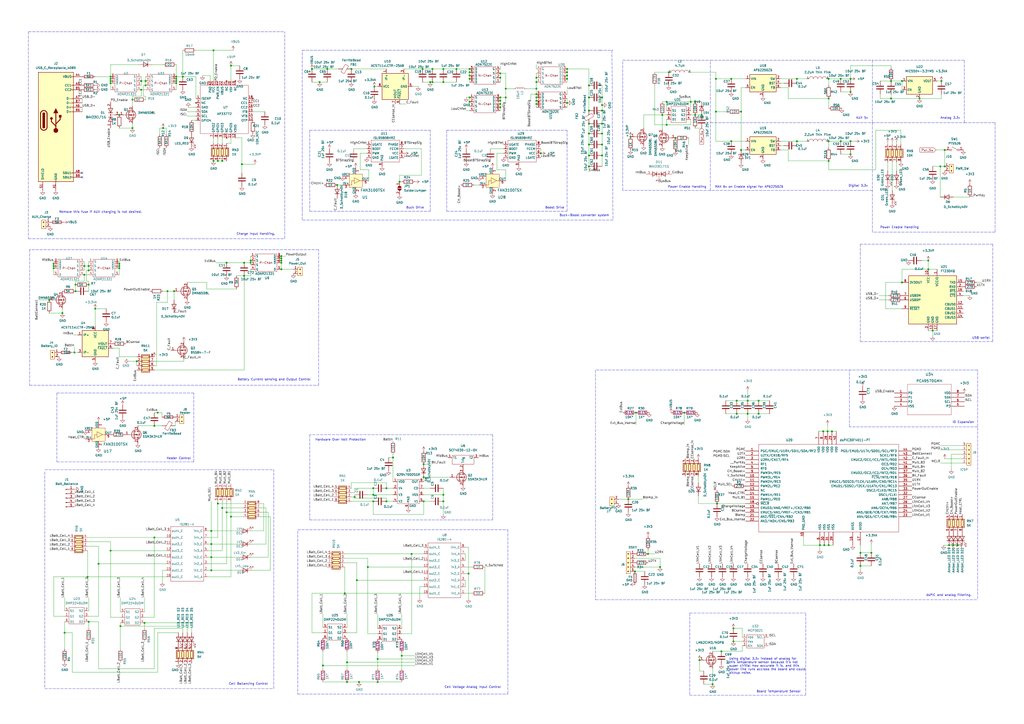
<source format=kicad_sch>
(kicad_sch (version 20231120) (generator "eeschema") (generator_version "8.0")
  (paper "A2")
  (title_block (title "Battery Controller") (date "2021-06-16") (rev "1") (company "N/A") (comment 1 "Jarrett Cigainero"))
  (junction (at 538.48 156.21))
  (junction (at 272.415 41.91))
  (junction (at 462.28 45.72))
  (junction (at 433.705 240.03))
  (junction (at 425.45 372.11))
  (junction (at 505.46 320.675))
  (junction (at 123.825 29.21))
  (junction (at 91.44 239.395))
  (junction (at 97.155 168.91))
  (junction (at 48.895 154.305))
  (junction (at 480.695 316.23))
  (junction (at 349.25 77.47))
  (junction (at 341.63 83.82))
  (junction (at 28.575 173.99))
  (junction (at 102.235 48.26))
  (junction (at 94.615 74.295))
  (junction (at 290.195 62.23))
  (junction (at 424.18 45.72))
  (junction (at 382.905 328.93))
  (junction (at 415.925 292.1))
  (junction (at 81.915 46.99))
  (junction (at 216.535 290.83))
  (junction (at 163.195 151.13))
  (junction (at 141.605 160.02))
  (junction (at 368.3 331.47))
  (junction (at 415.29 45.72))
  (junction (at 141.605 152.4))
  (junction (at 341.63 90.17))
  (junction (at 493.395 53.34))
  (junction (at 128.905 93.345))
  (junction (at 311.15 60.325))
  (junction (at 43.18 204.47))
  (junction (at 76.835 57.785))
  (junction (at 31.115 155.575))
  (junction (at 349.25 64.135))
  (junction (at 272.415 40.005))
  (junction (at 272.415 56.515))
  (junction (at 493.395 81.915))
  (junction (at 545.465 96.52))
  (junction (at 516.89 57.15))
  (junction (at 328.93 45.72))
  (junction (at 403.225 66.675))
  (junction (at 391.795 80.01))
  (junction (at 64.135 44.45))
  (junction (at 64.135 45.72))
  (junction (at 400.685 59.055))
  (junction (at 349.25 90.17))
  (junction (at 480.695 45.72))
  (junction (at 163.195 149.86))
  (junction (at 250.825 40.005))
  (junction (at 69.215 155.575))
  (junction (at 328.93 59.69))
  (junction (at 368.935 239.395))
  (junction (at 493.395 89.535))
  (junction (at 195.58 107.315))
  (junction (at 499.11 320.675))
  (junction (at 427.355 240.03))
  (junction (at 133.985 299.72))
  (junction (at 131.445 152.4))
  (junction (at 122.555 323.215))
  (junction (at 493.395 45.72))
  (junction (at 51.435 154.305))
  (junction (at 387.985 41.91))
  (junction (at 272.415 59.055))
  (junction (at 31.115 154.305))
  (junction (at 249.555 47.625))
  (junction (at 480.695 57.15))
  (junction (at 480.06 250.19))
  (junction (at 440.055 240.03))
  (junction (at 231.775 105.41))
  (junction (at 89.535 247.015))
  (junction (at 475.615 316.23))
  (junction (at 81.915 52.07))
  (junction (at 341.63 64.135))
  (junction (at 64.135 48.26))
  (junction (at 386.715 59.055))
  (junction (at 50.8 334.645))
  (junction (at 429.895 86.995))
  (junction (at 418.465 377.825))
  (junction (at 313.69 88.9))
  (junction (at 311.15 47.625))
  (junction (at 349.25 83.82))
  (junction (at 427.355 232.41))
  (junction (at 203.835 40.005))
  (junction (at 516.89 46.99))
  (junction (at 328.93 41.91))
  (junction (at 128.905 294.64))
  (junction (at 201.295 395.605))
  (junction (at 341.63 56.515))
  (junction (at 207.01 336.55))
  (junction (at 64.135 46.99))
  (junction (at 227.965 265.43))
  (junction (at 43.815 168.91))
  (junction (at 375.92 321.31))
  (junction (at 126.365 93.345))
  (junction (at 106.045 44.45))
  (junction (at 133.985 38.1))
  (junction (at 126.365 292.1))
  (junction (at 264.795 40.005))
  (junction (at 69.215 153.035))
  (junction (at 219.075 395.605))
  (junction (at 293.37 51.435))
  (junction (at 396.875 239.395))
  (junction (at 311.15 45.085))
  (junction (at 238.76 321.31))
  (junction (at 213.36 328.93))
  (junction (at 48.895 159.385))
  (junction (at 36.195 181.61))
  (junction (at 341.63 49.53))
  (junction (at 538.48 151.13))
  (junction (at 163.195 152.4))
  (junction (at 429.895 64.77))
  (junction (at 200.025 344.17))
  (junction (at 122.555 330.835))
  (junction (at 541.02 191.77))
  (junction (at 224.155 290.83))
  (junction (at 480.695 81.915))
  (junction (at 163.195 156.21))
  (junction (at 341.63 96.52))
  (junction (at 433.705 232.41))
  (junction (at 145.415 151.13))
  (junction (at 189.865 40.005))
  (junction (at 145.415 152.4))
  (junction (at 51.435 360.68))
  (junction (at 37.465 367.03))
  (junction (at 102.235 46.99))
  (junction (at 533.4 57.15))
  (junction (at 217.17 50.165))
  (junction (at 245.745 290.83))
  (junction (at 349.25 56.515))
  (junction (at 413.385 396.875))
  (junction (at 69.215 154.305))
  (junction (at 548.005 86.995))
  (junction (at 290.195 58.42))
  (junction (at 290.195 60.325))
  (junction (at 216.535 287.02))
  (junction (at 311.15 51.435))
  (junction (at 487.68 81.915))
  (junction (at 349.25 71.755))
  (junction (at 216.535 283.21))
  (junction (at 290.195 42.545))
  (junction (at 185.42 47.625))
  (junction (at 122.555 307.975))
  (junction (at 187.325 386.08))
  (junction (at 440.055 232.41))
  (junction (at 290.195 56.515))
  (junction (at 424.18 81.915))
  (junction (at 257.175 40.005))
  (junction (at 523.24 46.99))
  (junction (at 477.52 250.19))
  (junction (at 84.455 49.53))
  (junction (at 478.155 316.23))
  (junction (at 386.715 72.39))
  (junction (at 51.435 156.845))
  (junction (at 415.29 64.77))
  (junction (at 257.175 290.83))
  (junction (at 57.15 327.025))
  (junction (at 272.415 43.815))
  (junction (at 131.445 297.18))
  (junction (at 233.045 380.365))
  (junction (at 480.695 93.345))
  (junction (at 341.63 77.47))
  (junction (at 341.63 71.755))
  (junction (at 89.535 311.785))
  (junction (at 328.93 40.005))
  (junction (at 102.235 45.72))
  (junction (at 69.215 66.675))
  (junction (at 201.295 384.175))
  (junction (at 79.375 209.55))
  (junction (at 311.15 58.42))
  (junction (at 546.1 46.99))
  (junction (at 100.965 168.91))
  (junction (at 257.175 287.02))
  (junction (at 69.85 363.22))
  (junction (at 123.825 93.345))
  (junction (at 405.765 382.905))
  (junction (at 311.15 54.61))
  (junction (at 407.035 66.675))
  (junction (at 84.455 46.99))
  (junction (at 555.625 316.23))
  (junction (at 425.45 364.49))
  (junction (at 250.825 47.625))
  (junction (at 553.085 316.23))
  (junction (at 205.74 288.29))
  (junction (at 365.76 79.375))
  (junction (at 550.545 316.23))
  (junction (at 311.15 56.515))
  (junction (at 163.195 148.59))
  (junction (at 64.135 319.405))
  (junction (at 293.37 56.515))
  (junction (at 224.155 283.21))
  (junction (at 272.415 45.72))
  (junction (at 462.28 81.915))
  (junction (at 31.115 153.035))
  (junction (at 208.28 395.605))
  (junction (at 290.195 45.085))
  (junction (at 76.835 74.295))
  (junction (at 55.245 179.07))
  (junction (at 271.78 332.74))
  (junction (at 140.335 95.25))
  (junction (at 122.555 315.595))
  (junction (at 403.225 59.055))
  (junction (at 245.745 276.86))
  (junction (at 245.745 269.24))
  (junction (at 328.93 43.815))
  (junction (at 43.815 165.1))
  (junction (at 219.075 382.27))
  (junction (at 487.68 45.72))
  (junction (at 523.24 163.83))
  (junction (at 83.82 361.315))
  (junction (at 349.25 60.96))
  (junction (at 364.49 289.56))
  (junction (at 180.975 40.005))
  (junction (at 384.175 66.675))
  (junction (at 548.005 96.52))
  (junction (at 51.435 165.1))
  (junction (at 245.11 40.005))
  (junction (at 499.11 328.295))
  (junction (at 482.6 250.19))
  (junction (at 102.235 44.45))
  (junction (at 257.175 47.625))
  (no_connect (at 47.5742 102.8192))
  (no_connect (at 47.5742 100.2792))
  (wire (pts (xy 120.015 163.83) (xy 108.585 163.83)))
  (wire (pts (xy 55.245 179.07) (xy 55.245 189.23)))
  (wire (pts (xy 493.395 81.915) (xy 495.935 81.915)))
  (polyline (pts (xy 26.035 273.685) (xy 26.035 399.415)) (stroke (width 0) (type dash)))
  (polyline (pts (xy 158.75 399.415) (xy 158.75 272.415)) (stroke (width 0) (type dash)))
  (wire (pts (xy 43.815 163.195) (xy 43.815 165.1)))
  (wire (pts (xy 146.685 64.77) (xy 153.67 64.77)))
  (polyline (pts (xy 400.05 403.225) (xy 467.36 403.225)) (stroke (width 0) (type dash)))
  (wire (pts (xy 92.71 74.295) (xy 94.615 74.295)))
  (polyline (pts (xy 361.315 34.925) (xy 412.115 34.925)) (stroke (width 0) (type dash)))
  (wire (pts (xy 140.335 95.25) (xy 140.335 100.33)))
  (wire (pts (xy 224.155 280.035) (xy 224.155 283.21)))
  (wire (pts (xy 375.92 321.31) (xy 379.73 321.31)))
  (polyline (pts (xy 499.11 198.12) (xy 575.945 198.12)) (stroke (width 0) (type dash)))
  (wire (pts (xy 510.54 54.61) (xy 510.54 57.15)))
  (wire (pts (xy 154.305 294.64) (xy 151.13 294.64)))
  (wire (pts (xy 89.535 209.55) (xy 106.68 209.55)))
  (wire (pts (xy 126.365 80.01) (xy 126.365 83.185)))
  (wire (pts (xy 205.74 288.925) (xy 224.155 288.925)))
  (wire (pts (xy 341.63 40.005) (xy 341.63 49.53)))
  (wire (pts (xy 69.85 363.22) (xy 69.85 376.555)))
  (wire (pts (xy 328.93 52.07) (xy 328.93 54.61)))
  (wire (pts (xy 405.765 389.255) (xy 408.305 389.255)))
  (wire (pts (xy 133.985 38.1) (xy 139.065 38.1)))
  (wire (pts (xy 249.555 47.625) (xy 250.825 47.625)))
  (wire (pts (xy 102.235 45.72) (xy 102.235 46.99)))
  (polyline (pts (xy 175.26 29.21) (xy 348.615 29.21)) (stroke (width 0) (type dash)))
  (wire (pts (xy 493.395 45.72) (xy 493.395 38.1)))
  (wire (pts (xy 120.65 307.975) (xy 122.555 307.975)))
  (wire (pts (xy 349.25 77.47) (xy 349.25 83.82)))
  (wire (pts (xy 69.215 207.01) (xy 69.215 201.93)))
  (wire (pts (xy 272.415 56.515) (xy 272.415 59.055)))
  (wire (pts (xy 141.605 152.4) (xy 145.415 152.4)))
  (polyline (pts (xy 285.75 301.625) (xy 285.75 252.095)) (stroke (width 0) (type dash)))
  (wire (pts (xy 195.58 107.315) (xy 198.755 107.315)))
  (wire (pts (xy 31.115 154.305) (xy 31.115 155.575)))
  (wire (pts (xy 106.045 364.49) (xy 89.535 364.49)))
  (wire (pts (xy 382.905 323.85) (xy 382.905 328.93)))
  (wire (pts (xy 281.305 328.93) (xy 281.305 344.17)))
  (wire (pts (xy 219.075 378.46) (xy 219.075 382.27)))
  (wire (pts (xy 89.535 311.785) (xy 50.8 311.785)))
  (wire (pts (xy 349.25 56.515) (xy 349.25 60.96)))
  (wire (pts (xy 102.235 37.465) (xy 102.235 44.45)))
  (wire (pts (xy 384.175 66.675) (xy 386.715 66.675)))
  (wire (pts (xy 272.415 43.815) (xy 272.415 45.72)))
  (wire (pts (xy 478.155 316.23) (xy 480.695 316.23)))
  (wire (pts (xy 203.835 288.29) (xy 205.74 288.29)))
  (wire (pts (xy 83.185 55.88) (xy 84.455 55.88)))
  (wire (pts (xy 41.91 389.89) (xy 41.91 367.03)))
  (wire (pts (xy 358.775 289.56) (xy 364.49 289.56)))
  (wire (pts (xy 128.905 294.64) (xy 140.97 294.64)))
  (wire (pts (xy 233.045 380.365) (xy 233.045 387.985)))
  (wire (pts (xy 311.15 56.515) (xy 311.15 54.61)))
  (wire (pts (xy 100.965 168.91) (xy 100.965 173.99)))
  (wire (pts (xy 163.195 156.21) (xy 170.18 156.21)))
  (wire (pts (xy 55.245 44.45) (xy 64.135 44.45)))
  (polyline (pts (xy 172.72 307.975) (xy 172.72 402.59)) (stroke (width 0) (type dash)))
  (wire (pts (xy 427.355 232.41) (xy 433.705 232.41)))
  (wire (pts (xy 216.535 290.83) (xy 216.535 298.45)))
  (wire (pts (xy 187.325 395.605) (xy 201.295 395.605)))
  (wire (pts (xy 233.045 380.365) (xy 240.665 380.365)))
  (wire (pts (xy 373.38 74.295) (xy 373.38 66.675)))
  (polyline (pts (xy 559.435 71.12) (xy 577.215 71.12)) (stroke (width 0) (type dash)))
  (wire (pts (xy 145.415 152.4) (xy 145.415 153.67)))
  (wire (pts (xy 208.915 88.9) (xy 212.725 88.9)))
  (wire (pts (xy 163.195 151.13) (xy 163.195 152.4)))
  (wire (pts (xy 153.035 307.975) (xy 153.035 292.1)))
  (wire (pts (xy 400.685 57.15) (xy 400.685 59.055)))
  (wire (pts (xy 200.025 344.17) (xy 245.745 344.17)))
  (wire (pts (xy 50.8 334.645) (xy 96.52 334.645)))
  (wire (pts (xy 513.715 163.83) (xy 513.715 179.07)))
  (wire (pts (xy 91.44 367.03) (xy 91.44 389.89)))
  (wire (pts (xy 403.225 59.055) (xy 407.035 59.055)))
  (wire (pts (xy 480.695 45.72) (xy 480.695 49.53)))
  (wire (pts (xy 51.435 165.1) (xy 51.435 168.91)))
  (polyline (pts (xy 16.51 18.415) (xy 165.1 18.415)) (stroke (width 0) (type dash)))
  (wire (pts (xy 290.195 58.42) (xy 290.195 60.325)))
  (wire (pts (xy 57.15 316.865) (xy 57.15 327.025)))
  (wire (pts (xy 89.535 239.395) (xy 91.44 239.395)))
  (wire (pts (xy 433.705 232.41) (xy 440.055 232.41)))
  (wire (pts (xy 106.68 209.55) (xy 106.68 208.28)))
  (polyline (pts (xy 355.6 127.635) (xy 175.26 127.635)) (stroke (width 0) (type dash)))
  (wire (pts (xy 50.165 156.845) (xy 50.165 163.195)))
  (wire (pts (xy 307.975 54.61) (xy 311.15 54.61)))
  (wire (pts (xy 425.45 372.11) (xy 430.53 372.11)))
  (polyline (pts (xy 184.785 144.78) (xy 17.145 144.78)) (stroke (width 0) (type dash)))
  (polyline (pts (xy 492.76 247.65) (xy 492.76 214.63)) (stroke (width 0) (type dash)))
  (wire (pts (xy 187.325 386.08) (xy 240.665 386.08)))
  (wire (pts (xy 57.15 387.985) (xy 57.15 360.68)))
  (wire (pts (xy 293.37 42.545) (xy 290.195 42.545)))
  (wire (pts (xy 133.985 334.645) (xy 120.65 334.645)))
  (wire (pts (xy 311.15 45.085) (xy 311.15 47.625)))
  (wire (pts (xy 126.365 93.345) (xy 128.905 93.345)))
  (polyline (pts (xy 259.08 75.565) (xy 328.93 75.565)) (stroke (width 0) (type dash)))
  (wire (pts (xy 375.92 318.77) (xy 375.92 321.31)))
  (wire (pts (xy 83.82 358.14) (xy 89.535 358.14)))
  (wire (pts (xy 548.005 86.995) (xy 542.925 86.995)))
  (wire (pts (xy 520.065 93.98) (xy 520.065 99.06)))
  (wire (pts (xy 37.465 360.68) (xy 37.465 367.03)))
  (wire (pts (xy 128.905 80.01) (xy 128.905 83.185)))
  (wire (pts (xy 396.875 239.395) (xy 396.875 246.38)))
  (wire (pts (xy 203.835 40.005) (xy 224.155 40.005)))
  (polyline (pts (xy 179.705 301.625) (xy 285.75 301.625)) (stroke (width 0) (type dash)))
  (wire (pts (xy 31.115 155.575) (xy 31.115 159.385)))
  (wire (pts (xy 83.82 346.71) (xy 83.82 354.965)))
  (wire (pts (xy 328.93 41.91) (xy 328.93 43.815)))
  (wire (pts (xy 546.1 57.15) (xy 546.1 54.61)))
  (wire (pts (xy 424.18 81.915) (xy 432.435 81.915)))
  (wire (pts (xy 89.535 311.785) (xy 96.52 311.785)))
  (wire (pts (xy 429.895 86.995) (xy 432.435 86.995)))
  (wire (pts (xy 113.665 29.21) (xy 123.825 29.21)))
  (wire (pts (xy 533.4 57.15) (xy 546.1 57.15)))
  (wire (pts (xy 244.475 101.6) (xy 231.775 101.6)))
  (wire (pts (xy 475.615 316.23) (xy 475.615 318.77)))
  (polyline (pts (xy 259.08 75.565) (xy 259.08 122.555)) (stroke (width 0) (type dash)))
  (wire (pts (xy 200.025 323.85) (xy 213.36 323.85)))
  (wire (pts (xy 288.29 98.425) (xy 293.37 98.425)))
  (polyline (pts (xy 294.64 402.59) (xy 294.64 307.34)) (stroke (width 0) (type dash)))
  (polyline (pts (xy 412.115 34.925) (xy 506.095 34.925)) (stroke (width 0) (type dash)))
  (wire (pts (xy 231.775 101.6) (xy 231.775 105.41)))
  (wire (pts (xy 122.555 307.975) (xy 138.43 307.975)))
  (wire (pts (xy 243.459 340.36) (xy 245.745 340.36)))
  (wire (pts (xy 493.395 38.1) (xy 516.89 38.1)))
  (wire (pts (xy 36.195 181.61) (xy 28.575 181.61)))
  (wire (pts (xy 499.11 328.295) (xy 499.11 330.835)))
  (wire (pts (xy 477.52 250.19) (xy 480.06 250.19)))
  (wire (pts (xy 201.295 384.175) (xy 240.665 384.175)))
  (polyline (pts (xy 412.115 110.49) (xy 412.115 34.925)) (stroke (width 0) (type dash)))
  (polyline (pts (xy 33.02 227.965) (xy 33.02 267.97)) (stroke (width 0) (type dash)))
  (polyline (pts (xy 567.055 214.63) (xy 345.44 214.63)) (stroke (width 0) (type dash)))
  (wire (pts (xy 224.155 283.21) (xy 227.965 283.21)))
  (wire (pts (xy 133.985 46.99) (xy 133.985 38.1)))
  (wire (pts (xy 205.74 288.29) (xy 205.74 288.925)))
  (wire (pts (xy 55.245 179.07) (xy 61.595 179.07)))
  (polyline (pts (xy 179.705 279.4) (xy 179.705 301.625)) (stroke (width 0) (type dash)))
  (wire (pts (xy 466.09 316.23) (xy 475.615 316.23)))
  (wire (pts (xy 154.305 315.595) (xy 154.305 294.64)))
  (wire (pts (xy 50.8 319.405) (xy 50.8 334.645)))
  (wire (pts (xy 293.37 56.515) (xy 293.37 51.435)))
  (wire (pts (xy 452.755 86.995) (xy 457.2 86.995)))
  (wire (pts (xy 103.505 367.03) (xy 91.44 367.03)))
  (wire (pts (xy 349.25 90.17) (xy 349.25 96.52)))
  (polyline (pts (xy 412.115 110.49) (xy 361.315 110.49)) (stroke (width 0) (type dash)))
  (polyline (pts (xy 506.095 134.62) (xy 506.095 110.49)) (stroke (width 0) (type dash)))
  (wire (pts (xy 48.895 154.305) (xy 51.435 154.305)))
  (wire (pts (xy 328.93 59.69) (xy 328.93 57.15)))
  (wire (pts (xy 257.175 287.02) (xy 257.175 283.21)))
  (wire (pts (xy 69.215 151.765) (xy 69.215 153.035)))
  (polyline (pts (xy 400.05 355.6) (xy 467.36 355.6)) (stroke (width 0) (type dash)))
  (wire (pts (xy 64.135 358.14) (xy 69.85 358.14)))
  (wire (pts (xy 405.13 292.1) (xy 415.925 292.1)))
  (wire (pts (xy 386.715 72.39) (xy 386.715 69.215)))
  (wire (pts (xy 224.155 290.83) (xy 227.965 290.83)))
  (wire (pts (xy 111.125 361.315) (xy 111.125 367.03)))
  (wire (pts (xy 231.775 60.325) (xy 235.585 60.325)))
  (wire (pts (xy 208.915 98.425) (xy 213.995 98.425)))
  (wire (pts (xy 311.15 60.325) (xy 311.15 58.42)))
  (wire (pts (xy 50.8 314.325) (xy 64.135 314.325)))
  (wire (pts (xy 76.835 55.88) (xy 76.835 57.785)))
  (wire (pts (xy 466.09 311.15) (xy 466.09 316.23)))
  (wire (pts (xy 349.25 64.135) (xy 349.25 71.755)))
  (wire (pts (xy 84.455 49.53) (xy 83.185 49.53)))
  (wire (pts (xy 487.68 89.535) (xy 493.395 89.535)))
  (wire (pts (xy 64.135 319.405) (xy 96.52 319.405)))
  (wire (pts (xy 403.225 66.675) (xy 407.035 66.675)))
  (wire (pts (xy 205.105 86.36) (xy 212.725 86.36)))
  (wire (pts (xy 415.29 45.72) (xy 424.18 45.72)))
  (wire (pts (xy 163.195 148.59) (xy 165.735 148.59)))
  (wire (pts (xy 108.585 67.31) (xy 113.665 67.31)))
  (wire (pts (xy 452.755 81.915) (xy 462.28 81.915)))
  (wire (pts (xy 509.905 173.99) (xy 515.62 173.99)))
  (wire (pts (xy 227.965 265.43) (xy 227.965 279.4)))
  (wire (pts (xy 37.465 346.71) (xy 37.465 354.33)))
  (wire (pts (xy 482.6 250.19) (xy 485.14 250.19)))
  (wire (pts (xy 201.295 367.03) (xy 207.01 367.03)))
  (wire (pts (xy 80.01 247.015) (xy 89.535 247.015)))
  (wire (pts (xy 180.975 344.17) (xy 200.025 344.17)))
  (wire (pts (xy 122.555 290.83) (xy 122.555 307.975)))
  (wire (pts (xy 51.435 360.68) (xy 51.435 364.49)))
  (wire (pts (xy 94.234 337.693) (xy 94.234 330.835)))
  (wire (pts (xy 37.465 367.03) (xy 37.465 376.555)))
  (wire (pts (xy 234.315 40.005) (xy 245.11 40.005)))
  (wire (pts (xy 233.045 367.665) (xy 238.76 367.665)))
  (wire (pts (xy 205.74 283.21) (xy 205.74 285.75)))
  (wire (pts (xy 122.555 323.215) (xy 138.43 323.215)))
  (wire (pts (xy 290.195 56.515) (xy 293.37 56.515)))
  (wire (pts (xy 522.605 75.565) (xy 508 75.565)))
  (wire (pts (xy 474.98 250.19) (xy 477.52 250.19)))
  (wire (pts (xy 208.28 395.605) (xy 219.075 395.605)))
  (wire (pts (xy 207.01 336.55) (xy 245.745 336.55)))
  (wire (pts (xy 480.06 250.19) (xy 482.6 250.19)))
  (wire (pts (xy 48.895 163.195) (xy 48.895 159.385)))
  (wire (pts (xy 523.24 163.83) (xy 513.715 163.83)))
  (polyline (pts (xy 345.44 347.98) (xy 567.055 347.98)) (stroke (width 0) (type dash)))
  (wire (pts (xy 399.415 80.01) (xy 399.415 83.82)))
  (wire (pts (xy 545.465 96.52) (xy 541.02 96.52)))
  (wire (pts (xy 288.29 88.9) (xy 292.1 88.9)))
  (wire (pts (xy 81.915 46.99) (xy 81.915 49.53)))
  (wire (pts (xy 128.905 93.345) (xy 131.445 93.345)))
  (wire (pts (xy 106.045 367.03) (xy 106.045 364.49)))
  (wire (pts (xy 57.15 360.68) (xy 51.435 360.68)))
  (polyline (pts (xy 345.44 214.63) (xy 345.44 347.98)) (stroke (width 0) (type dash)))
  (wire (pts (xy 91.44 239.395) (xy 93.98 239.395)))
  (wire (pts (xy 245.11 40.005) (xy 250.825 40.005)))
  (wire (pts (xy 145.415 160.02) (xy 141.605 160.02)))
  (wire (pts (xy 203.835 283.21) (xy 203.835 280.035)))
  (wire (pts (xy 462.28 45.72) (xy 467.995 45.72)))
  (wire (pts (xy 517.525 93.98) (xy 517.525 110.49)))
  (wire (pts (xy 349.25 60.96) (xy 349.25 64.135)))
  (wire (pts (xy 290.195 45.085) (xy 290.195 47.625)))
  (polyline (pts (xy 172.72 307.34) (xy 294.64 307.34)) (stroke (width 0) (type dash)))
  (wire (pts (xy 64.135 358.14) (xy 64.135 319.405)))
  (wire (pts (xy 137.16 167.64) (xy 120.015 167.64)))
  (wire (pts (xy 271.78 332.74) (xy 269.875 332.74)))
  (wire (pts (xy 386.715 59.055) (xy 386.715 64.135)))
  (wire (pts (xy 83.82 361.315) (xy 111.125 361.315)))
  (wire (pts (xy 79.375 209.55) (xy 79.375 212.09)))
  (wire (pts (xy 81.915 52.07) (xy 84.455 52.07)))
  (polyline (pts (xy 259.08 122.555) (xy 328.93 122.555)) (stroke (width 0) (type dash)))
  (wire (pts (xy 400.685 41.91) (xy 415.29 41.91)))
  (polyline (pts (xy 184.785 223.52) (xy 184.785 144.78)) (stroke (width 0) (type dash)))
  (wire (pts (xy 234.315 86.36) (xy 244.475 86.36)))
  (wire (pts (xy 269.875 336.55) (xy 269.875 340.36)))
  (wire (pts (xy 108.585 64.77) (xy 113.665 64.77)))
  (wire (pts (xy 180.975 40.005) (xy 189.865 40.005)))
  (wire (pts (xy 400.685 66.675) (xy 403.225 66.675)))
  (wire (pts (xy 475.615 316.23) (xy 478.155 316.23)))
  (wire (pts (xy 452.755 45.72) (xy 462.28 45.72)))
  (wire (pts (xy 180.975 47.625) (xy 185.42 47.625)))
  (wire (pts (xy 341.63 49.53) (xy 341.63 56.515)))
  (wire (pts (xy 513.715 179.07) (xy 523.24 179.07)))
  (wire (pts (xy 545.465 96.52) (xy 545.465 114.3)))
  (wire (pts (xy 102.235 44.45) (xy 102.235 45.72)))
  (wire (pts (xy 269.875 321.31) (xy 269.875 325.12)))
  (wire (pts (xy 480.695 81.915) (xy 487.68 81.915)))
  (wire (pts (xy 421.005 232.41) (xy 427.355 232.41)))
  (wire (pts (xy 81.915 55.88) (xy 81.915 52.07)))
  (wire (pts (xy 69.215 207.01) (xy 79.375 207.01)))
  (wire (pts (xy 64.135 48.26) (xy 64.135 52.07)))
  (polyline (pts (xy 506.095 34.925) (xy 506.095 71.12)) (stroke (width 0) (type dash)))
  (wire (pts (xy 480.695 62.865) (xy 480.695 57.15)))
  (wire (pts (xy 558.8 171.45) (xy 562.61 171.45)))
  (wire (pts (xy 131.445 290.83) (xy 131.445 297.18)))
  (wire (pts (xy 328.93 40.005) (xy 341.63 40.005)))
  (wire (pts (xy 505.46 315.595) (xy 505.46 320.675)))
  (wire (pts (xy 558.165 266.065) (xy 548.005 266.065)))
  (wire (pts (xy 203.835 280.035) (xy 224.155 280.035)))
  (wire (pts (xy 403.225 74.295) (xy 407.035 74.295)))
  (wire (pts (xy 216.535 298.45) (xy 245.745 298.45)))
  (wire (pts (xy 51.435 346.71) (xy 51.435 354.33)))
  (wire (pts (xy 440.055 232.41) (xy 446.405 232.41)))
  (wire (pts (xy 245.745 269.24) (xy 250.19 269.24)))
  (wire (pts (xy 156.845 299.72) (xy 151.13 299.72)))
  (wire (pts (xy 122.555 315.595) (xy 138.43 315.595)))
  (wire (pts (xy 120.65 315.595) (xy 122.555 315.595)))
  (wire (pts (xy 541.02 191.77) (xy 543.56 191.77)))
  (wire (pts (xy 307.975 54.61) (xy 307.975 57.785)))
  (wire (pts (xy 341.63 90.17) (xy 341.63 96.52)))
  (polyline (pts (xy 249.555 122.555) (xy 249.555 75.565)) (stroke (width 0) (type dash)))
  (wire (pts (xy 42.545 194.31) (xy 45.085 194.31)))
  (polyline (pts (xy 559.435 34.925) (xy 506.095 34.925)) (stroke (width 0) (type dash)))
  (wire (pts (xy 480.695 98.425) (xy 480.695 93.345)))
  (wire (pts (xy 208.915 88.9) (xy 208.915 98.425)))
  (wire (pts (xy 94.234 330.835) (xy 96.52 330.835)))
  (polyline (pts (xy 33.02 227.965) (xy 112.395 227.965)) (stroke (width 0) (type dash)))
  (wire (pts (xy 499.11 316.23) (xy 499.11 320.675)))
  (wire (pts (xy 400.685 59.055) (xy 403.225 59.055)))
  (polyline (pts (xy 179.705 122.555) (xy 249.555 122.555)) (stroke (width 0) (type dash)))
  (wire (pts (xy 91.44 238.76) (xy 91.44 239.395)))
  (polyline (pts (xy 285.75 252.095) (xy 179.705 252.095)) (stroke (width 0) (type dash)))
  (wire (pts (xy 122.555 315.595) (xy 122.555 323.215)))
  (wire (pts (xy 90.805 175.26) (xy 97.155 175.26)))
  (polyline (pts (xy 347.98 29.21) (xy 355.6 29.21)) (stroke (width 0) (type dash)))
  (polyline (pts (xy 16.51 138.43) (xy 165.1 138.43)) (stroke (width 0) (type dash)))
  (wire (pts (xy 368.935 239.395) (xy 368.935 246.38)))
  (wire (pts (xy 146.05 330.835) (xy 156.845 330.835)))
  (wire (pts (xy 216.535 287.02) (xy 227.965 287.02)))
  (wire (pts (xy 558.165 263.525) (xy 551.815 263.525)))
  (wire (pts (xy 250.825 47.625) (xy 257.175 47.625)))
  (wire (pts (xy 117.475 43.815) (xy 121.92 43.815)))
  (wire (pts (xy 207.01 367.03) (xy 207.01 336.55)))
  (wire (pts (xy 133.985 290.83) (xy 133.985 299.72)))
  (wire (pts (xy 368.3 331.47) (xy 374.015 331.47)))
  (wire (pts (xy 213.995 98.425) (xy 213.995 104.775)))
  (wire (pts (xy 90.805 212.09) (xy 90.805 175.26)))
  (wire (pts (xy 140.335 80.01) (xy 140.335 95.25)))
  (wire (pts (xy 349.25 71.755) (xy 349.25 77.47)))
  (wire (pts (xy 231.775 105.41) (xy 233.045 105.41)))
  (wire (pts (xy 180.975 344.17) (xy 180.975 367.03)))
  (wire (pts (xy 84.455 44.45) (xy 84.455 46.99)))
  (wire (pts (xy 126.365 311.785) (xy 120.65 311.785)))
  (wire (pts (xy 245.745 276.86) (xy 260.985 276.86)))
  (wire (pts (xy 541.02 191.77) (xy 541.02 194.945)))
  (wire (pts (xy 341.63 83.82) (xy 341.63 90.17)))
  (wire (pts (xy 499.11 320.675) (xy 505.46 320.675)))
  (wire (pts (xy 111.125 69.85) (xy 113.665 69.85)))
  (polyline (pts (xy 567.055 247.65) (xy 492.76 247.65)) (stroke (width 0) (type dash)))
  (wire (pts (xy 106.045 44.45) (xy 113.665 44.45)))
  (wire (pts (xy 205.74 287.02) (xy 205.74 288.29)))
  (wire (pts (xy 123.825 80.01) (xy 123.825 83.185)))
  (wire (pts (xy 207.01 336.55) (xy 207.01 326.39)))
  (wire (pts (xy 272.415 40.005) (xy 272.415 41.91)))
  (wire (pts (xy 156.845 330.835) (xy 156.845 299.72)))
  (wire (pts (xy 311.15 37.465) (xy 311.15 40.005)))
  (wire (pts (xy 510.54 57.15) (xy 516.89 57.15)))
  (wire (pts (xy 81.915 44.45) (xy 81.915 46.99)))
  (wire (pts (xy 113.665 44.45) (xy 113.665 57.15)))
  (wire (pts (xy 126.365 292.1) (xy 126.365 311.785)))
  (wire (pts (xy 213.36 287.02) (xy 216.535 287.02)))
  (polyline (pts (xy 26.035 399.415) (xy 158.75 399.415)) (stroke (width 0) (type dash)))
  (polyline (pts (xy 179.705 252.095) (xy 179.705 279.4)) (stroke (width 0) (type dash)))
  (wire (pts (xy 225.425 265.43) (xy 227.965 265.43)))
  (polyline (pts (xy 33.02 267.97) (xy 112.395 267.97)) (stroke (width 0) (type dash)))
  (wire (pts (xy 257.175 287.02) (xy 257.175 290.83)))
  (wire (pts (xy 349.25 49.53) (xy 349.25 56.515)))
  (wire (pts (xy 89.535 387.985) (xy 57.15 387.985)))
  (wire (pts (xy 433.705 226.695) (xy 433.705 232.41)))
  (polyline (pts (xy 172.72 402.59) (xy 294.64 402.59)) (stroke (width 0) (type dash)))
  (wire (pts (xy 89.535 358.14) (xy 89.535 311.785)))
  (wire (pts (xy 120.015 167.64) (xy 120.015 163.83)))
  (wire (pts (xy 293.37 56.515) (xy 293.37 59.055)))
  (wire (pts (xy 293.37 51.435) (xy 297.815 51.435)))
  (wire (pts (xy 41.91 204.47) (xy 43.18 204.47)))
  (wire (pts (xy 200.025 328.93) (xy 200.025 344.17)))
  (wire (pts (xy 244.475 86.36) (xy 244.475 101.6)))
  (wire (pts (xy 386.715 72.39) (xy 379.73 72.39)))
  (wire (pts (xy 543.56 46.99) (xy 546.1 46.99)))
  (wire (pts (xy 69.215 155.575) (xy 69.215 159.385)))
  (wire (pts (xy 480.06 246.38) (xy 480.06 250.19)))
  (wire (pts (xy 51.435 163.195) (xy 51.435 165.1)))
  (wire (pts (xy 384.175 59.055) (xy 386.715 59.055)))
  (wire (pts (xy 509.905 171.45) (xy 515.62 171.45)))
  (wire (pts (xy 131.445 297.18) (xy 140.97 297.18)))
  (wire (pts (xy 88.265 37.465) (xy 94.615 37.465)))
  (wire (pts (xy 480.695 81.915) (xy 480.695 85.725)))
  (wire (pts (xy 48.895 159.385) (xy 51.435 159.385)))
  (wire (pts (xy 69.85 346.71) (xy 69.85 354.965)))
  (wire (pts (xy 131.445 152.4) (xy 141.605 152.4)))
  (wire (pts (xy 462.28 81.915) (xy 467.995 81.915)))
  (wire (pts (xy 433.705 240.03) (xy 440.055 240.03)))
  (wire (pts (xy 74.93 209.55) (xy 79.375 209.55)))
  (wire (pts (xy 538.48 156.21) (xy 543.56 156.21)))
  (wire (pts (xy 133.985 80.01) (xy 133.985 83.185)))
  (wire (pts (xy 108.585 363.22) (xy 69.85 363.22)))
  (wire (pts (xy 558.165 260.985) (xy 545.465 260.985)))
  (wire (pts (xy 555.625 316.23) (xy 558.165 316.23)))
  (wire (pts (xy 43.18 201.295) (xy 43.18 204.47)))
  (wire (pts (xy 440.055 240.03) (xy 446.405 240.03)))
  (wire (pts (xy 516.89 38.1) (xy 516.89 39.37)))
  (wire (pts (xy 452.755 84.455) (xy 454.66 84.455)))
  (wire (pts (xy 51.435 357.505) (xy 57.15 357.505)))
  (wire (pts (xy 269.875 328.93) (xy 273.685 328.93)))
  (wire (pts (xy 250.825 40.005) (xy 257.175 40.005)))
  (wire (pts (xy 499.11 328.295) (xy 505.46 328.295)))
  (wire (pts (xy 425.45 364.49) (xy 430.53 364.49)))
  (wire (pts (xy 462.28 45.72) (xy 462.28 48.26)))
  (wire (pts (xy 219.075 382.27) (xy 219.075 387.985)))
  (wire (pts (xy 269.875 317.5) (xy 271.78 317.5)))
  (wire (pts (xy 311.15 47.625) (xy 311.15 51.435)))
  (wire (pts (xy 548.005 96.52) (xy 545.465 96.52)))
  (wire (pts (xy 48.895 151.765) (xy 48.895 154.305)))
  (wire (pts (xy 180.975 367.03) (xy 187.325 367.03)))
  (wire (pts (xy 120.65 323.215) (xy 122.555 323.215)))
  (wire (pts (xy 270.51 64.135) (xy 272.415 64.135)))
  (wire (pts (xy 145.415 148.59) (xy 145.415 151.13)))
  (wire (pts (xy 290.195 56.515) (xy 290.195 58.42)))
  (wire (pts (xy 22.225 173.99) (xy 28.575 173.99)))
  (wire (pts (xy 421.005 240.03) (xy 427.355 240.03)))
  (wire (pts (xy 415.29 45.72) (xy 415.29 64.77)))
  (wire (pts (xy 224.155 288.925) (xy 224.155 290.83)))
  (wire (pts (xy 93.98 239.395) (xy 93.98 241.935)))
  (wire (pts (xy 429.895 50.8) (xy 429.895 64.77)))
  (polyline (pts (xy 17.145 199.39) (xy 17.145 223.52)) (stroke (width 0) (type dash)))
  (wire (pts (xy 386.715 59.055) (xy 400.685 59.055)))
  (wire (pts (xy 94.615 168.91) (xy 97.155 168.91)))
  (wire (pts (xy 538.48 191.77) (xy 541.02 191.77)))
  (wire (pts (xy 89.535 214.63) (xy 141.605 214.63)))
  (wire (pts (xy 457.2 50.8) (xy 457.2 57.15)))
  (wire (pts (xy 126.365 290.83) (xy 126.365 292.1)))
  (polyline (pts (xy 175.26 121.285) (xy 175.26 29.21)) (stroke (width 0) (type dash)))
  (wire (pts (xy 108.585 367.03) (xy 108.585 363.22)))
  (polyline (pts (xy 499.11 146.685) (xy 499.11 198.12)) (stroke (width 0) (type dash)))
  (wire (pts (xy 201.295 377.825) (xy 201.295 384.175)))
  (wire (pts (xy 76.835 74.295) (xy 69.215 74.295)))
  (wire (pts (xy 131.445 297.18) (xy 131.445 327.025)))
  (wire (pts (xy 432.435 50.8) (xy 429.895 50.8)))
  (wire (pts (xy 553.085 316.23) (xy 555.625 316.23)))
  (wire (pts (xy 155.575 297.18) (xy 151.13 297.18)))
  (wire (pts (xy 487.68 53.34) (xy 493.395 53.34)))
  (wire (pts (xy 122.555 330.835) (xy 138.43 330.835)))
  (wire (pts (xy 271.78 317.5) (xy 271.78 332.74)))
  (wire (pts (xy 102.235 46.99) (xy 102.235 48.26)))
  (wire (pts (xy 80.645 37.465) (xy 64.135 37.465)))
  (wire (pts (xy 349.25 83.82) (xy 349.25 90.17)))
  (wire (pts (xy 413.385 387.985) (xy 413.385 396.875)))
  (wire (pts (xy 290.195 38.1) (xy 290.195 40.005)))
  (wire (pts (xy 311.15 62.23) (xy 311.15 60.325)))
  (wire (pts (xy 487.68 45.72) (xy 493.395 45.72)))
  (wire (pts (xy 136.525 80.01) (xy 140.335 80.01)))
  (wire (pts (xy 270.51 56.515) (xy 272.415 56.515)))
  (wire (pts (xy 558.165 268.605) (xy 545.465 268.605)))
  (wire (pts (xy 106.045 29.21) (xy 106.045 44.45)))
  (polyline (pts (xy 179.705 75.565) (xy 179.705 122.555)) (stroke (width 0) (type dash)))
  (wire (pts (xy 480.695 45.72) (xy 487.68 45.72)))
  (wire (pts (xy 341.63 77.47) (xy 341.63 83.82)))
  (wire (pts (xy 245.745 283.21) (xy 249.555 283.21)))
  (wire (pts (xy 243.459 347.218) (xy 243.459 340.36)))
  (wire (pts (xy 305.435 51.435) (xy 311.15 51.435)))
  (wire (pts (xy 101.6 244.475) (xy 101.6 247.015)))
  (wire (pts (xy 341.63 56.515) (xy 341.63 64.135)))
  (wire (pts (xy 125.095 152.4) (xy 131.445 152.4)))
  (wire (pts (xy 269.875 344.17) (xy 273.685 344.17)))
  (wire (pts (xy 64.135 44.45) (xy 64.135 45.72)))
  (wire (pts (xy 566.42 163.83) (xy 569.595 163.83)))
  (wire (pts (xy 264.795 40.005) (xy 272.415 40.005)))
  (wire (pts (xy 137.16 160.02) (xy 141.605 160.02)))
  (wire (pts (xy 514.985 82.55) (xy 514.985 83.82)))
  (wire (pts (xy 288.29 88.9) (xy 288.29 98.425)))
  (wire (pts (xy 64.135 45.72) (xy 64.135 46.99)))
  (wire (pts (xy 379.73 49.53) (xy 379.73 72.39)))
  (wire (pts (xy 245.11 47.625) (xy 249.555 47.625)))
  (polyline (pts (xy 567.055 302.26) (xy 567.055 214.63)) (stroke (width 0) (type dash)))
  (wire (pts (xy 213.36 328.93) (xy 245.745 328.93)))
  (wire (pts (xy 400.685 72.39) (xy 386.715 72.39)))
  (polyline (pts (xy 575.945 141.605) (xy 499.11 141.605)) (stroke (width 0) (type dash)))
  (polyline (pts (xy 506.095 71.12) (xy 559.435 71.12)) (stroke (width 0) (type dash)))
  (wire (pts (xy 121.92 43.815) (xy 121.92 46.99)))
  (wire (pts (xy 216.535 283.21) (xy 216.535 287.02)))
  (wire (pts (xy 36.195 179.07) (xy 36.195 181.61)))
  (polyline (pts (xy 175.26 127.635) (xy 175.26 121.285)) (stroke (width 0) (type dash)))
  (wire (pts (xy 128.905 290.83) (xy 128.905 294.64)))
  (wire (pts (xy 413.385 396.875) (xy 408.305 396.875)))
  (wire (pts (xy 290.195 60.325) (xy 290.195 62.23)))
  (wire (pts (xy 548.005 86.995) (xy 548.005 96.52)))
  (wire (pts (xy 128.905 294.64) (xy 128.905 319.405)))
  (wire (pts (xy 201.295 384.175) (xy 201.295 387.985)))
  (wire (pts (xy 83.185 49.53) (xy 83.185 55.88)))
  (wire (pts (xy 219.075 395.605) (xy 233.045 395.605)))
  (wire (pts (xy 341.63 96.52) (xy 341.63 99.695)))
  (polyline (pts (xy 506.095 110.49) (xy 412.115 110.49)) (stroke (width 0) (type dash)))
  (wire (pts (xy 272.415 59.055) (xy 272.415 61.595)))
  (wire (pts (xy 551.815 263.525) (xy 551.815 272.415)))
  (wire (pts (xy 47.625 57.15) (xy 47.625 59.69)))
  (wire (pts (xy 245.745 290.83) (xy 249.555 290.83)))
  (wire (pts (xy 145.415 156.21) (xy 145.415 160.02)))
  (wire (pts (xy 522.605 75.565) (xy 522.605 83.82)))
  (wire (pts (xy 239.395 50.165) (xy 242.57 50.165)))
  (wire (pts (xy 133.985 83.185) (xy 131.445 83.185)))
  (wire (pts (xy 213.36 323.85) (xy 213.36 328.93)))
  (wire (pts (xy 538.48 151.13) (xy 538.48 156.21)))
  (wire (pts (xy 430.53 364.49) (xy 430.53 369.57)))
  (wire (pts (xy 201.295 356.235) (xy 201.295 363.855)))
  (wire (pts (xy 311.15 42.545) (xy 311.15 45.085)))
  (polyline (pts (xy 577.215 71.12) (xy 577.215 134.62)) (stroke (width 0) (type dash)))
  (polyline (pts (xy 361.315 110.49) (xy 361.315 34.925)) (stroke (width 0) (type dash)))
  (polyline (pts (xy 16.51 18.415) (xy 16.51 138.43)) (stroke (width 0) (type dash)))
  (wire (pts (xy 185.42 47.625) (xy 189.865 47.625)))
  (wire (pts (xy 219.075 356.235) (xy 219.075 364.49)))
  (wire (pts (xy 373.38 66.675) (xy 384.175 66.675)))
  (wire (pts (xy 462.28 81.915) (xy 462.28 84.455)))
  (wire (pts (xy 547.37 316.23) (xy 550.545 316.23)))
  (polyline (pts (xy 179.705 75.565) (xy 249.555 75.565)) (stroke (width 0) (type dash)))
  (wire (pts (xy 155.575 323.215) (xy 155.575 297.18)))
  (wire (pts (xy 290.195 62.23) (xy 290.195 64.135)))
  (wire (pts (xy 153.035 292.1) (xy 151.13 292.1)))
  (wire (pts (xy 64.135 37.465) (xy 64.135 44.45)))
  (wire (pts (xy 48.895 154.305) (xy 48.895 156.845)))
  (wire (pts (xy 245.745 287.02) (xy 257.175 287.02)))
  (wire (pts (xy 200.025 321.31) (xy 238.76 321.31)))
  (wire (pts (xy 227.965 263.525) (xy 227.965 265.43)))
  (polyline (pts (xy 328.93 122.555) (xy 328.93 75.565)) (stroke (width 0) (type dash)))
  (wire (pts (xy 405.13 276.225) (xy 405.13 280.035)))
  (wire (pts (xy 50.8 316.865) (xy 57.15 316.865)))
  (wire (pts (xy 123.825 93.345) (xy 126.365 93.345)))
  (wire (pts (xy 146.05 315.595) (xy 154.305 315.595)))
  (wire (pts (xy 328.93 62.23) (xy 328.93 59.69)))
  (wire (pts (xy 271.78 332.74) (xy 271.78 347.345)))
  (wire (pts (xy 233.045 356.235) (xy 233.045 364.49)))
  (wire (pts (xy 97.155 175.26) (xy 97.155 168.91)))
  (wire (pts (xy 65.405 201.93) (xy 69.215 201.93)))
  (wire (pts (xy 430.53 377.825) (xy 430.53 374.65)))
  (wire (pts (xy 400.685 69.215) (xy 400.685 72.39)))
  (wire (pts (xy 64.135 314.325) (xy 64.135 319.405)))
  (wire (pts (xy 163.195 148.59) (xy 163.195 149.86)))
  (wire (pts (xy 400.685 59.055) (xy 400.685 64.135)))
  (wire (pts (xy 133.985 299.72) (xy 140.97 299.72)))
  (wire (pts (xy 187.325 386.08) (xy 187.325 387.985)))
  (wire (pts (xy 57.15 327.025) (xy 96.52 327.025)))
  (wire (pts (xy 97.155 168.91) (xy 100.965 168.91)))
  (wire (pts (xy 413.385 377.825) (xy 418.465 377.825)))
  (wire (pts (xy 69.85 361.315) (xy 69.85 363.22)))
  (wire (pts (xy 131.445 327.025) (xy 120.65 327.025)))
  (wire (pts (xy 293.37 51.435) (xy 293.37 42.545)))
  (wire (pts (xy 457.2 93.345) (xy 480.695 93.345)))
  (wire (pts (xy 257.175 47.625) (xy 264.795 47.625)))
  (polyline (pts (xy 567.055 302.26) (xy 567.055 347.98)) (stroke (width 0) (type dash)))
  (wire (pts (xy 217.17 50.165) (xy 219.075 50.165)))
  (wire (pts (xy 187.325 377.825) (xy 187.325 386.08)))
  (wire (pts (xy 123.825 29.21) (xy 135.255 29.21)))
  (wire (pts (xy 553.085 114.3) (xy 562.61 114.3)))
  (wire (pts (xy 364.49 289.56) (xy 372.745 289.56)))
  (wire (pts (xy 548.64 86.995) (xy 548.005 86.995)))
  (wire (pts (xy 272.415 45.72) (xy 272.415 47.625)))
  (polyline (pts (xy 165.1 138.43) (xy 165.1 18.415)) (stroke (width 0) (type dash)))
  (wire (pts (xy 123.825 29.21) (xy 123.825 46.99)))
  (wire (pts (xy 508 98.425) (xy 480.695 98.425)))
  (wire (pts (xy 368.3 328.93) (xy 382.905 328.93)))
  (wire (pts (xy 523.24 46.99) (xy 523.24 52.07)))
  (wire (pts (xy 51.435 156.845) (xy 50.165 156.845)))
  (wire (pts (xy 109.22 62.23) (xy 113.665 62.23)))
  (wire (pts (xy 51.435 151.765) (xy 51.435 154.305)))
  (wire (pts (xy 257.175 290.83) (xy 257.175 298.45)))
  (wire (pts (xy 207.01 326.39) (xy 200.025 326.39)))
  (wire (pts (xy 122.555 307.975) (xy 122.555 315.595)))
  (wire (pts (xy 89.535 364.49) (xy 89.535 387.985)))
  (wire (pts (xy 523.24 163.83) (xy 523.24 156.21)))
  (polyline (pts (xy 112.395 267.97) (xy 112.395 227.965)) (stroke (width 0) (type dash)))
  (wire (pts (xy 284.48 86.36) (xy 292.1 86.36)))
  (wire (pts (xy 163.195 149.86) (xy 163.195 151.13)))
  (wire (pts (xy 203.835 290.83) (xy 216.535 290.83)))
  (wire (pts (xy 189.865 40.005) (xy 196.215 40.005)))
  (wire (pts (xy 290.195 42.545) (xy 290.195 45.085)))
  (wire (pts (xy 89.535 212.09) (xy 90.805 212.09)))
  (wire (pts (xy 205.74 283.21) (xy 216.535 283.21)))
  (wire (pts (xy 126.365 292.1) (xy 140.97 292.1)))
  (wire (pts (xy 313.69 86.36) (xy 313.69 88.9)))
  (wire (pts (xy 146.05 307.975) (xy 153.035 307.975)))
  (wire (pts (xy 47.625 62.23) (xy 47.625 64.77)))
  (wire (pts (xy 76.835 57.785) (xy 76.835 61.595)))
  (polyline (pts (xy 17.145 144.78) (xy 17.145 199.39)) (stroke (width 0) (type dash)))
  (wire (pts (xy 452.755 50.8) (xy 457.2 50.8)))
  (wire (pts (xy 545.465 258.445) (xy 558.165 258.445)))
  (wire (pts (xy 238.76 367.665) (xy 238.76 321.31)))
  (wire (pts (xy 205.74 285.75) (xy 203.835 285.75)))
  (wire (pts (xy 516.89 54.61) (xy 516.89 57.15)))
  (wire (pts (xy 141.605 214.63) (xy 141.605 160.02)))
  (wire (pts (xy 514.985 93.98) (xy 514.985 99.06)))
  (wire (pts (xy 452.755 48.26) (xy 454.66 48.26)))
  (wire (pts (xy 31.115 334.645) (xy 50.8 334.645)))
  (wire (pts (xy 128.905 319.405) (xy 120.65 319.405)))
  (wire (pts (xy 81.915 55.88) (xy 76.835 55.88)))
  (wire (pts (xy 43.815 165.1) (xy 43.815 168.91)))
  (wire (pts (xy 405.13 287.655) (xy 405.13 292.1)))
  (wire (pts (xy 102.235 44.45) (xy 106.045 44.45)))
  (wire (pts (xy 140.335 95.25) (xy 147.955 95.25)))
  (wire (pts (xy 272.415 41.91) (xy 272.415 43.815)))
  (wire (pts (xy 457.2 57.15) (xy 480.695 57.15)))
  (wire (pts (xy 187.325 356.235) (xy 187.325 363.855)))
  (wire (pts (xy 245.745 276.86) (xy 245.745 279.4)))
  (wire (pts (xy 274.955 107.315) (xy 278.13 107.315)))
  (wire (pts (xy 41.91 367.03) (xy 37.465 367.03)))
  (wire (pts (xy 51.435 154.305) (xy 51.435 156.845)))
  (polyline (pts (xy 575.945 198.12) (xy 575.945 141.605)) (stroke (width 0) (type dash)))
  (wire (pts (xy 415.925 292.1) (xy 432.435 292.1)))
  (wire (pts (xy 379.73 41.91) (xy 387.985 41.91)))
  (wire (pts (xy 368.3 323.85) (xy 382.905 323.85)))
  (wire (pts (xy 92.71 78.105) (xy 92.71 74.295)))
  (polyline (pts (xy 17.145 223.52) (xy 184.785 223.52)) (stroke (width 0) (type dash)))
  (wire (pts (xy 31.115 153.035) (xy 31.115 154.305)))
  (polyline (pts (xy 467.36 403.225) (xy 467.36 355.6)) (stroke (width 0) (type dash)))
  (wire (pts (xy 83.82 361.315) (xy 83.82 364.49)))
  (wire (pts (xy 89.535 247.015) (xy 93.98 247.015)))
  (wire (pts (xy 81.915 46.99) (xy 84.455 46.99)))
  (wire (pts (xy 415.29 41.91) (xy 415.29 45.72)))
  (wire (pts (xy 415.29 81.915) (xy 424.18 81.915)))
  (wire (pts (xy 311.15 58.42) (xy 311.15 56.515)))
  (polyline (pts (xy 499.11 141.605) (xy 499.11 146.685)) (stroke (width 0) (type dash)))
  (wire (pts (xy 238.76 321.31) (xy 245.745 321.31)))
  (wire (pts (xy 96.52 74.295) (xy 96.52 78.105)))
  (wire (pts (xy 427.355 240.03) (xy 433.705 240.03)))
  (wire (pts (xy 328.93 43.815) (xy 328.93 45.72)))
  (wire (pts (xy 219.075 382.27) (xy 240.665 382.27)))
  (wire (pts (xy 311.15 51.435) (xy 311.15 54.61)))
  (wire (pts (xy 122.555 323.215) (xy 122.555 330.835)))
  (polyline (pts (xy 26.035 272.415) (xy 158.75 272.415)) (stroke (width 0) (type dash)))
  (wire (pts (xy 405.765 382.905) (xy 405.765 389.255)))
  (polyline (pts (xy 577.215 134.62) (xy 506.095 134.62)) (stroke (width 0) (type dash)))
  (wire (pts (xy 293.37 98.425) (xy 293.37 104.775)))
  (wire (pts (xy 415.29 64.77) (xy 422.275 64.77)))
  (wire (pts (xy 433.705 240.03) (xy 433.705 243.205)))
  (wire (pts (xy 510.54 46.99) (xy 516.89 46.99)))
  (wire (pts (xy 57.15 357.505) (xy 57.15 327.025)))
  (wire (pts (xy 516.89 57.15) (xy 533.4 57.15)))
  (wire (pts (xy 145.415 151.13) (xy 145.415 152.4)))
  (wire (pts (xy 508 75.565) (xy 508 98.425)))
  (wire (pts (xy 516.89 46.99) (xy 523.24 46.99)))
  (wire (pts (xy 480.695 316.23) (xy 483.235 316.23)))
  (wire (pts (xy 534.67 151.13) (xy 538.48 151.13)))
  (wire (pts (xy 550.545 316.23) (xy 553.085 316.23)))
  (wire (pts (xy 424.18 45.72) (xy 432.435 45.72)))
  (wire (pts (xy 122.555 330.835) (xy 120.65 330.835)))
  (wire (pts (xy 520.065 82.55) (xy 520.065 83.82)))
  (wire (pts (xy 384.175 66.675) (xy 384.175 74.93)))
  (polyline (pts (xy 412.115 71.12) (xy 506.095 71.12)) (stroke (width 0) (type dash)))
  (wire (pts (xy 43.18 204.47) (xy 45.085 204.47)))
  (wire (pts (xy 457.2 86.995) (xy 457.2 93.345)))
  (wire (pts (xy 418.465 377.825) (xy 430.53 377.825)))
  (wire (pts (xy 31.115 334.645) (xy 31.115 357.505)))
  (wire (pts (xy 517.525 82.55) (xy 517.525 83.82)))
  (wire (pts (xy 76.835 71.755) (xy 76.835 74.295)))
  (wire (pts (xy 201.295 395.605) (xy 208.28 395.605)))
  (wire (pts (xy 257.175 40.005) (xy 264.795 40.005)))
  (wire (pts (xy 133.985 299.72) (xy 133.985 334.645)))
  (wire (pts (xy 487.68 81.915) (xy 493.395 81.915)))
  (wire (pts (xy 102.235 48.26) (xy 102.235 52.07)))
  (wire (pts (xy 84.455 55.88) (xy 84.455 57.785)))
  (wire (pts (xy 341.63 71.755) (xy 341.63 77.47)))
  (wire (pts (xy 328.93 45.72) (xy 328.93 47.625)))
  (polyline (pts (xy 559.435 71.12) (xy 559.435 34.925)) (stroke (width 0) (type dash)))
  (wire (pts (xy 429.895 64.77) (xy 429.895 86.995)))
  (wire (pts (xy 94.615 74.295) (xy 96.52 74.295)))
  (wire (pts (xy 91.44 389.89) (xy 41.91 389.89)))
  (wire (pts (xy 48.895 163.195) (xy 43.815 163.195)))
  (wire (pts (xy 213.36 367.665) (xy 219.075 367.665)))
  (wire (pts (xy 146.05 323.215) (xy 155.575 323.215)))
  (wire (pts (xy 163.195 152.4) (xy 163.195 156.21)))
  (wire (pts (xy 31.115 357.505) (xy 37.465 357.505)))
  (wire (pts (xy 415.29 64.77) (xy 415.29 81.915)))
  (wire (pts (xy 213.36 367.665) (xy 213.36 328.93)))
  (wire (pts (xy 64.135 46.99) (xy 64.135 48.26)))
  (wire (pts (xy 233.045 378.46) (xy 233.045 380.365)))
  (wire (pts (xy 84.455 46.99) (xy 84.455 49.53)))
  (wire (pts (xy 69.215 153.035) (xy 69.215 154.305)))
  (wire (pts (xy 50.165 163.195) (xy 51.435 163.195)))
  (polyline (pts (xy 506.095 71.12) (xy 506.095 110.49)) (stroke (width 0) (type dash)))
  (wire (pts (xy 245.745 290.83) (xy 245.745 298.45)))
  (wire (pts (xy 523.24 156.21) (xy 538.48 156.21)))
  (wire (pts (xy 328.93 40.005) (xy 328.93 41.91)))
  (wire (pts (xy 31.115 151.765) (xy 31.115 153.035)))
  (polyline (pts (xy 400.05 355.6) (xy 400.05 403.225)) (stroke (width 0) (type dash)))
  (wire (pts (xy 69.215 154.305) (xy 69.215 155.575)))
  (polyline (pts (xy 354.965 29.21) (xy 355.6 127.635)) (stroke (width 0) (type dash)))
  (text "USB serial" (at 563.88 196.85 0) (effects (font (size 1.27 1.27)) (justify left bottom)))
  (text "Power Enable Handling" (at 387.35 109.22 0) (effects (font (size 1.27 1.27)) (justify left bottom)))
  (text "Remove this fuse if AUX charging is not desired." (at 34.29 123.825 0) (effects (font (size 1.27 1.27)) (justify left bottom)))
  (text "AUX 5v" (at 496.57 69.215 0) (effects (font (size 1.27 1.27)) (justify left bottom)))
  (text "Cell Voltage Analog Input Control" (at 257.81 399.415 0) (effects (font (size 1.27 1.27)) (justify left bottom)))
  (text "Buck-Boost converter system" (at 324.485 125.73 0) (effects (font (size 1.27 1.27)) (justify left bottom)))
  (text "Buck Drive" (at 235.585 121.285 0) (effects (font (size 1.27 1.27)) (justify left bottom)))
  (text "Board Temperature Sensor" (at 438.785 401.955 0) (effects (font (size 1.27 1.27)) (justify left bottom)))
  (text "Battery Current sensing and Output Control" (at 137.795 220.98 0) (effects (font (size 1.27 1.27)) (justify left bottom)))
  (text "Heater Control" (at 96.52 266.7 0) (effects (font (size 1.27 1.27)) (justify left bottom)))
  (text "dsPIC and analog filtering." (at 537.21 346.075 0) (effects (font (size 1.27 1.27)) (justify left bottom)))
  (text "Boost Drive" (at 316.23 121.285 0) (effects (font (size 1.27 1.27)) (justify left bottom)))
  (text "Cell Ballancing Control" (at 132.715 397.51 0) (effects (font (size 1.27 1.27)) (justify left bottom)))
  (text "MAX 6v on Enable signal for AP62250Z6" (at 414.655 109.22 0) (effects (font (size 1.27 1.27)) (justify left bottom)))
  (text "IO Expansion" (at 552.45 245.745 0) (effects (font (size 1.27 1.27)) (justify left bottom)))
  (text "Hardware Over Volt Protection" (at 182.88 255.905 0) (effects (font (size 1.27 1.27)) (justify left bottom)))
  (text "Digital 3.3v" (at 492.125 108.585 0) (effects (font (size 1.27 1.27)) (justify left bottom)))
  (text "Analog 3.3v" (at 545.465 69.215 0) (effects (font (size 1.27 1.27)) (justify left bottom)))
  (text "Power Enable Handling" (at 510.54 132.715 0) (effects (font (size 1.27 1.27)) (justify left bottom)))
  (text "Using digital 3.3v instead of analog for\nthis temperature sensor because it's not\nsuper ciritial how accurate it is, and this\npower line runs accross the board and could\npickup noise." (at 422.91 391.16 0) (effects (font (size 1.27 1.27)) (justify left bottom)))
  (text "Charge Input Handling." (at 137.16 136.525 0) (effects (font (size 1.27 1.27)) (justify left bottom)))
  (label "ISDA" (at 559.435 230.505 0))
  (label "LBatt_Cell_3" (at 245.745 317.5 180))
  (label "V_Switched" (at 432.435 276.86 180))
  (label "Mult_SEL" (at 122.555 290.83 90))
  (label "Btemp" (at 432.435 299.72 180))
  (label "ISDA" (at 96.52 85.725 270))
  (label "LBatt_Cell_1" (at 43.18 286.385 0))
  (label "LBatt_Cell_3" (at 219.075 356.235 90))
  (label "BTStrapSig" (at 293.37 59.055 270))
  (label "Ext_Bus_Vsense" (at 432.435 302.26 180))
  (label "USB_D-" (at 47.625 57.15 0))
  (label "V_Switched" (at 281.305 328.93 0))
  (label "U2TX" (at 375.92 326.39 0))
  (label "LowCHfet" (at 234.315 91.44 0))
  (label "ChargeVoltage" (at 396.875 246.38 180))
  (label "LithCell_V1" (at 405.765 327.025 90))
  (label "LBatt_Cell_4" (at 43.18 294.005 0))
  (label "LBatt_Cell_2" (at 245.745 325.12 180))
  (label "Mult_B2" (at 131.445 280.67 90))
  (label "CH_Boost+" (at 432.435 274.32 180))
  (label "USB_D+" (at 509.905 173.99 180))
  (label "PowerOutEnable" (at 86.995 168.91 180))
  (label "IntBus" (at 374.65 100.965 180))
  (label "ExtBus" (at 91.44 238.76 180))
  (label "KeepAlive" (at 399.415 83.82 270))
  (label "LBatt_Cell_3" (at 40.64 314.325 180))
  (label "Mult_B1" (at 432.435 289.56 180))
  (label "PGMC" (at 419.1 262.89 180))
  (label "LithCell_V3" (at 240.665 382.27 0))
  (label "ExtBus" (at 361.315 239.395 90))
  (label "BattIn" (at 43.18 201.295 180))
  (label "LithCell_V2" (at 528.955 297.18 0))
  (label "LBatt_Cell_3" (at 96.52 307.975 180))
  (label "LBatt_Cell_1" (at 106.045 384.81 270))
  (label "PD_Enable" (at 64.135 59.055 0))
  (label "PowerOutput" (at 165.735 148.59 0))
  (label "CC1" (at 146.685 59.69 0))
  (label "U1TX" (at 566.42 166.37 0))
  (label "LithCell_V1" (at 240.665 386.08 0))
  (label "U1RX" (at 528.955 279.4 0))
  (label "LBatt_Cell_1" (at 37.465 346.71 90))
  (label "ISCL" (at 419.1 265.43 0))
  (label "LBatt_Cell_4" (at 40.64 311.785 180))
  (label "PowerOutEnable" (at 555.625 298.45 90))
  (label "Btemp_in" (at 372.745 289.56 0))
  (label "LBatt_Cell_1" (at 40.64 319.405 180))
  (label "C_Fault" (at 195.58 114.935 270))
  (label "Heat_CTRL" (at 49.53 254.635 180))
  (label "LBatt_Cell_2" (at 43.18 288.925 0))
  (label "CHctrl+" (at 187.96 107.315 180))
  (label "BattConnect" (at 528.955 264.16 0))
  (label "Btemp_in" (at 400.05 266.065 90))
  (label "LBatt_Cell_3" (at 111.125 384.81 270))
  (label "LBatt_Cell_2" (at 108.585 384.81 270))
  (label "LithCell_V3" (at 419.1 327.025 90))
  (label "CH_Boost+" (at 553.085 298.45 90))
  (label "ChargeVoltage" (at 433.705 327.025 90))
  (label "LBatt_Cell_4" (at 233.045 356.235 90))
  (label "CCsense" (at 402.59 276.225 270))
  (label "USB_Enable" (at 518.795 227.965 180))
  (label "BoostBTStrapSig" (at 307.975 57.785 270))
  (label "USB_D-" (at 509.905 171.45 180))
  (label "BattIn" (at 227.965 255.905 180))
  (label "Mult_B4" (at 126.365 280.67 90))
  (label "__PwrKey" (at 562.61 114.3 0))
  (label "ChargeVoltage" (at 432.435 294.64 180))
  (label "HighCHfet" (at 290.195 38.1 0))
  (label "PGMD" (at 545.465 260.985 180))
  (label "Ext_Bus_Vsense" (at 368.935 246.38 180))
  (label "LBatt_Cell_2" (at 193.675 288.29 180))
  (label "BV_Fault" (at 250.19 269.24 0))
  (label "C_Fault" (at 69.215 207.01 270))
  (label "LBatt_Cell_4" (at 83.82 346.71 90))
  (label "Mult_B4" (at 528.955 271.78 0))
  (label "U2TX" (at 432.435 264.16 180))
  (label "LithCell_V2" (at 412.75 327.025 90))
  (label "CCsense" (at 528.955 289.56 0))
  (label "IntBus" (at 277.495 265.43 0))
  (label "ExtBus" (at 341.63 99.695 0))
  (label "U2RX" (at 379.73 321.31 0))
  (label "Mult_B3" (at 128.905 280.67 90))
  (label "LowBTfet" (at 328.93 52.07 0))
  (label "LBatt_Cell_3" (at 193.675 285.75 180))
  (label "LBatt_Cell_3" (at 69.85 346.71 90))
  (label "SysBus" (at 400.685 57.15 180))
  (label "PGMD" (at 419.1 265.43 180))
  (label "LBatt_Cell_1" (at 96.52 323.215 180))
  (label "LowBTfet" (at 313.69 91.44 0))
  (label "Heat_CTRL" (at 558.165 298.45 90))
  (label "LBatt_Cell_1" (at 245.745 332.74 180))
  (label "LBatt_Cell_4" (at 193.675 283.21 180))
  (label "LBatt_Cell_1" (at 189.865 328.93 180))
  (label "Mult_B1" (at 133.985 280.67 90))
  (label "LBatt_Cell_2" (at 201.295 356.235 90))
  (label "MidBus" (at 31.115 151.765 180))
  (label "LithCell_V4" (at 425.45 327.025 90))
  (label "CC2" (at 47.625 52.07 270))
  (label "C_Fault" (at 235.585 60.325 0))
  (label "BTStrapSig" (at 234.315 83.82 0))
  (label "ExtBus" (at 69.215 151.765 0))
  (label "U2RX" (at 432.435 266.7 180))
  (label "ISCL" (at 92.71 85.725 270))
  (label "LBatt_Cell_3" (at 43.18 291.465 0))
  (label "CC2" (at 146.685 62.23 0))
  (label "BV_Fault" (at 528.955 276.86 0))
  (label "BoostBTStrapSig" (at 284.48 93.98 180))
  (label "BTStrapSig" (at 205.105 93.98 180))
  (label "C_Fault_In" (at 106.68 208.28 0))
  (label "PGMC" (at 545.465 258.445 180))
  (label "Mult_B3" (at 528.955 269.24 0))
  (label "LBatt_Cell_1" (at 187.325 356.235 90))
  (label "MidBus" (at 259.715 265.43 180))
  (label "LBatt_Cell_4" (at 189.865 321.31 180))
  (label "CHctrl+" (at 550.545 298.45 90))
  (label "Heat_CTRL" (at 432.435 287.02 180))
  (label "SysBus" (at 382.27 106.045 0))
  (label "BoostBTStrapSig" (at 313.69 83.82 0))
  (label "Mult_SEL" (at 424.815 281.94 180))
  (label "U1TX" (at 528.955 281.94 0))
  (label "HighBTfet" (at 311.15 37.465 0))
  (label "ISDA" (at 445.77 374.65 0))
  (label "Btemp" (at 400.05 276.225 270))
  (label "HighCHfet" (at 212.725 83.82 180))
  (label "BCsense" (at 73.025 199.39 0))
  (label "HighBTfet" (at 292.1 83.82 180))
  (label "MCLR" (at 415.925 284.48 90))
  (label "PGMD" (at 528.955 261.62 0))
  (label "ExtBus" (at 389.89 100.965 0))
  (label "CC1" (at 47.625 49.53 90))
  (label "LBatt_Cell_2" (at 189.865 326.39 180))
  (label "LBatt_Cell_2" (at 51.435 346.71 90))
  (label "PowerOutEnable" (at 528.955 284.48 0))
  (label "ISCL" (at 445.77 369.57 0))
  (label "PGMC" (at 432.435 261.62 180))
  (label "BCsense" (at 432.435 297.18 180))
  (label "ISCL" (at 559.435 233.045 0))
  (label "CH_Boost+" (at 267.335 107.315 270))
  (label "ExtBus" (at 79.375 214.63 270))
  (label "IntBus" (at 42.545 194.31 180))
  (label "LBatt_Cell_3" (at 189.865 323.85 180))
  (label "LithCell_V1" (at 528.955 299.72 0))
  (label "USB_D+" (at 47.625 62.23 0))
  (label "__PwrKey" (at 432.435 269.24 180))
  (label "ISDA" (at 419.1 262.89 0))
  (label "LBatt_Cell_1" (at 193.675 290.83 180))
  (label "C_Fault" (at 99.06 203.2 90))
  (label "CHctrl+" (at 432.435 279.4 180))
  (label "Ext_Bus_Vsense" (at 460.375 327.025 90))
  (label "C_Fault" (at 100.965 181.61 0))
  (label "ISDA" (at 108.585 64.77 180))
  (label "ISCL" (at 108.585 67.31 180))
  (label "U1RX" (at 569.595 163.83 0))
  (label "USB_Enable" (at 64.135 74.295 270))
  (label "LithCell_V4" (at 528.955 292.1 0))
  (label "LithCell_V3" (at 528.955 294.64 0))
  (label "BCsense" (at 451.485 327.025 90))
  (label "C_Fault_In" (at 528.955 266.7 0))
  (label "BattConnect" (at 22.225 173.99 270))
  (label "LithCell_V4" (at 240.665 380.365 0))
  (label "CCsense" (at 442.595 327.025 90))
  (label "Mult_B2" (at 528.955 274.32 0))
  (label "ExtBus" (at 125.095 152.4 180))
  (label "LBatt_Cell_3" (at 83.82 372.11 270))
  (label "KeepAlive" (at 432.435 271.78 180))
  (label "CCsense_in" (at 402.59 266.065 90))
  (label "LBatt_Cell_2" (at 96.52 315.595 180))
  (label "LBatt_Cell_2" (at 69.85 384.175 270))
  (label "LBatt_Cell_2" (at 40.64 316.865 180))
  (label "LowCHfet" (at 270.51 64.135 180))
  (label "PD_Enable" (at 126.365 46.99 90))
  (label "LithCell_V2" (at 240.665 384.175 0))
  (label "MCLR" (at 545.465 268.605 180))
  (label "CCsense_in" (at 229.235 60.325 270))
  (label "LBatt_Cell_1" (at 51.435 372.11 270))
  (global_label "Pwr_Sw" (shape input) (at 542.925 86.995 180) (property "Intersheetrefs" "${INTERSHEET_REFS}" (effects (hide yes))))
  (global_label "Pwr_Sw" (shape input) (at 407.035 74.295 270) (property "Intersheetrefs" "${INTERSHEET_REFS}" (effects (hide yes))))
  (symbol (lib_id "BTMS-rescue:dsPIC30F3011-PT-dspic") (at 480.695 283.21 0) (unit 1)
    (property "Reference" "U20" (at 457.835 255.27 0))
    (property "Value" "dsPIC30F4011-PT" (at 495.935 255.27 0))
    (property "Footprint" "Package_DFN_QFN:QFN-44-1EP_8x8mm_P0.65mm_EP6.45x6.45mm" (effects (hide yes)))
    (property "Manufacturer" "Microchip" (effects (hide yes)))
    (property "DK_Detail_Page" "https://www.digikey.com/en/products/detail/microchip-technology/DSPIC30F4011-30I-ML/718195" (effects (hide yes)))
    (property "Digi-Key_PN" "DSPIC30F401130IML-ND" (effects (hide yes)))
  )
  (symbol (lib_id "Device:C") (at 61.595 182.88 0) (unit 1)
    (property "Reference" "C7" (at 64.516 181.7116 0) (effects (justify left)))
    (property "Value" "0.1uf" (at 64.516 184.023 0) (effects (justify left)))
    (property "Footprint" "Capacitor_SMD:C_0402_1005Metric" (effects (hide yes)))
    (property "DK_Detail_Page" "https://www.digikey.com/en/products/detail/samsung-electro-mechanics/CL05A104KA5NNNC/3886701" (effects (hide yes)))
    (property "Digi-Key_PN" "1276-1043-1-ND" (effects (hide yes)))
  )
  (symbol (lib_id "BTMS-rescue:B5B-XH-A_LF__SN_-dk_Rectangular-Connectors-Headers-Male-Pins") (at 560.705 268.605 90) (unit 1)
    (property "Reference" "J9" (at 563.9562 262.4836 90) (effects (justify right)))
    (property "Value" "ICSP" (at 556.895 272.415 90) (effects (justify right)))
    (property "Footprint" "Connector_PinHeader_2.54mm:PinHeader_1x05_P2.54mm_Vertical" (effects (hide yes)))
    (property "Datasheet" "http://www.jst-mfg.com/product/pdf/eng/eXH.pdf" (effects (hide yes)))
    (property "MPN" "B5B-XH-A(LF)(SN)" (effects (hide yes)))
    (property "Category" "Connectors, Interconnects" (effects (hide yes)))
    (property "Family" "Rectangular Connectors - Headers, Male Pins" (effects (hide yes)))
    (property "DK_Datasheet_Link" "http://www.jst-mfg.com/product/pdf/eng/eXH.pdf" (effects (hide yes)))
    (property "Description" "CONN HEADER VERT 5POS 2.5MM" (effects (hide yes)))
    (property "Manufacturer" "JST Sales America Inc." (effects (hide yes)))
    (property "Status" "Active" (effects (hide yes)))
  )
  (symbol (lib_id "Device:C") (at 408.305 393.065 0) (unit 1)
    (property "Reference" "C29" (at 411.226 391.8966 0) (effects (justify left)))
    (property "Value" "0.1uf" (at 411.226 394.208 0) (effects (justify left)))
    (property "Footprint" "Capacitor_SMD:C_0402_1005Metric" (effects (hide yes)))
    (property "DK_Detail_Page" "https://www.digikey.com/en/products/detail/samsung-electro-mechanics/CL05A104KA5NNNC/3886701" (effects (hide yes)))
    (property "Digi-Key_PN" "1276-1043-1-ND" (effects (hide yes)))
  )
  (symbol (lib_id "Device:LED") (at 142.24 330.835 180) (unit 1)
    (property "Reference" "D15" (at 139.446 332.105 0))
    (property "Value" "LV1_Low" (at 140.335 328.295 0))
    (property "Footprint" "LED_SMD:LED_0603_1608Metric" (effects (hide yes)))
    (property "DK_Detail_Page" "https://www.digikey.com/en/products/detail/w%C3%BCrth-elektronik/150060RS75000/4489901" (effects (hide yes)))
    (property "Digi-Key_PN" "732-4978-1-ND" (effects (hide yes)))
  )
  (symbol (lib_id "Device:Q_NMOS_GDS") (at 410.845 382.905 0) (unit 1)
    (property "Reference" "U16" (at 411.48 375.92 0) (effects (justify left)))
    (property "Value" "LM62CIM3/NOPB" (at 403.86 372.745 0) (effects (justify left)))
    (property "Footprint" "Package_TO_SOT_SMD:SOT-23" (effects (hide yes)))
    (property "DK_Detail_Page" "https://www.digikey.com/en/products/detail/texas-instruments/LM62CIM3-NOPB/364229" (effects (hide yes)))
    (property "Digi-Key_PN" "LM62CIM3/NOPBCT-ND" (effects (hide yes)))
  )
  (symbol (lib_id "BTMS-rescue:22-23-2021-dk_Rectangular-Connectors-Headers-Male-Pins") (at 550.545 96.52 90) (mirror x) (unit 1)
    (property "Reference" "J10" (at 550.3418 90.805 90))
    (property "Value" "PWR_SW" (at 558.165 97.79 90))
    (property "Footprint" "Connector_PinHeader_2.54mm:PinHeader_1x02_P2.54mm_Vertical" (effects (hide yes)))
    (property "Datasheet" "https://media.digikey.com/pdf/Data%20Sheets/Molex%20PDFs/A-6373-N_Series_Dwg_2010-12-03.pdf" (effects (hide yes)))
    (property "MPN" "22-23-2021" (effects (hide yes)))
    (property "Category" "Connectors, Interconnects" (effects (hide yes)))
    (property "Family" "Rectangular Connectors - Headers, Male Pins" (effects (hide yes)))
    (property "DK_Datasheet_Link" "https://media.digikey.com/pdf/Data%20Sheets/Molex%20PDFs/A-6373-N_Series_Dwg_2010-12-03.pdf" (effects (hide yes)))
    (property "Description" "CONN HEADER VERT 2POS 2.54MM" (effects (hide yes)))
    (property "Manufacturer" "Molex" (effects (hide yes)))
    (property "Status" "Active" (effects (hide yes)))
  )
  (symbol (lib_id "Device:L") (at 301.625 51.435 90) (unit 1)
    (property "Reference" "L1" (at 302.7934 52.5272 0) (effects (justify right)))
    (property "Value" "10uH" (at 300.482 52.5272 0) (effects (justify right)))
    (property "Footprint" "Inductor_SMD:L_12x12mm_H4.5mm" (effects (hide yes)))
    (property "DK_Detail_Page" "https://www.digikey.com/en/products/detail/bourns-inc/SRP1265A-100M/4876620" (effects (hide yes)))
    (property "Digi-Key_PN" "SRP1265A-100MCT-ND" (effects (hide yes)))
  )
  (symbol (lib_id "power:GND") (at 475.615 318.77 0) (unit 1)
    (property "Reference" "#PWR099" (effects (hide yes)))
    (property "Value" "GND" (at 475.742 323.1642 0))
  )
  (symbol (lib_id "power:GND") (at 413.385 396.875 0) (unit 1)
    (property "Reference" "#PWR077" (effects (hide yes)))
    (property "Value" "GND" (at 413.512 401.2692 0))
  )
  (symbol (lib_id "power:GND") (at 551.815 272.415 0) (unit 1)
    (property "Reference" "#PWR0118" (effects (hide yes)))
    (property "Value" "GND" (at 551.942 276.8092 0))
  )
  (symbol (lib_id "power:GND") (at 358.775 292.1 0) (unit 1)
    (property "Reference" "#PWR071" (effects (hide yes)))
    (property "Value" "GND" (at 358.902 296.4942 0))
  )
  (symbol (lib_id "power:GND") (at 548.005 99.06 0) (mirror y) (unit 1)
    (property "Reference" "#PWR0126" (effects (hide yes)))
    (property "Value" "GND" (at 547.878 103.4542 0))
  )
  (symbol (lib_id "power:GND") (at 61.595 186.69 0) (unit 1)
    (property "Reference" "#PWR023" (effects (hide yes)))
    (property "Value" "GND" (at 61.722 191.0842 0))
  )
  (symbol (lib_id "power:GND") (at 55.245 209.55 0) (unit 1)
    (property "Reference" "#PWR020" (effects (hide yes)))
    (property "Value" "GND" (at 55.372 213.9442 0))
  )
  (symbol (lib_id "power:GND") (at 451.485 334.645 0) (unit 1)
    (property "Reference" "#PWR095" (effects (hide yes)))
    (property "Value" "GND" (at 451.612 339.0392 0))
  )
  (symbol (lib_id "Device:D") (at 405.13 283.845 90) (unit 1)
    (property "Reference" "D25" (at 403.1234 285.0134 90) (effects (justify left)))
    (property "Value" "D_Schottky40V" (at 408.94 288.29 0) (effects (justify left)))
    (property "Footprint" "Diode_SMD:D_0603_1608Metric" (effects (hide yes)))
    (property "DK_Detail_Page" "https://www.digikey.com/en/products/detail/toshiba-semiconductor-and-storage/CCS15S40L3F/5210646" (effects (hide yes)))
    (property "Digi-Key_PN" "CCS15S40L3FCT-ND" (effects (hide yes)))
  )
  (symbol (lib_id "Device:LED") (at 558.165 312.42 90) (unit 1)
    (property "Reference" "D22" (at 558.165 319.405 0))
    (property "Value" "Amber_LED" (at 558.165 327.025 0))
    (property "Footprint" "LED_SMD:LED_0603_1608Metric" (effects (hide yes)))
    (property "DK_Detail_Page" "https://www.digikey.com/en/products/detail/w%C3%BCrth-elektronik/150060AS75000/10468254" (effects (hide yes)))
    (property "Digi-Key_PN" "732-150060AS75000CT-ND" (effects (hide yes)))
  )
  (symbol (lib_id "Device:C") (at 345.44 64.135 90) (mirror x) (unit 1)
    (property "Reference" "C27" (at 347.345 64.77 0) (effects (justify left)))
    (property "Value" "1uf 25v BF" (at 350.52 63.5 0) (effects (justify left)))
    (property "Footprint" "Capacitor_SMD:C_0402_1005Metric" (effects (hide yes)))
    (property "DK_Detail_Page" "https://www.digikey.com/en/products/detail/tdk-corporation/C1005X5R1E105K050BE/7907739" (effects (hide yes)))
    (property "Digi-Key_PN" "445-175215-1-ND" (effects (hide yes)))
  )
  (symbol (lib_id "Device:C") (at 253.365 283.21 90) (unit 1)
    (property "Reference" "C5" (at 250.825 281.94 0) (effects (justify left)))
    (property "Value" "0.1uf" (at 260.223 278.638 90) (effects (justify left)))
    (property "Footprint" "Capacitor_SMD:C_0402_1005Metric" (effects (hide yes)))
    (property "DK_Detail_Page" "https://www.digikey.com/en/products/detail/samsung-electro-mechanics/CL05A104KA5NNNC/3886701" (effects (hide yes)))
    (property "Digi-Key_PN" "1276-1043-1-ND" (effects (hide yes)))
  )
  (symbol (lib_id "power:+3.3VA") (at 55.245 179.07 0) (unit 1)
    (property "Reference" "#PWR0152" (effects (hide yes)))
    (property "Value" "+3.3VA" (at 52.705 175.26 0))
  )
  (symbol (lib_id "power:GND") (at 562.61 171.45 0) (unit 1)
    (property "Reference" "#PWR0112" (effects (hide yes)))
    (property "Value" "GND" (at 565.15 170.18 0))
  )
  (symbol (lib_id "Device:C") (at 203.835 43.815 0) (unit 1)
    (property "Reference" "C13" (at 205.867 41.783 0) (effects (justify left)))
    (property "Value" "1uf 25v BF" (at 196.215 46.99 0) (effects (justify left)))
    (property "Footprint" "Capacitor_SMD:C_0402_1005Metric" (effects (hide yes)))
    (property "DK_Detail_Page" "https://www.digikey.com/en/products/detail/tdk-corporation/C1005X5R1E105K050BE/7907739" (effects (hide yes)))
    (property "Digi-Key_PN" "445-175215-1-ND" (effects (hide yes)))
  )
  (symbol (lib_id "Device:C") (at 345.44 77.47 90) (mirror x) (unit 1)
    (property "Reference" "C59" (at 343.154 72.898 0) (effects (justify left)))
    (property "Value" "10uf 25v BF" (at 353.06 71.755 0) (effects (justify left)))
    (property "Footprint" "Capacitor_SMD:C_0805_2012Metric" (effects (hide yes)))
    (property "DK_Detail_Page" "https://www.digikey.com/en/products/detail/murata-electronics/GRJ21BR61E106KE01K/10705983" (effects (hide yes)))
    (property "Digi-Key_PN" "490-GRJ21BR61E106KE01KCT-ND" (effects (hide yes)))
  )
  (symbol (lib_id "power:GND") (at 37.465 384.175 0) (unit 1)
    (property "Reference" "#PWR0135" (effects (hide yes)))
    (property "Value" "GND" (at 37.592 388.5692 0))
  )
  (symbol (lib_id "power:+5P") (at 57.15 244.475 0) (unit 1)
    (property "Reference" "#PWR091" (effects (hide yes)))
    (property "Value" "+5P" (at 59.69 243.2049 0) (effects (justify left)))
  )
  (symbol (lib_id "power:GND") (at 442.595 92.075 0) (unit 1)
    (property "Reference" "#PWR094" (effects (hide yes)))
    (property "Value" "GND" (at 445.135 95.885 0))
  )
  (symbol (lib_id "power:GND") (at 217.17 57.785 0) (unit 1)
    (property "Reference" "#PWR051" (effects (hide yes)))
    (property "Value" "GND" (at 217.297 62.1792 0))
  )
  (symbol (lib_id "power:GND") (at 257.175 298.45 0) (unit 1)
    (property "Reference" "#PWR021" (effects (hide yes)))
    (property "Value" "GND" (at 259.715 297.18 0))
  )
  (symbol (lib_id "power:GND") (at 94.234 337.693 0) (unit 1)
    (property "Reference" "#PWR0136" (effects (hide yes)))
    (property "Value" "GND" (at 94.361 342.0872 0))
  )
  (symbol (lib_id "power:GND") (at 236.855 294.64 0) (unit 1)
    (property "Reference" "#PWR015" (effects (hide yes)))
    (property "Value" "GND" (at 239.395 293.37 0))
  )
  (symbol (lib_id "power:GND") (at 198.755 102.235 0) (unit 1)
    (property "Reference" "#PWR0149" (effects (hide yes)))
    (property "Value" "GND" (at 195.707 103.251 0))
  )
  (symbol (lib_id "Device:C") (at 407.035 70.485 0) (unit 1)
    (property "Reference" "C68" (at 404.495 67.945 0) (effects (justify left)))
    (property "Value" "10uf 25v BF" (at 410.21 79.375 90) (effects (justify left)))
    (property "Footprint" "Capacitor_SMD:C_0805_2012Metric" (effects (hide yes)))
    (property "DK_Detail_Page" "https://www.digikey.com/en/products/detail/murata-electronics/GRJ21BR61E106KE01K/10705983" (effects (hide yes)))
    (property "Digi-Key_PN" "490-GRJ21BR61E106KE01KCT-ND" (effects (hide yes)))
  )
  (symbol (lib_id "Device:R") (at 271.145 107.315 90) (mirror x) (unit 1)
    (property "Reference" "R25" (at 272.415 104.775 90) (effects (justify left)))
    (property "Value" "1K" (at 272.415 107.315 90) (effects (justify left)))
    (property "Footprint" "Resistor_SMD:R_0603_1608Metric" (effects (hide yes)))
    (property "DK_Detail_Page" "https://www.digikey.com/en/products/detail/yageo/RC0603FR-071KL/726843" (effects (hide yes)))
    (property "Digi-Key_PN" "311-1.00KHRCT-ND" (effects (hide yes)))
  )
  (symbol (lib_id "power:GND") (at 243.459 347.218 0) (unit 1)
    (property "Reference" "#PWR0137" (effects (hide yes)))
    (property "Value" "GND" (at 243.586 351.6122 0))
  )
  (symbol (lib_id "power:GND") (at 185.42 47.625 0) (unit 1)
    (property "Reference" "#PWR0155" (effects (hide yes)))
    (property "Value" "GND" (at 185.547 52.0192 0))
  )
  (symbol (lib_id "power:GND") (at 231.775 113.03 0) (unit 1)
    (property "Reference" "#PWR0132" (effects (hide yes)))
    (property "Value" "GND" (at 231.775 117.475 0))
  )
  (symbol (lib_id "BTMS-rescue:22-23-2021-dk_Rectangular-Connectors-Headers-Male-Pins") (at 104.14 241.935 90) (mirror x) (unit 1)
    (property "Reference" "J8" (at 107.315 237.49 90))
    (property "Value" "Heater" (at 107.315 239.395 90))
    (property "Footprint" "Connector_PinHeader_2.54mm:PinHeader_1x02_P2.54mm_Vertical" (effects (hide yes)))
    (property "Datasheet" "https://media.digikey.com/pdf/Data%20Sheets/Molex%20PDFs/A-6373-N_Series_Dwg_2010-12-03.pdf" (effects (hide yes)))
    (property "MPN" "22-23-2021" (effects (hide yes)))
    (property "Category" "Connectors, Interconnects" (effects (hide yes)))
    (property "Family" "Rectangular Connectors - Headers, Male Pins" (effects (hide yes)))
    (property "DK_Datasheet_Link" "https://media.digikey.com/pdf/Data%20Sheets/Molex%20PDFs/A-6373-N_Series_Dwg_2010-12-03.pdf" (effects (hide yes)))
    (property "Description" "CONN HEADER VERT 2POS 2.54MM" (effects (hide yes)))
    (property "Manufacturer" "Molex" (effects (hide yes)))
    (property "Status" "Active" (effects (hide yes)))
  )
  (symbol (lib_id "Device:R") (at 484.505 62.865 270) (unit 1)
    (property "Reference" "R56" (at 483.235 60.96 90) (effects (justify left)))
    (property "Value" "10K" (at 482.6 62.865 90) (effects (justify left)))
    (property "Footprint" "Resistor_SMD:R_0603_1608Metric" (effects (hide yes)))
    (property "DK_Detail_Page" "https://www.digikey.com/en/products/detail/bourns-inc/CR0603-FX-1002ELF/3593188" (effects (hide yes)))
    (property "Digi-Key_PN" "CR0603-FX-1002ELFCT-ND" (effects (hide yes)))
  )
  (symbol (lib_id "power:GND") (at 418.465 385.445 0) (unit 1)
    (property "Reference" "#PWR0166" (effects (hide yes)))
    (property "Value" "GND" (at 418.592 389.8392 0))
  )
  (symbol (lib_id "power:GND") (at 405.765 334.645 0) (unit 1)
    (property "Reference" "#PWR045" (effects (hide yes)))
    (property "Value" "GND" (at 405.892 339.0392 0))
  )
  (symbol (lib_id "Device:C") (at 458.47 84.455 90) (unit 1)
    (property "Reference" "C45" (at 465.455 84.455 90) (effects (justify left)))
    (property "Value" "0.1uf" (at 467.995 86.36 90) (effects (justify left)))
    (property "Footprint" "Capacitor_SMD:C_0402_1005Metric" (effects (hide yes)))
    (property "DK_Detail_Page" "https://www.digikey.com/en/products/detail/samsung-electro-mechanics/CL05A104KA5NNNC/3886701" (effects (hide yes)))
    (property "Digi-Key_PN" "1276-1043-1-ND" (effects (hide yes)))
  )
  (symbol (lib_id "power:+5P") (at 240.665 105.41 270) (unit 1)
    (property "Reference" "#PWR0131" (effects (hide yes)))
    (property "Value" "+5P" (at 244.475 105.4099 90) (effects (justify left)))
  )
  (symbol (lib_id "Device:C") (at 541.02 100.33 0) (mirror y) (unit 1)
    (property "Reference" "C56" (at 538.988 98.298 0) (effects (justify left)))
    (property "Value" "1uf 25v BF" (at 544.195 103.505 0) (effects (justify left)))
    (property "Footprint" "Capacitor_SMD:C_0402_1005Metric" (effects (hide yes)))
    (property "DK_Detail_Page" "https://www.digikey.com/en/products/detail/tdk-corporation/C1005X5R1E105K050BE/7907739" (effects (hide yes)))
    (property "Digi-Key_PN" "445-175215-1-ND" (effects (hide yes)))
  )
  (symbol (lib_id "Device:C") (at 487.68 49.53 0) (unit 1)
    (property "Reference" "C49" (at 483.108 47.244 0) (effects (justify left)))
    (property "Value" "10uf 25v BF" (at 480.695 43.815 0) (effects (justify left)))
    (property "Footprint" "Capacitor_SMD:C_0805_2012Metric" (effects (hide yes)))
    (property "DK_Detail_Page" "https://www.digikey.com/en/products/detail/murata-electronics/GRJ21BR61E106KE01K/10705983" (effects (hide yes)))
    (property "Digi-Key_PN" "490-GRJ21BR61E106KE01KCT-ND" (effects (hide yes)))
  )
  (symbol (lib_id "Device:C") (at 530.86 151.13 90) (unit 1)
    (property "Reference" "C46" (at 531.622 147.828 90) (effects (justify left)))
    (property "Value" "0.1uf" (at 535.686 155.956 90) (effects (justify left)))
    (property "Footprint" "Capacitor_SMD:C_0402_1005Metric" (effects (hide yes)))
    (property "DK_Detail_Page" "https://www.digikey.com/en/products/detail/samsung-electro-mechanics/CL05A104KA5NNNC/3886701" (effects (hide yes)))
    (property "Digi-Key_PN" "1276-1043-1-ND" (effects (hide yes)))
  )
  (symbol (lib_id "Sensor_Current:ACS711xLCTR-25AB") (at 229.235 50.165 90) (mirror x) (unit 1)
    (property "Reference" "U10" (at 224.79 35.56 90))
    (property "Value" "ACS711xLCTR-25AB" (at 224.79 38.1 90))
    (property "Footprint" "Package_SO:SOIC-8_3.9x4.9mm_P1.27mm" (effects (hide yes)))
    (property "DK_Detail_Page" "https://www.digikey.com/en/products/detail/allegro-microsystems/ACS711ELCTR-25AB-T/2470589" (effects (hide yes)))
    (property "Digi-Key_PN" "620-1371-1-ND" (effects (hide yes)))
  )
  (symbol (lib_id "Device:C") (at 189.865 43.815 0) (unit 1)
    (property "Reference" "C65" (at 185.293 41.529 0) (effects (justify left)))
    (property "Value" "10uf 25v BF" (at 181.737 38.735 0) (effects (justify left)))
    (property "Footprint" "Capacitor_SMD:C_0805_2012Metric" (effects (hide yes)))
    (property "DK_Detail_Page" "https://www.digikey.com/en/products/detail/murata-electronics/GRJ21BR61E106KE01K/10705983" (effects (hide yes)))
    (property "Digi-Key_PN" "490-GRJ21BR61E106KE01KCT-ND" (effects (hide yes)))
  )
  (symbol (lib_id "BTMS-rescue:22-23-2021-dk_Rectangular-Connectors-Headers-Male-Pins") (at 356.235 292.1 270) (mirror x) (unit 1)
    (property "Reference" "J7" (at 353.06 296.545 90))
    (property "Value" "BatteryPTC" (at 353.06 294.64 90))
    (property "Footprint" "Connector_PinHeader_2.54mm:PinHeader_1x02_P2.54mm_Vertical" (effects (hide yes)))
    (property "Datasheet" "https://media.digikey.com/pdf/Data%20Sheets/Molex%20PDFs/A-6373-N_Series_Dwg_2010-12-03.pdf" (effects (hide yes)))
    (property "MPN" "22-23-2021" (effects (hide yes)))
    (property "Category" "Connectors, Interconnects" (effects (hide yes)))
    (property "Family" "Rectangular Connectors - Headers, Male Pins" (effects (hide yes)))
    (property "DK_Datasheet_Link" "https://media.digikey.com/pdf/Data%20Sheets/Molex%20PDFs/A-6373-N_Series_Dwg_2010-12-03.pdf" (effects (hide yes)))
    (property "Description" "CONN HEADER VERT 2POS 2.54MM" (effects (hide yes)))
    (property "Manufacturer" "Molex" (effects (hide yes)))
    (property "Status" "Active" (effects (hide yes)))
  )
  (symbol (lib_id "Device:R") (at 519.43 173.99 90) (unit 1)
    (property "Reference" "R41" (at 520.954 176.276 90) (effects (justify left)))
    (property "Value" "27R" (at 521.462 173.99 90) (effects (justify left)))
    (property "Footprint" "Resistor_SMD:R_0603_1608Metric" (effects (hide yes)))
    (property "DK_Detail_Page" "https://www.digikey.com/en/products/detail/yageo/RC0603FR-1327RL/14286630" (effects (hide yes)))
    (property "Digi-Key_PN" "13-RC0603FR-1327RLCT-ND" (effects (hide yes)))
  )
  (symbol (lib_id "Device:R_Pack04") (at 553.085 303.53 180) (unit 1)
    (property "Reference" "RN7" (at 560.705 302.2599 0) (effects (justify right)))
    (property "Value" "5K" (at 560.705 304.7999 0) (effects (justify right)))
    (property "Footprint" "Resistor_SMD:R_Array_Convex_4x0612" (effects (hide yes)))
    (property "DK_Detail_Page" "https://www.digikey.com/en/products/detail/bourns-inc/CAY16-4991F4LF/2566602" (effects (hide yes)))
    (property "Digi-Key_PN" "CAY16-4991F4LFCT-ND" (effects (hide yes)))
  )
  (symbol (lib_id "power:GND") (at 140.335 107.95 0) (unit 1)
    (property "Reference" "#PWR034" (effects (hide yes)))
    (property "Value" "GND" (at 140.462 112.3442 0))
  )
  (symbol (lib_id "Device:R_Pack04") (at 194.945 323.85 90) (unit 1)
    (property "Reference" "RN10" (at 193.6749 318.135 0) (effects (justify left)))
    (property "Value" "5K" (at 196.2149 318.135 0) (effects (justify left)))
    (property "Footprint" "Resistor_SMD:R_Array_Convex_4x0612" (effects (hide yes)))
    (property "DK_Detail_Page" "https://www.digikey.com/en/products/detail/bourns-inc/CAY16-4991F4LF/2566602" (effects (hide yes)))
    (property "Digi-Key_PN" "CAY16-4991F4LFCT-ND" (effects (hide yes)))
  )
  (symbol (lib_id "power:VBUS") (at 389.255 239.395 0) (unit 1)
    (property "Reference" "#PWR01" (effects (hide yes)))
    (property "Value" "VBUS" (at 389.1788 231.5718 90) (effects (justify right)))
  )
  (symbol (lib_id "Device:C") (at 139.065 41.91 0) (unit 1)
    (property "Reference" "C8" (at 141.097 39.878 0) (effects (justify left)))
    (property "Value" "1uf 25v BF" (at 140.081 44.958 0) (effects (justify left)))
    (property "Footprint" "Capacitor_SMD:C_0402_1005Metric" (effects (hide yes)))
    (property "DK_Detail_Page" "https://www.digikey.com/en/products/detail/tdk-corporation/C1005X5R1E105K050BE/7907739" (effects (hide yes)))
    (property "Digi-Key_PN" "445-175215-1-ND" (effects (hide yes)))
  )
  (symbol (lib_id "power:+5P") (at 368.3 339.09 90) (unit 1)
    (property "Reference" "#PWR066" (effects (hide yes)))
    (property "Value" "+5P" (at 360.68 339.09 90) (effects (justify right)))
  )
  (symbol (lib_id "power:GND") (at 415.925 299.72 0) (unit 1)
    (property "Reference" "#PWR080" (effects (hide yes)))
    (property "Value" "GND" (at 416.052 304.1142 0))
  )
  (symbol (lib_id "Device:C") (at 546.1 50.8 0) (unit 1)
    (property "Reference" "C57" (at 548.132 48.768 0) (effects (justify left)))
    (property "Value" "1uf 25v BF" (at 547.116 53.848 0) (effects (justify left)))
    (property "Footprint" "Capacitor_SMD:C_0402_1005Metric" (effects (hide yes)))
    (property "DK_Detail_Page" "https://www.digikey.com/en/products/detail/tdk-corporation/C1005X5R1E105K050BE/7907739" (effects (hide yes)))
    (property "Digi-Key_PN" "445-175215-1-ND" (effects (hide yes)))
  )
  (symbol (lib_id "power:GND") (at 36.195 181.61 0) (unit 1)
    (property "Reference" "#PWR0163" (effects (hide yes)))
    (property "Value" "GND" (at 36.322 186.0042 0))
  )
  (symbol (lib_id "Connector:Conn_01x05_Male") (at 38.1 288.925 0) (unit 1)
    (property "Reference" "J1" (at 38.735 278.13 0))
    (property "Value" "Batt_Ballance" (at 38.735 280.67 0))
    (property "Footprint" "Connector_JST:JST_EH_S5B-EH_1x05_P2.50mm_Horizontal" (effects (hide yes)))
    (property "DK_Detail_Page" "https://www.digikey.com/en/products/detail/jst-sales-america-inc/S5B-XH-A-1/9961924" (effects (hide yes)))
    (property "Digi-Key_PN" "455-4228-ND" (effects (hide yes)))
  )
  (symbol (lib_id "power:GND") (at 111.125 85.09 0) (unit 1)
    (property "Reference" "#PWR025" (effects (hide yes)))
    (property "Value" "GND" (at 111.252 89.4842 0))
  )
  (symbol (lib_id "Device:C") (at 446.405 236.22 0) (unit 1)
    (property "Reference" "C41" (at 449.707 236.982 90) (effects (justify left)))
    (property "Value" "0.1uf" (at 442.595 229.87 0) (effects (justify left)))
    (property "Footprint" "Capacitor_SMD:C_0402_1005Metric" (effects (hide yes)))
    (property "DK_Detail_Page" "https://www.digikey.com/en/products/detail/samsung-electro-mechanics/CL05A104KA5NNNC/3886701" (effects (hide yes)))
    (property "Digi-Key_PN" "1276-1043-1-ND" (effects (hide yes)))
  )
  (symbol (lib_id "power:GND") (at 268.605 281.94 0) (unit 1)
    (property "Reference" "#PWR026" (effects (hide yes)))
    (property "Value" "GND" (at 268.732 286.3342 0))
  )
  (symbol (lib_id "Device:Fuse") (at 33.02 128.905 90) (unit 1)
    (property "Reference" "F3" (at 31.75 127 90) (effects (justify right)))
    (property "Value" "5A" (at 31.75 128.905 90) (effects (justify right)))
    (property "Footprint" "Fuse:Fuse_1206_3216Metric" (effects (hide yes)))
    (property "DK_Detail_Page" "https://www.digikey.com/en/products/detail/bel-fuse-inc/C1F-5/4968257" (effects (hide yes)))
    (property "Digi-Key_PN" "507-1886-1-ND" (effects (hide yes)))
  )
  (symbol (lib_id "Device:C") (at 415.925 295.91 0) (unit 1)
    (property "Reference" "C31" (at 419.227 296.672 90) (effects (justify left)))
    (property "Value" "0.1uf" (at 411.099 300.736 90) (effects (justify left)))
    (property "Footprint" "Capacitor_SMD:C_0402_1005Metric" (effects (hide yes)))
    (property "DK_Detail_Page" "https://www.digikey.com/en/products/detail/samsung-electro-mechanics/CL05A104KA5NNNC/3886701" (effects (hide yes)))
    (property "Digi-Key_PN" "1276-1043-1-ND" (effects (hide yes)))
  )
  (symbol (lib_id "Device:C") (at 424.18 85.725 0) (unit 1)
    (property "Reference" "C38" (at 419.608 83.439 0) (effects (justify left)))
    (property "Value" "10uf 25v BF" (at 415.29 88.9 0) (effects (justify left)))
    (property "Footprint" "Capacitor_SMD:C_0805_2012Metric" (effects (hide yes)))
    (property "DK_Detail_Page" "https://www.digikey.com/en/products/detail/murata-electronics/GRJ21BR61E106KE01K/10705983" (effects (hide yes)))
    (property "Digi-Key_PN" "490-GRJ21BR61E106KE01KCT-ND" (effects (hide yes)))
  )
  (symbol (lib_id "power:+3V3") (at 495.935 81.915 270) (unit 1)
    (property "Reference" "#PWR0110" (effects (hide yes)))
    (property "Value" "+3V3" (at 499.11 81.9149 90) (effects (justify left)))
  )
  (symbol (lib_name "AON7522E_1") (lib_id "New_Library:AON7522E") (at 320.04 63.5 180) (unit 1)
    (property "Reference" "U15" (at 319.405 67.31 90))
    (property "Value" "AON7522E" (at 319.405 64.77 0))
    (property "Footprint" "Package_DFN_QFN:DFN-8-1EP_3x3mm_P0.65mm_EP1.7x2.05mm" (effects (hide yes)))
    (property "DK_Detail_Page" "https://www.digikey.com/en/products/detail/alpha-omega-semiconductor-inc/AON7522E/3603566" (effects (hide yes)))
    (property "Digi-Key_PN" "785-1505-1-ND" (effects (hide yes)))
  )
  (symbol (lib_id "BTMS-rescue:FAN3111ESX-dk_PMIC-Gate-Drivers") (at 57.15 252.095 0) (unit 1)
    (property "Reference" "U17" (at 62.484 261.747 0) (effects (font (size 1.524 1.524))))
    (property "Value" "FAN3100TSX" (at 67.056 257.683 0) (effects (font (size 1.524 1.524))))
    (property "Footprint" "Package_TO_SOT_SMD:SOT-23-5" (effects (hide yes)))
    (property "Digi-Key_PN" "FAN3100TSXCT-ND" (effects (hide yes)))
    (property "MPN" "FAN3100TSX" (effects (hide yes)))
    (property "Category" "Integrated Circuits (ICs)" (effects (hide yes)))
    (property "Family" "PMIC - Gate Drivers" (effects (hide yes)))
    (property "DK_Detail_Page" "https://www.digikey.com/en/products/detail/onsemi/FAN3100TSX/1739679" (effects (hide yes)))
    (property "Description" "IC GATE DVR SGL 2A EXTER SOT23-5" (effects (hide yes)))
    (property "Manufacturer" "ON Semiconductor" (effects (hide yes)))
    (property "Status" "Active" (effects (hide yes)))
  )
  (symbol (lib_id "Device:C") (at 433.705 330.835 0) (unit 1)
    (property "Reference" "C34" (at 435.737 328.803 0) (effects (justify left)))
    (property "Value" "1uf 25v BF" (at 437.515 344.17 90) (effects (justify left)))
    (property "Footprint" "Capacitor_SMD:C_0402_1005Metric" (effects (hide yes)))
    (property "DK_Detail_Page" "https://www.digikey.com/en/products/detail/tdk-corporation/C1005X5R1E105K050BE/7907739" (effects (hide yes)))
    (property "Digi-Key_PN" "445-175215-1-ND" (effects (hide yes)))
  )
  (symbol (lib_id "power:GND") (at 442.595 334.645 0) (unit 1)
    (property "Reference" "#PWR090" (effects (hide yes)))
    (property "Value" "GND" (at 442.722 339.0392 0))
  )
  (symbol (lib_id "Device:C") (at 516.89 50.8 0) (unit 1)
    (property "Reference" "C55" (at 518.922 48.768 0) (effects (justify left)))
    (property "Value" "1uf 25v BF" (at 513.715 53.34 0) (effects (justify left)))
    (property "Footprint" "Capacitor_SMD:C_0402_1005Metric" (effects (hide yes)))
    (property "DK_Detail_Page" "https://www.digikey.com/en/products/detail/tdk-corporation/C1005X5R1E105K050BE/7907739" (effects (hide yes)))
    (property "Digi-Key_PN" "445-175215-1-ND" (effects (hide yes)))
  )
  (symbol (lib_id "power:GND") (at 499.11 330.835 0) (unit 1)
    (property "Reference" "#PWR0107" (effects (hide yes)))
    (property "Value" "GND" (at 499.237 335.2292 0))
  )
  (symbol (lib_id "Device:D_Zener") (at 407.035 62.865 90) (mirror x) (unit 1)
    (property "Reference" "D33" (at 411.48 60.325 90) (effects (justify left)))
    (property "Value" "15V" (at 411.48 65.405 90) (effects (justify left)))
    (property "Footprint" "Diode_SMD:D_SOD-123" (effects (hide yes)))
    (property "DK_Detail_Page" "https://www.digikey.com/en/products/detail/diodes-incorporated/DDZ15-7/3877405" (effects (hide yes)))
    (property "Digi-Key_PN" "DDZ15-7DICT-ND" (effects (hide yes)))
  )
  (symbol (lib_id "BTMS-rescue:22-23-2021-dk_Rectangular-Connectors-Headers-Male-Pins") (at 31.75 204.47 270) (unit 1)
    (property "Reference" "J4" (at 29.845 198.755 90))
    (property "Value" "Battery_IO" (at 28.575 200.66 90))
    (property "Footprint" "Connector_JST:JST_VH_B2PS-VH_1x02_P3.96mm_Horizontal" (effects (hide yes)))
    (property "Datasheet" "https://media.digikey.com/pdf/Data%20Sheets/Molex%20PDFs/A-6373-N_Series_Dwg_2010-12-03.pdf" (effects (hide yes)))
    (property "MPN" "22-23-2021" (effects (hide yes)))
    (property "Category" "Connectors, Interconnects" (effects (hide yes)))
    (property "Family" "Rectangular Connectors - Headers, Male Pins" (effects (hide yes)))
    (property "DK_Datasheet_Link" "https://media.digikey.com/pdf/Data%20Sheets/Molex%20PDFs/A-6373-N_Series_Dwg_2010-12-03.pdf" (effects (hide yes)))
    (property "Description" "CONN HEADER VERT 2POS 2.54MM" (effects (hide yes)))
    (property "Manufacturer" "Molex" (effects (hide yes)))
    (property "Status" "Active" (effects (hide yes)))
  )
  (symbol (lib_id "Device:C") (at 153.67 68.58 0) (unit 1)
    (property "Reference" "C10" (at 159.258 68.834 0) (effects (justify left)))
    (property "Value" "0.1uf" (at 157.226 71.374 0) (effects (justify left)))
    (property "Footprint" "Capacitor_SMD:C_0402_1005Metric" (effects (hide yes)))
    (property "DK_Detail_Page" "https://www.digikey.com/en/products/detail/samsung-electro-mechanics/CL05A104KA5NNNC/3886701" (effects (hide yes)))
    (property "Digi-Key_PN" "1276-1043-1-ND" (effects (hide yes)))
  )
  (symbol (lib_id "Device:R") (at 375.92 314.96 180) (unit 1)
    (property "Reference" "R35" (at 381 314.325 0) (effects (justify left)))
    (property "Value" "10K" (at 375.92 313.055 90) (effects (justify left)))
    (property "Footprint" "Resistor_SMD:R_0603_1608Metric" (effects (hide yes)))
    (property "DK_Detail_Page" "https://www.digikey.com/en/products/detail/bourns-inc/CR0603-FX-1002ELF/3593188" (effects (hide yes)))
    (property "Digi-Key_PN" "CR0603-FX-1002ELFCT-ND" (effects (hide yes)))
  )
  (symbol (lib_id "Device:C") (at 71.12 238.76 0) (unit 1)
    (property "Reference" "C43" (at 65.278 239.776 90) (effects (justify left)))
    (property "Value" "1uf 25v BF" (at 67.564 243.586 90) (effects (justify left)))
    (property "Footprint" "Capacitor_SMD:C_0402_1005Metric" (effects (hide yes)))
    (property "DK_Detail_Page" "https://www.digikey.com/en/products/detail/tdk-corporation/C1005X5R1E105K050BE/7907739" (effects (hide yes)))
    (property "Digi-Key_PN" "445-175215-1-ND" (effects (hide yes)))
  )
  (symbol (lib_id "New_Library:DMP2240UDM") (at 76.835 356.235 0) (mirror x) (unit 1)
    (property "Reference" "U24" (at 76.835 347.345 0))
    (property "Value" "DMP2240UDM" (at 76.835 349.885 0))
    (property "Footprint" "Package_TO_SOT_SMD:SOT-23-6" (effects (hide yes)))
    (property "DK_Detail_Page" "https://www.digikey.com/en/products/detail/diodes-incorporated/DMP2240UDM-7/1774205" (effects (hide yes)))
    (property "Digi-Key_PN" "DMP2240UDMDICT-ND" (effects (hide yes)))
  )
  (symbol (lib_id "power:GND") (at 55.245 49.53 90) (unit 1)
    (property "Reference" "#PWR06" (effects (hide yes)))
    (property "Value" "GND" (at 58.4962 49.403 90) (effects (justify right)))
  )
  (symbol (lib_id "power:GND") (at 514.985 106.68 0) (unit 1)
    (property "Reference" "#PWR0117" (effects (hide yes)))
    (property "Value" "GND" (at 512.445 109.855 0))
  )
  (symbol (lib_id "Device:R") (at 519.43 171.45 90) (unit 1)
    (property "Reference" "R40" (at 520.7 169.418 90) (effects (justify left)))
    (property "Value" "27R" (at 521.462 171.45 90) (effects (justify left)))
    (property "Footprint" "Resistor_SMD:R_0603_1608Metric" (effects (hide yes)))
    (property "DK_Detail_Page" "https://www.digikey.com/en/products/detail/yageo/RC0603FR-1327RL/14286630" (effects (hide yes)))
    (property "Digi-Key_PN" "13-RC0603FR-1327RLCT-ND" (effects (hide yes)))
  )
  (symbol (lib_id "Device:Q_NMOS_GSD") (at 370.84 79.375 0) (unit 1)
    (property "Reference" "Q7" (at 376.047 78.2066 0) (effects (justify left)))
    (property "Value" "DMN65D8L" (at 377.19 90.17 90) (effects (justify left)))
    (property "Footprint" "Package_TO_SOT_SMD:SOT-23" (effects (hide yes)))
    (property "DK_Detail_Page" "https://www.digikey.com/en/products/detail/diodes-incorporated/DMN65D8L-7/3678136" (effects (hide yes)))
    (property "Digi-Key_PN" "DMN65D8L-7DICT-ND" (effects (hide yes)))
  )
  (symbol (lib_id "Device:R_Pack04") (at 400.05 271.145 180) (unit 1)
    (property "Reference" "RN8" (at 408.178 269.8749 0) (effects (justify right)))
    (property "Value" "1K" (at 408.178 272.4149 0) (effects (justify right)))
    (property "Footprint" "Resistor_SMD:R_Array_Convex_4x0612" (effects (hide yes)))
    (property "DK_Detail_Page" "https://www.digikey.com/en/products/detail/bourns-inc/CAY16-1001F4LF/2566504" (effects (hide yes)))
    (property "Digi-Key_PN" "CAY16-1001F4LFCT-ND" (effects (hide yes)))
  )
  (symbol (lib_id "power:GND") (at 103.505 384.81 0) (unit 1)
    (property "Reference" "#PWR0138" (effects (hide yes)))
    (property "Value" "GND" (at 101.6 388.62 0))
  )
  (symbol (lib_id "Device:C") (at 140.335 104.14 0) (unit 1)
    (property "Reference" "C9" (at 145.923 104.394 0) (effects (justify left)))
    (property "Value" "0.1uf" (at 143.891 106.934 0) (effects (justify left)))
    (property "Footprint" "Capacitor_SMD:C_0402_1005Metric" (effects (hide yes)))
    (property "DK_Detail_Page" "https://www.digikey.com/en/products/detail/samsung-electro-mechanics/CL05A104KA5NNNC/3886701" (effects (hide yes)))
    (property "Digi-Key_PN" "1276-1043-1-ND" (effects (hide yes)))
  )
  (symbol (lib_id "Device:LED") (at 111.125 370.84 90) (unit 1)
    (property "Reference" "D5" (at 111.125 353.695 0))
    (property "Value" "LED_RED" (at 111.125 360.045 0))
    (property "Footprint" "LED_SMD:LED_0603_1608Metric" (effects (hide yes)))
    (property "DK_Detail_Page" "https://www.digikey.com/en/products/detail/w%C3%BCrth-elektronik/150060RS75000/4489901" (effects (hide yes)))
    (property "Digi-Key_PN" "732-4978-1-ND" (effects (hide yes)))
  )
  (symbol (lib_id "Device:R") (at 51.435 52.07 270) (unit 1)
    (property "Reference" "R2" (at 53.975 53.975 90) (effects (justify left)))
    (property "Value" "5K1" (at 49.53 52.07 90) (effects (justify left)))
    (property "Footprint" "Resistor_SMD:R_0603_1608Metric" (effects (hide yes)))
    (property "DK_Detail_Page" "https://www.digikey.com/en/products/detail/yageo/RC0603FR-135K1L/14008317" (effects (hide yes)))
    (property "Digi-Key_PN" "13-RC0603FR-135K1LCT-ND" (effects (hide yes)))
  )
  (symbol (lib_id "power:VBUS") (at 135.255 29.21 0) (unit 1)
    (property "Reference" "#PWR032" (effects (hide yes)))
    (property "Value" "VBUS" (at 133.985 24.13 0) (effects (justify left)))
  )
  (symbol (lib_id "Device:R") (at 187.325 391.795 0) (mirror x) (unit 1)
    (property "Reference" "R65" (at 184.785 390.525 90) (effects (justify left)))
    (property "Value" "1K*" (at 189.865 390.525 90) (effects (justify left)))
    (property "Footprint" "Resistor_SMD:R_0603_1608Metric" (effects (hide yes)))
    (property "DK_Detail_Page" "https://www.digikey.com/en/products/detail/yageo/RT0603BRD071KL/1072344" (effects (hide yes)))
    (property "Digi-Key_PN" "YAG1237CT-ND" (effects (hide yes)))
    (property "Precision" "0.1%" (at 187.325 391.795 90))
  )
  (symbol (lib_id "Device:C") (at 205.105 90.17 0) (unit 1)
    (property "Reference" "C19" (at 200.025 90.17 0) (effects (justify left)))
    (property "Value" "0.1uf" (at 195.58 87.63 0) (effects (justify left)))
    (property "Footprint" "Capacitor_SMD:C_0402_1005Metric" (effects (hide yes)))
    (property "DK_Detail_Page" "https://www.digikey.com/en/products/detail/samsung-electro-mechanics/CL05A104KA5NNNC/3886701" (effects (hide yes)))
    (property "Digi-Key_PN" "1276-1043-1-ND" (effects (hide yes)))
  )
  (symbol (lib_id "power:+3.3VP") (at 365.76 79.375 0) (unit 1)
    (property "Reference" "#PWR0176" (effects (hide yes)))
    (property "Value" "+3.3VP" (at 363.855 72.39 90) (effects (justify right)))
  )
  (symbol (lib_id "power:GND") (at 131.445 160.02 0) (unit 1)
    (property "Reference" "#PWR041" (effects (hide yes)))
    (property "Value" "GND" (at 130.175 164.465 0))
  )
  (symbol (lib_id "New_Library:SCF4030-12-0X") (at 268.605 265.43 0) (unit 1)
    (property "Reference" "U6" (at 268.605 258.572 0))
    (property "Value" "SCF4030-12-0X" (at 268.605 261.112 0))
    (property "Footprint" "new:SCF4030-12-0X" (effects (hide yes)))
    (property "DK_Detail_Page" "https://www.digikey.com/en/products/detail/eaton-electronics-division/SCF4030-12-04/15973968?s=N4IgTCBcDaIMoGEBiAWADAZjQWgIxmzRQAIQBdAXyA" (effects (hide yes)))
    (property "Digi-Key_PN" "283-SCF4030-12-04CT-ND" (effects (hide yes)))
  )
  (symbol (lib_id "Device:R") (at 90.805 168.91 270) (unit 1)
    (property "Reference" "R23" (at 91.9734 170.688 0) (effects (justify left)))
    (property "Value" "1K" (at 89.662 170.688 0) (effects (justify left)))
    (property "Footprint" "Resistor_SMD:R_0603_1608Metric" (effects (hide yes)))
    (property "DK_Detail_Page" "https://www.digikey.com/en/products/detail/yageo/RC0603FR-071KL/726843" (effects (hide yes)))
    (property "Digi-Key_PN" "311-1.00KHRCT-ND" (effects (hide yes)))
  )
  (symbol (lib_id "Device:C") (at 433.705 236.22 0) (unit 1)
    (property "Reference" "C36" (at 437.007 236.982 90) (effects (justify left)))
    (property "Value" "0.1uf" (at 429.895 229.87 0) (effects (justify left)))
    (property "Footprint" "Capacitor_SMD:C_0402_1005Metric" (effects (hide yes)))
    (property "DK_Detail_Page" "https://www.digikey.com/en/products/detail/samsung-electro-mechanics/CL05A104KA5NNNC/3886701" (effects (hide yes)))
    (property "Digi-Key_PN" "1276-1043-1-ND" (effects (hide yes)))
  )
  (symbol (lib_id "Sensor_Current:ACS711xLCTR-25AB") (at 55.245 199.39 0) (unit 1)
    (property "Reference" "U4" (at 48.26 187.325 0))
    (property "Value" "ACS711xLCTR-25AB" (at 45.085 189.865 0))
    (property "Footprint" "Package_SO:SOIC-8_3.9x4.9mm_P1.27mm" (effects (hide yes)))
    (property "DK_Detail_Page" "https://www.digikey.com/en/products/detail/allegro-microsystems/ACS711ELCTR-25AB-T/2470589" (effects (hide yes)))
    (property "Digi-Key_PN" "620-1371-1-ND" (effects (hide yes)))
  )
  (symbol (lib_id "power:GND") (at 518.795 235.585 0) (unit 1)
    (property "Reference" "#PWR0178" (effects (hide yes)))
    (property "Value" "GND" (at 518.922 239.9792 0))
  )
  (symbol (lib_id "power:+5P") (at 514.985 82.55 0) (unit 1)
    (property "Reference" "#PWR0116" (effects (hide yes)))
    (property "Value" "+5P" (at 512.445 78.74 0) (effects (justify left)))
  )
  (symbol (lib_id "Device:C") (at 225.425 269.24 0) (unit 1)
    (property "Reference" "C4" (at 220.345 266.7 0) (effects (justify left)))
    (property "Value" "1uf 25v BF" (at 212.725 271.78 0) (effects (justify left)))
    (property "Footprint" "Capacitor_SMD:C_0402_1005Metric" (effects (hide yes)))
    (property "DK_Detail_Page" "https://www.digikey.com/en/products/detail/tdk-corporation/C1005X5R1E105K050BE/7907739" (effects (hide yes)))
    (property "Digi-Key_PN" "445-175215-1-ND" (effects (hide yes)))
  )
  (symbol (lib_id "Device:C") (at 510.54 50.8 0) (unit 1)
    (property "Reference" "C54" (at 505.968 48.514 0) (effects (justify left)))
    (property "Value" "10uf 25v BF" (at 507.365 59.055 0) (effects (justify left)))
    (property "Footprint" "Capacitor_SMD:C_0805_2012Metric" (effects (hide yes)))
    (property "DK_Detail_Page" "https://www.digikey.com/en/products/detail/murata-electronics/GRJ21BR61E106KE01K/10705983" (effects (hide yes)))
    (property "Digi-Key_PN" "490-GRJ21BR61E106KE01KCT-ND" (effects (hide yes)))
  )
  (symbol (lib_id "power:+3V3") (at 245.745 261.62 0) (unit 1)
    (property "Reference" "#PWR0143" (effects (hide yes)))
    (property "Value" "+3V3" (at 248.285 260.3499 0) (effects (justify left)))
  )
  (symbol (lib_id "power:GND") (at 541.02 104.14 0) (mirror y) (unit 1)
    (property "Reference" "#PWR0124" (effects (hide yes)))
    (property "Value" "GND" (at 541.02 109.22 0))
  )
  (symbol (lib_id "BTMS-rescue:22-23-2021-dk_Rectangular-Connectors-Headers-Male-Pins") (at 172.72 156.21 90) (mirror x) (unit 1)
    (property "Reference" "J5" (at 172.5168 150.495 90))
    (property "Value" "Power_Out" (at 172.5168 152.8064 90))
    (property "Footprint" "Connector_JST:JST_VH_B2PS-VH_1x02_P3.96mm_Horizontal" (effects (hide yes)))
    (property "Datasheet" "https://media.digikey.com/pdf/Data%20Sheets/Molex%20PDFs/A-6373-N_Series_Dwg_2010-12-03.pdf" (effects (hide yes)))
    (property "MPN" "22-23-2021" (effects (hide yes)))
    (property "Category" "Connectors, Interconnects" (effects (hide yes)))
    (property "Family" "Rectangular Connectors - Headers, Male Pins" (effects (hide yes)))
    (property "DK_Datasheet_Link" "https://media.digikey.com/pdf/Data%20Sheets/Molex%20PDFs/A-6373-N_Series_Dwg_2010-12-03.pdf" (effects (hide yes)))
    (property "Description" "CONN HEADER VERT 2POS 2.54MM" (effects (hide yes)))
    (property "Manufacturer" "Molex" (effects (hide yes)))
    (property "Status" "Active" (effects (hide yes)))
  )
  (symbol (lib_id "Device:D_Zener") (at 429.895 90.805 90) (mirror x) (unit 1)
    (property "Reference" "D29" (at 434.34 89.535 90) (effects (justify left)))
    (property "Value" "5V1" (at 435.61 91.44 90) (effects (justify left)))
    (property "Footprint" "Diode_SMD:D_SOD-123" (effects (hide yes)))
    (property "DK_Detail_Page" "https://www.digikey.com/en/products/detail/diodes-incorporated/MMSZ5231B-7-F/755472" (effects (hide yes)))
    (property "Digi-Key_PN" "MMSZ5231B-FDICT-ND" (effects (hide yes)))
  )
  (symbol (lib_id "Device:LED") (at 517.525 114.3 90) (unit 1)
    (property "Reference" "D31" (at 512.0386 114.4778 0))
    (property "Value" "Green_LED" (at 514.35 114.4778 0))
    (property "Footprint" "LED_SMD:LED_0603_1608Metric" (effects (hide yes)))
    (property "DK_Detail_Page" "https://www.digikey.com/en/products/detail/w%C3%BCrth-elektronik/150060GS75000/4489898" (effects (hide yes)))
    (property "Digi-Key_PN" "732-4971-1-ND" (effects (hide yes)))
  )
  (symbol (lib_id "power:GND") (at 425.45 372.11 0) (unit 1)
    (property "Reference" "#PWR0165" (effects (hide yes)))
    (property "Value" "GND" (at 425.577 376.5042 0))
  )
  (symbol (lib_id "power:GND") (at 34.29 207.01 0) (unit 1)
    (property "Reference" "#PWR014" (effects (hide yes)))
    (property "Value" "GND" (at 34.417 211.4042 0))
  )
  (symbol (lib_id "power:+5P") (at 206.375 97.155 0) (unit 1)
    (property "Reference" "#PWR0150" (effects (hide yes)))
    (property "Value" "+5P" (at 200.025 96.52 0) (effects (justify left)))
  )
  (symbol (lib_id "Device:C") (at 180.975 43.815 0) (unit 1)
    (property "Reference" "C64" (at 176.403 41.529 0) (effects (justify left)))
    (property "Value" "10uf 25v BF" (at 182.245 36.195 0) (effects (justify left)))
    (property "Footprint" "Capacitor_SMD:C_0805_2012Metric" (effects (hide yes)))
    (property "DK_Detail_Page" "https://www.digikey.com/en/products/detail/murata-electronics/GRJ21BR61E106KE01K/10705983" (effects (hide yes)))
    (property "Digi-Key_PN" "490-GRJ21BR61E106KE01KCT-ND" (effects (hide yes)))
  )
  (symbol (lib_id "power:+3.3VA") (at 364.49 281.94 0) (unit 1)
    (property "Reference" "#PWR074" (effects (hide yes)))
    (property "Value" "+3.3VA" (at 364.49 276.225 0))
  )
  (symbol (lib_id "Device:R") (at 364.49 285.75 180) (unit 1)
    (property "Reference" "R36" (at 369.57 283.21 0) (effects (justify left)))
    (property "Value" "10K" (at 364.49 283.845 90) (effects (justify left)))
    (property "Footprint" "Resistor_SMD:R_0603_1608Metric" (effects (hide yes)))
    (property "DK_Detail_Page" "https://www.digikey.com/en/products/detail/bourns-inc/CR0603-FX-1002ELF/3593188" (effects (hide yes)))
    (property "Digi-Key_PN" "CR0603-FX-1002ELFCT-ND" (effects (hide yes)))
  )
  (symbol (lib_id "power:+3V3") (at 480.06 246.38 0) (unit 1)
    (property "Reference" "#PWR0119" (effects (hide yes)))
    (property "Value" "+3V3" (at 480.06 240.665 0))
  )
  (symbol (lib_id "Device:R") (at 365.76 83.185 0) (unit 1)
    (property "Reference" "R15" (at 366.395 86.995 0) (effects (justify left)))
    (property "Value" "1K" (at 365.76 85.09 90) (effects (justify left)))
    (property "Footprint" "Resistor_SMD:R_0603_1608Metric" (effects (hide yes)))
    (property "DK_Detail_Page" "https://www.digikey.com/en/products/detail/yageo/RC0603FR-071KL/726843" (effects (hide yes)))
    (property "Digi-Key_PN" "311-1.00KHRCT-ND" (effects (hide yes)))
  )
  (symbol (lib_id "power:+3.3VA") (at 217.17 50.165 0) (unit 1)
    (property "Reference" "#PWR0151" (effects (hide yes)))
    (property "Value" "+3.3VA" (at 214.63 46.355 0))
  )
  (symbol (lib_id "Device:R") (at 47.625 165.1 270) (unit 1)
    (property "Reference" "R7" (at 52.705 164.465 90) (effects (justify left)))
    (property "Value" "5K" (at 45.72 165.1 90) (effects (justify left)))
    (property "Footprint" "Resistor_SMD:R_0603_1608Metric" (effects (hide yes)))
    (property "DK_Detail_Page" "https://www.digikey.com/en/products/detail/yageo/RT0603BRE075KL/7708365" (effects (hide yes)))
    (property "Digi-Key_PN" "13-RT0603BRE075KLCT-ND" (effects (hide yes)))
  )
  (symbol (lib_id "Device:LED") (at 103.505 370.84 90) (unit 1)
    (property "Reference" "D2" (at 103.505 353.695 0))
    (property "Value" "LED_RED" (at 103.505 360.045 0))
    (property "Footprint" "LED_SMD:LED_0603_1608Metric" (effects (hide yes)))
    (property "DK_Detail_Page" "https://www.digikey.com/en/products/detail/w%C3%BCrth-elektronik/150060RS75000/4489901" (effects (hide yes)))
    (property "Digi-Key_PN" "732-4978-1-ND" (effects (hide yes)))
  )
  (symbol (lib_id "Device:LED") (at 553.085 312.42 90) (unit 1)
    (property "Reference" "D20" (at 553.085 319.405 0))
    (property "Value" "Amber_LED" (at 553.085 327.025 0))
    (property "Footprint" "LED_SMD:LED_0603_1608Metric" (effects (hide yes)))
    (property "DK_Detail_Page" "https://www.digikey.com/en/products/detail/w%C3%BCrth-elektronik/150060AS75000/10468254" (effects (hide yes)))
    (property "Digi-Key_PN" "732-150060AS75000CT-ND" (effects (hide yes)))
  )
  (symbol (lib_id "Device:C") (at 427.355 236.22 0) (unit 1)
    (property "Reference" "C35" (at 430.657 236.982 90) (effects (justify left)))
    (property "Value" "0.1uf" (at 423.545 241.935 0) (effects (justify left)))
    (property "Footprint" "Capacitor_SMD:C_0402_1005Metric" (effects (hide yes)))
    (property "DK_Detail_Page" "https://www.digikey.com/en/products/detail/samsung-electro-mechanics/CL05A104KA5NNNC/3886701" (effects (hide yes)))
    (property "Digi-Key_PN" "1276-1043-1-ND" (effects (hide yes)))
  )
  (symbol (lib_id "power:+3.3VA") (at 505.46 315.595 0) (unit 1)
    (property "Reference" "#PWR0113" (effects (hide yes)))
    (property "Value" "+3.3VA" (at 505.46 310.515 0))
  )
  (symbol (lib_id "power:+3V3") (at 425.45 364.49 0) (unit 1)
    (property "Reference" "#PWR0164" (effects (hide yes)))
    (property "Value" "+3V3" (at 425.45 358.775 0))
  )
  (symbol (lib_id "Device:R") (at 393.065 239.395 270) (unit 1)
    (property "Reference" "R78" (at 391.795 236.855 90) (effects (justify left)))
    (property "Value" "10K*" (at 390.525 241.935 90) (effects (justify left)))
    (property "Footprint" "Resistor_SMD:R_0603_1608Metric" (effects (hide yes)))
    (property "DK_Detail_Page" "https://www.digikey.com/en/products/detail/yageo/RT0603BRD0710KL/1072198" (effects (hide yes)))
    (property "Digi-Key_PN" "YAG1236CT-ND" (effects (hide yes)))
    (property "Precision" "0.1%" (at 393.065 239.395 90))
  )
  (symbol (lib_id "power:GND") (at 373.38 84.455 0) (mirror y) (unit 1)
    (property "Reference" "#PWR0172" (effects (hide yes)))
    (property "Value" "GND" (at 373.253 88.8492 0))
  )
  (symbol (lib_id "Device:Fuse") (at 38.1 204.47 90) (unit 1)
    (property "Reference" "F2" (at 36.83 202.565 90) (effects (justify right)))
    (property "Value" "10A" (at 36.83 204.47 90) (effects (justify right)))
    (property "Footprint" "Fuse:Fuse_1206_3216Metric" (effects (hide yes)))
    (property "DK_Detail_Page" "https://www.digikey.com/en/products/detail/bel-fuse-inc/0685H9100-01/5466705" (effects (hide yes)))
    (property "Digi-Key_PN" "507-1942-1-ND" (effects (hide yes)))
  )
  (symbol (lib_id "New_Library:IS281-4") (at 109.22 335.915 180) (unit 1)
    (property "Reference" "U5" (at 102.87 301.498 0))
    (property "Value" "IS281-4" (at 108.458 304.165 0))
    (property "Footprint" "Package_SO:SOIC-16_4.55x10.3mm_P1.27mm" (effects (hide yes)))
    (property "DK_Detail_Page" "https://www.digikey.com/en/products/detail/isocom-components-2004-ltd/IS281-4/5036907" (effects (hide yes)))
    (property "Digi-Key_PN" "IS281-4CT-ND" (effects (hide yes)))
  )
  (symbol (lib_id "Device:R") (at 187.325 374.015 0) (unit 1)
    (property "Reference" "R64" (at 184.785 375.285 90) (effects (justify left)))
    (property "Value" "10K*" (at 189.865 376.555 90) (effects (justify left)))
    (property "Footprint" "Resistor_SMD:R_0603_1608Metric" (effects (hide yes)))
    (property "DK_Detail_Page" "https://www.digikey.com/en/products/detail/yageo/RT0603BRD0710KL/1072198" (effects (hide yes)))
    (property "Digi-Key_PN" "YAG1236CT-ND" (effects (hide yes)))
    (property "Precision" "0.1%" (at 187.325 374.015 90))
  )
  (symbol (lib_id "Device:Fuse") (at 368.3 335.28 180) (unit 1)
    (property "Reference" "F4" (at 364.49 334.645 0) (effects (justify right)))
    (property "Value" "0A5" (at 363.22 336.55 0) (effects (justify right)))
    (property "Footprint" "Fuse:Fuse_0603_1608Metric_Pad1.05x0.95mm_HandSolder" (effects (hide yes)))
    (property "DK_Detail_Page" "https://www.digikey.com/en/products/detail/bel-fuse-inc/C2Q-500/615174" (effects (hide yes)))
    (property "Digi-Key_PN" "507-1089-1-ND" (effects (hide yes)))
  )
  (symbol (lib_id "Device:LED") (at 514.985 102.87 90) (unit 1)
    (property "Reference" "D30" (at 509.4986 103.0478 0))
    (property "Value" "Green_LED" (at 511.81 103.0478 0))
    (property "Footprint" "LED_SMD:LED_0603_1608Metric" (effects (hide yes)))
    (property "DK_Detail_Page" "https://www.digikey.com/en/products/detail/w%C3%BCrth-elektronik/150060GS75000/4489898" (effects (hide yes)))
    (property "Digi-Key_PN" "732-4971-1-ND" (effects (hide yes)))
  )
  (symbol (lib_id "power:GND") (at 382.905 328.93 0) (unit 1)
    (property "Reference" "#PWR072" (effects (hide yes)))
    (property "Value" "GND" (at 383.032 333.3242 0))
  )
  (symbol (lib_id "power:GND") (at 433.705 334.645 0) (unit 1)
    (property "Reference" "#PWR084" (effects (hide yes)))
    (property "Value" "GND" (at 433.832 339.0392 0))
  )
  (symbol (lib_name "ISL95808HRZ_1") (lib_id "New_Library:ISL95808HRZ") (at 302.26 87.63 0) (unit 1)
    (property "Reference" "U29" (at 302.26 77.47 0))
    (property "Value" "ISL95808HRZ" (at 302.26 80.01 0))
    (property "Footprint" "Package_DFN_QFN:DFN-8-1EP_2x2mm_P0.5mm_EP0.8x1.6mm" (effects (hide yes)))
    (property "DK_Detail_Page" "https://www.digikey.com/en/products/detail/renesas-electronics-corporation/ISL95808HRZ-T/5765698" (effects (hide yes)))
    (property "Digi-Key_PN" "20-ISL95808HRZ-TCT-ND" (effects (hide yes)))
  )
  (symbol (lib_id "Device:C") (at 419.1 330.835 0) (unit 1)
    (property "Reference" "C15" (at 421.132 328.803 0) (effects (justify left)))
    (property "Value" "1uf 25v BF" (at 413.385 341.63 0) (effects (justify left)))
    (property "Footprint" "Capacitor_SMD:C_0402_1005Metric" (effects (hide yes)))
    (property "DK_Detail_Page" "https://www.digikey.com/en/products/detail/tdk-corporation/C1005X5R1E105K050BE/7907739" (effects (hide yes)))
    (property "Digi-Key_PN" "445-175215-1-ND" (effects (hide yes)))
  )
  (symbol (lib_id "Device:C") (at 442.595 330.835 0) (unit 1)
    (property "Reference" "C40" (at 444.627 328.803 0) (effects (justify left)))
    (property "Value" "1uf 25v BF" (at 446.405 343.535 90) (effects (justify left)))
    (property "Footprint" "Capacitor_SMD:C_0402_1005Metric" (effects (hide yes)))
    (property "DK_Detail_Page" "https://www.digikey.com/en/products/detail/tdk-corporation/C1005X5R1E105K050BE/7907739" (effects (hide yes)))
    (property "Digi-Key_PN" "445-175215-1-ND" (effects (hide yes)))
  )
  (symbol (lib_id "power:GND") (at 191.135 93.98 0) (unit 1)
    (property "Reference" "#PWR0129" (effects (hide yes)))
    (property "Value" "GND" (at 191.135 98.425 0))
  )
  (symbol (lib_id "power:+3V3") (at 94.615 74.295 0) (unit 1)
    (property "Reference" "#PWR0145" (effects (hide yes)))
    (property "Value" "+3V3" (at 97.155 73.0249 0) (effects (justify left)))
  )
  (symbol (lib_id "power:GND") (at 493.395 53.34 0) (unit 1)
    (property "Reference" "#PWR0109" (effects (hide yes)))
    (property "Value" "GND" (at 495.935 57.15 0))
  )
  (symbol (lib_id "Device:C") (at 387.985 45.72 0) (unit 1)
    (property "Reference" "C32" (at 390.017 43.688 0) (effects (justify left)))
    (property "Value" "1uf 25v BF" (at 384.81 48.26 0) (effects (justify left)))
    (property "Footprint" "Capacitor_SMD:C_0402_1005Metric" (effects (hide yes)))
    (property "DK_Detail_Page" "https://www.digikey.com/en/products/detail/tdk-corporation/C1005X5R1E105K050BE/7907739" (effects (hide yes)))
    (property "Digi-Key_PN" "445-175215-1-ND" (effects (hide yes)))
  )
  (symbol (lib_id "power:GND") (at 24.765 110.49 0) (unit 1)
    (property "Reference" "#PWR03" (effects (hide yes)))
    (property "Value" "GND" (at 24.765 114.9334 0))
  )
  (symbol (lib_id "power:GND") (at 517.525 118.11 0) (unit 1)
    (property "Reference" "#PWR0120" (effects (hide yes)))
    (property "Value" "GND" (at 517.525 122.555 0))
  )
  (symbol (lib_id "Device:D") (at 195.58 111.125 90) (unit 1)
    (property "Reference" "D18" (at 200.66 114.935 0) (effects (justify left)))
    (property "Value" "D_Schottky40V" (at 198.12 121.285 0) (effects (justify left)))
    (property "Footprint" "Diode_SMD:D_0603_1608Metric" (effects (hide yes)))
    (property "DK_Detail_Page" "https://www.digikey.com/en/products/detail/toshiba-semiconductor-and-storage/CCS15S40L3F/5210646" (effects (hide yes)))
    (property "Digi-Key_PN" "CCS15S40L3FCT-ND" (effects (hide yes)))
  )
  (symbol (lib_id "power:GND") (at 419.1 334.645 0) (unit 1)
    (property "Reference" "#PWR049" (effects (hide yes)))
    (property "Value" "GND" (at 419.227 339.0392 0))
  )
  (symbol (lib_id "power:GND") (at 108.585 173.99 0) (unit 1)
    (property "Reference" "#PWR043" (effects (hide yes)))
    (property "Value" "GND" (at 108.712 178.3842 0))
  )
  (symbol (lib_id "power:GND") (at 43.18 283.845 90) (unit 1)
    (property "Reference" "#PWR05" (effects (hide yes)))
    (property "Value" "GND" (at 47.5742 283.718 0))
  )
  (symbol (lib_id "power:+3V3") (at 500.38 224.155 0) (unit 1)
    (property "Reference" "#PWR0154" (effects (hide yes)))
    (property "Value" "+3V3" (at 500.38 218.44 0))
  )
  (symbol (lib_id "BTMS-rescue:B5B-XH-A_LF__SN_-dk_Rectangular-Connectors-Headers-Male-Pins") (at 365.76 321.31 270) (unit 1)
    (property "Reference" "J6" (at 362.5088 327.4314 90) (effects (justify right)))
    (property "Value" "DSKY" (at 369.57 317.5 90) (effects (justify right)))
    (property "Footprint" "Connector_PinHeader_2.54mm:PinHeader_1x05_P2.54mm_Vertical" (effects (hide yes)))
    (property "Datasheet" "http://www.jst-mfg.com/product/pdf/eng/eXH.pdf" (effects (hide yes)))
    (property "MPN" "B5B-XH-A(LF)(SN)" (effects (hide yes)))
    (property "Category" "Connectors, Interconnects" (effects (hide yes)))
    (property "Family" "Rectangular Connectors - Headers, Male Pins" (effects (hide yes)))
    (property "DK_Datasheet_Link" "http://www.jst-mfg.com/product/pdf/eng/eXH.pdf" (effects (hide yes)))
    (property "Description" "CONN HEADER VERT 5POS 2.5MM" (effects (hide yes)))
    (property "Manufacturer" "JST Sales America Inc." (effects (hide yes)))
    (property "Status" "Active" (effects (hide yes)))
  )
  (symbol (lib_id "Device:R") (at 109.855 29.21 270) (unit 1)
    (property "Reference" "R17" (at 107.95 26.67 90) (effects (justify left)))
    (property "Value" "10mR" (at 107.315 31.75 90) (effects (justify left)))
    (property "Footprint" "Resistor_SMD:R_1206_3216Metric" (effects (hide yes)))
    (property "DK_Detail_Page" "https://www.digikey.com/en/products/detail/stackpole-electronics-inc/CSR1206FT10L0/1742357" (effects (hide yes)))
    (property "Digi-Key_PN" "CSR1206FT10L0CT-ND" (effects (hide yes)))
  )
  (symbol (lib_id "Diode:BAV70") (at 382.27 100.965 0) (unit 1)
    (property "Reference" "D11" (at 382.27 93.98 0))
    (property "Value" "BAV23CLT1G" (at 382.27 96.52 0))
    (property "Footprint" "Package_TO_SOT_SMD:SOT-23" (effects (hide yes)))
    (property "DK_Detail_Page" "https://www.digikey.com/en/products/detail/onsemi/BAV23CLT1G/2271266" (effects (hide yes)))
    (property "Digi-Key_PN" "BAV23CLT1GOSCT-ND" (effects (hide yes)))
  )
  (symbol (lib_id "Device:C") (at 257.175 43.815 0) (unit 1)
    (property "Reference" "C20" (at 259.207 41.783 0) (effects (justify left)))
    (property "Value" "1uf 25v BF" (at 255.905 38.1 0) (effects (justify left)))
    (property "Footprint" "Capacitor_SMD:C_0402_1005Metric" (effects (hide yes)))
    (property "DK_Detail_Page" "https://www.digikey.com/en/products/detail/tdk-corporation/C1005X5R1E105K050BE/7907739" (effects (hide yes)))
    (property "Digi-Key_PN" "445-175215-1-ND" (effects (hide yes)))
  )
  (symbol (lib_id "power:VBUS") (at 36.83 128.905 270) (unit 1)
    (property "Reference" "#PWR016" (effects (hide yes)))
    (property "Value" "VBUS" (at 44.6532 128.8288 90) (effects (justify right)))
  )
  (symbol (lib_id "Device:C") (at 458.47 48.26 90) (unit 1)
    (property "Reference" "C44" (at 465.455 48.26 90) (effects (justify left)))
    (property "Value" "0.1uf" (at 467.995 50.165 90) (effects (justify left)))
    (property "Footprint" "Capacitor_SMD:C_0402_1005Metric" (effects (hide yes)))
    (property "DK_Detail_Page" "https://www.digikey.com/en/products/detail/samsung-electro-mechanics/CL05A104KA5NNNC/3886701" (effects (hide yes)))
    (property "Digi-Key_PN" "1276-1043-1-ND" (effects (hide yes)))
  )
  (symbol (lib_id "New_Library:AONR21321") (at 60.325 150.495 0) (unit 1)
    (property "Reference" "U14" (at 60.325 149.86 0))
    (property "Value" "AONR21321" (at 59.69 161.925 0))
    (property "Footprint" "Package_DFN_QFN:DFN-8-1EP_3x3mm_P0.65mm_EP1.7x2.05mm" (effects (hide yes)))
    (property "DK_Detail_Page" "https://www.digikey.com/en/products/detail/alpha-omega-semiconductor-inc/AONR21321/9664182" (effects (hide yes)))
    (property "Digi-Key_PN" "785-1797-1-ND" (effects (hide yes)))
  )
  (symbol (lib_id "pspice:INDUCTOR") (at 474.345 81.915 0) (unit 1)
    (property "Reference" "L4" (at 474.345 75.565 0))
    (property "Value" "2.2uH Thin Film" (at 474.345 78.105 0))
    (property "Footprint" "Inductor_SMD:L_0805_2012Metric_Pad1.15x1.40mm_HandSolder" (effects (hide yes)))
    (property "DK_Detail_Page" "https://www.digikey.com/en/products/detail/samsung-electro-mechanics/CIGT201610EH2R2MNE/7041223" (effects (hide yes)))
    (property "Digi-Key_PN" "1276-6901-1-ND" (effects (hide yes)))
  )
  (symbol (lib_id "Device:Q_NMOS_GSD") (at 266.065 276.86 0) (unit 1)
    (property "Reference" "Q2" (at 271.272 275.6916 0) (effects (justify left)))
    (property "Value" "SSM3K341R" (at 271.272 278.003 0) (effects (justify left)))
    (property "Footprint" "Package_TO_SOT_SMD:SOT-23" (effects (hide yes)))
    (property "DK_Detail_Page" "https://www.digikey.com/en/products/detail/toshiba-semiconductor-and-storage/SSM3K341R-LF/5977725" (effects (hide yes)))
    (property "Digi-Key_PN" "SSM3K341RLFCT-ND" (effects (hide yes)))
  )
  (symbol (lib_id "power:GND") (at 32.385 110.49 0) (unit 1)
    (property "Reference" "#PWR04" (effects (hide yes)))
    (property "Value" "GND" (at 32.385 114.9334 0))
  )
  (symbol (lib_id "Device:R") (at 395.605 80.01 270) (unit 1)
    (property "Reference" "R46" (at 396.7734 81.788 0) (effects (justify left)))
    (property "Value" "1K" (at 394.335 80.01 90) (effects (justify left)))
    (property "Footprint" "Resistor_SMD:R_0603_1608Metric" (effects (hide yes)))
    (property "DK_Detail_Page" "https://www.digikey.com/en/products/detail/yageo/RC0603FR-071KL/726843" (effects (hide yes)))
    (property "Digi-Key_PN" "311-1.00KHRCT-ND" (effects (hide yes)))
  )
  (symbol (lib_id "power:GND") (at 460.375 334.645 0) (unit 1)
    (property "Reference" "#PWR0167" (effects (hide yes)))
    (property "Value" "GND" (at 460.502 339.0392 0))
  )
  (symbol (lib_id "power:GND") (at 221.615 96.52 0) (unit 1)
    (property "Reference" "#PWR0133" (effects (hide yes)))
    (property "Value" "GND" (at 221.615 100.965 0))
  )
  (symbol (lib_id "Device:R") (at 96.52 81.915 0) (unit 1)
    (property "Reference" "R14" (at 98.425 79.375 90) (effects (justify left)))
    (property "Value" "5K1" (at 96.52 83.82 90) (effects (justify left)))
    (property "Footprint" "Resistor_SMD:R_0603_1608Metric" (effects (hide yes)))
    (property "DK_Detail_Page" "https://www.digikey.com/en/products/detail/yageo/RC0603FR-135K1L/14008317" (effects (hide yes)))
    (property "Digi-Key_PN" "13-RC0603FR-135K1LCT-ND" (effects (hide yes)))
  )
  (symbol (lib_id "Device:C") (at 209.55 287.02 90) (unit 1)
    (property "Reference" "C1" (at 207.01 285.75 0) (effects (justify left)))
    (property "Value" "0.1uf" (at 213.995 292.735 90) (effects (justify left)))
    (property "Footprint" "Capacitor_SMD:C_0402_1005Metric" (effects (hide yes)))
    (property "DK_Detail_Page" "https://www.digikey.com/en/products/detail/samsung-electro-mechanics/CL05A104KA5NNNC/3886701" (effects (hide yes)))
    (property "Digi-Key_PN" "1276-1043-1-ND" (effects (hide yes)))
  )
  (symbol (lib_id "power:+3V3") (at 89.535 207.01 0) (unit 1)
    (property "Reference" "#PWR0146" (effects (hide yes)))
    (property "Value" "+3V3" (at 92.075 205.7399 0) (effects (justify left)))
  )
  (symbol (lib_id "Device:R") (at 415.925 288.29 180) (unit 1)
    (property "Reference" "R37" (at 420.37 287.02 0) (effects (justify left)))
    (property "Value" "100" (at 415.925 286.385 90) (effects (justify left)))
    (property "Footprint" "Resistor_SMD:R_0603_1608Metric" (effects (hide yes)))
    (property "DK_Detail_Page" "https://www.digikey.com/en/products/detail/yageo/RC0603FR-07100RL/726888" (effects (hide yes)))
    (property "Digi-Key_PN" "311-100HRCT-ND" (effects (hide yes)))
  )
  (symbol (lib_id "Device:C") (at 418.465 381.635 0) (unit 1)
    (property "Reference" "C69" (at 420.497 379.603 0) (effects (justify left)))
    (property "Value" "1uf 25v BF" (at 422.275 393.7 90) (effects (justify left)))
    (property "Footprint" "Capacitor_SMD:C_0402_1005Metric" (effects (hide yes)))
    (property "DK_Detail_Page" "https://www.digikey.com/en/products/detail/tdk-corporation/C1005X5R1E105K050BE/7907739" (effects (hide yes)))
    (property "Digi-Key_PN" "445-175215-1-ND" (effects (hide yes)))
  )
  (symbol (lib_id "New_Library:DMP2240UDM") (at 226.06 365.76 0) (mirror x) (unit 1)
    (property "Reference" "U26" (at 226.06 356.87 0))
    (property "Value" "DMP2240UDM" (at 226.06 359.41 0))
    (property "Footprint" "Package_TO_SOT_SMD:SOT-23-6" (effects (hide yes)))
    (property "DK_Detail_Page" "https://www.digikey.com/en/products/detail/diodes-incorporated/DMP2240UDM-7/1774205" (effects (hide yes)))
    (property "Digi-Key_PN" "DMP2240UDMDICT-ND" (effects (hide yes)))
  )
  (symbol (lib_id "power:+3V3") (at 559.435 227.965 0) (unit 1)
    (property "Reference" "#PWR0157" (effects (hide yes)))
    (property "Value" "+3V3" (at 559.435 222.25 0))
  )
  (symbol (lib_id "power:+5P") (at 234.315 88.9 270) (unit 1)
    (property "Reference" "#PWR0128" (effects (hide yes)))
    (property "Value" "+5P" (at 238.125 88.8999 90) (effects (justify left)))
  )
  (symbol (lib_id "Switch:SW_SPST") (at 553.72 86.995 0) (mirror y) (unit 1)
    (property "Reference" "SW1" (at 553.72 80.645 0))
    (property "Value" "PTS526" (at 553.72 83.185 0))
    (property "Footprint" "Button_Switch_SMD:SW_SPST_SKQG_WithStem" (effects (hide yes)))
    (property "DK_Detail_Page" "https://www.digikey.com/en/products/detail/c-k/PTS526-SK15-SMTR2-LFS/10056626" (effects (hide yes)))
    (property "Digi-Key_PN" "CKN12221-1-ND" (effects (hide yes)))
  )
  (symbol (lib_id "power:GND") (at 547.37 316.23 0) (unit 1)
    (property "Reference" "#PWR059" (effects (hide yes)))
    (property "Value" "GND" (at 547.497 320.6242 0))
  )
  (symbol (lib_id "power:+3V3") (at 562.61 106.68 0) (unit 1)
    (property "Reference" "#PWR0114" (effects (hide yes)))
    (property "Value" "+3V3" (at 562.61 100.965 0))
  )
  (symbol (lib_id "Device:R") (at 37.465 380.365 180) (unit 1)
    (property "Reference" "R4" (at 40.005 381 90) (effects (justify left)))
    (property "Value" "150" (at 37.465 378.46 90) (effects (justify left)))
    (property "Footprint" "Resistor_SMD:R_0805_2012Metric_Pad1.20x1.40mm_HandSolder" (effects (hide yes)))
    (property "DK_Detail_Page" "https://www.digikey.com/en/products/detail/koa-speer-electronics-inc/RK73B2ATTD151J/10236460" (effects (hide yes)))
    (property "Digi-Key_PN" "2019-RK73B2ATTD151JCT-ND" (effects (hide yes)))
  )
  (symbol (lib_id "Device:Q_NMOS_GSD") (at 33.655 173.99 0) (unit 1)
    (property "Reference" "Q4" (at 31.115 170.815 0) (effects (justify left)))
    (property "Value" "DMN65D8L" (at 22.225 172.72 0) (effects (justify left)))
    (property "Footprint" "Package_TO_SOT_SMD:SOT-23" (effects (hide yes)))
    (property "DK_Detail_Page" "https://www.digikey.com/en/products/detail/diodes-incorporated/DMN65D8L-7/3678136" (effects (hide yes)))
    (property "Digi-Key_PN" "DMN65D8L-7DICT-ND" (effects (hide yes)))
  )
  (symbol (lib_id "Device:R") (at 51.435 368.3 180) (unit 1)
    (property "Reference" "R31" (at 53.975 369.57 90) (effects (justify left)))
    (property "Value" "150" (at 51.435 366.395 90) (effects (justify left)))
    (property "Footprint" "Resistor_SMD:R_0805_2012Metric_Pad1.20x1.40mm_HandSolder" (effects (hide yes)))
    (property "DK_Detail_Page" "https://www.digikey.com/en/products/detail/koa-speer-electronics-inc/RK73B2ATTD151J/10236460" (effects (hide yes)))
    (property "Digi-Key_PN" "2019-RK73B2ATTD151JCT-ND" (effects (hide yes)))
  )
  (symbol (lib_id "pspice:INDUCTOR") (at 394.335 41.91 0) (unit 1)
    (property "Reference" "L2" (at 394.335 35.56 0))
    (property "Value" "4.7uH" (at 394.335 38.1 0))
    (property "Footprint" "inductorModel:IND_ASPI-4030S-4R7M-T" (effects (hide yes)))
    (property "DK_Detail_Page" "https://www.digikey.com/en/products/detail/abracon-llc/ASPI-4030S-4R7M-T/4215208" (effects (hide yes)))
    (property "Digi-Key_PN" "535-12322-1-ND" (effects (hide yes)))
  )
  (symbol (lib_id "Device:R_Pack04") (at 198.755 285.75 90) (unit 1)
    (property "Reference" "RN1" (at 198.755 276.098 90))
    (property "Value" "1K" (at 198.755 278.638 90))
    (property "Footprint" "Resistor_SMD:R_Array_Convex_4x0612" (effects (hide yes)))
    (property "DK_Detail_Page" "https://www.digikey.com/en/products/detail/bourns-inc/CAY16-1001F4LF/2566504" (effects (hide yes)))
    (property "Digi-Key_PN" "CAY16-1001F4LFCT-ND" (effects (hide yes)))
  )
  (symbol (lib_id "power:GND") (at 71.12 242.57 0) (unit 1)
    (property "Reference" "#PWR097" (effects (hide yes)))
    (property "Value" "GND" (at 71.247 246.9642 0))
  )
  (symbol (lib_id "power:+3V3") (at 405.13 266.065 0) (unit 1)
    (property "Reference" "#PWR0140" (effects (hide yes)))
    (property "Value" "+3V3" (at 405.13 260.35 0))
  )
  (symbol (lib_id "Device:LED") (at 520.065 102.87 90) (unit 1)
    (property "Reference" "D32" (at 517.525 102.87 0))
    (property "Value" "Green_LED" (at 522.605 102.87 0))
    (property "Footprint" "LED_SMD:LED_0603_1608Metric" (effects (hide yes)))
    (property "DK_Detail_Page" "https://www.digikey.com/en/products/detail/w%C3%BCrth-elektronik/150060GS75000/4489898" (effects (hide yes)))
    (property "Digi-Key_PN" "732-4971-1-ND" (effects (hide yes)))
  )
  (symbol (lib_name "AON7522E_1") (lib_id "New_Library:AON7522E") (at 281.305 48.895 180) (unit 1)
    (property "Reference" "U12" (at 280.67 35.56 0))
    (property "Value" "AON7522E" (at 280.67 37.465 0))
    (property "Footprint" "Package_DFN_QFN:DFN-8-1EP_3x3mm_P0.65mm_EP1.7x2.05mm" (effects (hide yes)))
    (property "DK_Detail_Page" "https://www.digikey.com/en/products/detail/alpha-omega-semiconductor-inc/AON7522E/3603566" (effects (hide yes)))
    (property "Digi-Key_PN" "785-1505-1-ND" (effects (hide yes)))
  )
  (symbol (lib_id "New_Library:DMP2240UDM") (at 194.31 365.125 0) (mirror x) (unit 1)
    (property "Reference" "U25" (at 194.31 356.87 0))
    (property "Value" "DMP2240UDM" (at 194.31 359.41 0))
    (property "Footprint" "Package_TO_SOT_SMD:SOT-23-6" (effects (hide yes)))
    (property "DK_Detail_Page" "https://www.digikey.com/en/products/detail/diodes-incorporated/DMP2240UDM-7/1774205" (effects (hide yes)))
    (property "Digi-Key_PN" "DMP2240UDMDICT-ND" (effects (hide yes)))
  )
  (symbol (lib_id "Device:FerriteBead") (at 200.025 40.005 90) (unit 1)
    (property "Reference" "FB1" (at 205.105 37.465 90))
    (property "Value" "FerriteBead" (at 203.835 34.925 90))
    (property "Footprint" "Resistor_SMD:R_1206_3216Metric" (effects (hide yes)))
    (property "DK_Detail_Page" "https://www.digikey.com/en/products/detail/murata-electronics/BLM31SN500SN1L/5881254" (effects (hide yes)))
    (property "Digi-Key_PN" "490-13269-1-ND" (effects (hide yes)))
  )
  (symbol (lib_id "power:GND") (at 270.51 56.515 0) (unit 1)
    (property "Reference" "#PWR060" (effects (hide yes)))
    (property "Value" "GND" (at 270.637 60.9092 0))
  )
  (symbol (lib_id "power:GND") (at 558.8 86.995 0) (mirror y) (unit 1)
    (property "Reference" "#PWR0127" (effects (hide yes)))
    (property "Value" "GND" (at 558.673 91.3892 0))
  )
  (symbol (lib_id "power:GND") (at 106.045 52.07 0) (unit 1)
    (property "Reference" "#PWR0147" (effects (hide yes)))
    (property "Value" "GND" (at 106.172 56.4642 0))
  )
  (symbol (lib_id "New_Library:DMP2240UDM") (at 44.45 355.6 0) (mirror x) (unit 1)
    (property "Reference" "U23" (at 44.45 347.345 0))
    (property "Value" "DMP2240UDM" (at 44.45 349.885 0))
    (property "Footprint" "Package_TO_SOT_SMD:SOT-23-6" (effects (hide yes)))
    (property "DK_Detail_Page" "https://www.digikey.com/en/products/detail/diodes-incorporated/DMP2240UDM-7/1774205" (effects (hide yes)))
    (property "Digi-Key_PN" "DMP2240UDMDICT-ND" (effects (hide yes)))
  )
  (symbol (lib_id "Device:LED") (at 142.24 307.975 180) (unit 1)
    (property "Reference" "D12" (at 138.938 309.245 0))
    (property "Value" "LV4" (at 138.938 306.705 0))
    (property "Footprint" "LED_SMD:LED_0603_1608Metric" (effects (hide yes)))
    (property "DK_Detail_Page" "https://www.digikey.com/en/products/detail/w%C3%BCrth-elektronik/150060RS75000/4489901" (effects (hide yes)))
    (property "Digi-Key_PN" "732-4978-1-ND" (effects (hide yes)))
  )
  (symbol (lib_id "power:GND") (at 522.605 93.98 0) (unit 1)
    (property "Reference" "#PWR0169" (effects (hide yes)))
    (property "Value" "GND" (at 525.145 97.79 0))
  )
  (symbol (lib_name "ISL95808HRZ_1") (lib_id "New_Library:ISL95808HRZ") (at 222.885 87.63 0) (unit 1)
    (property "Reference" "U11" (at 222.885 77.47 0))
    (property "Value" "ISL95808HRZ" (at 222.885 80.01 0))
    (property "Footprint" "Package_DFN_QFN:DFN-8-1EP_2x2mm_P0.5mm_EP0.8x1.6mm" (effects (hide yes)))
    (property "DK_Detail_Page" "https://www.digikey.com/en/products/detail/renesas-electronics-corporation/ISL95808HRZ-T/5765698" (effects (hide yes)))
    (property "Digi-Key_PN" "20-ISL95808HRZ-TCT-ND" (effects (hide yes)))
  )
  (symbol (lib_id "Device:R") (at 111.125 73.66 180) (unit 1)
    (property "Reference" "R18" (at 109.22 73.66 0) (effects (justify left)))
    (property "Value" "10K" (at 111.125 71.755 90) (effects (justify left)))
    (property "Footprint" "Resistor_SMD:R_0603_1608Metric" (effects (hide yes)))
    (property "DK_Detail_Page" "https://www.digikey.com/en/products/detail/bourns-inc/CR0603-FX-1002ELF/3593188" (effects (hide yes)))
    (property "Digi-Key_PN" "CR0603-FX-1002ELFCT-ND" (effects (hide yes)))
  )
  (symbol (lib_id "power:GND") (at 74.93 209.55 270) (unit 1)
    (property "Reference" "#PWR030" (effects (hide yes)))
    (property "Value" "GND" (at 73.025 212.09 90))
  )
  (symbol (lib_id "Device:Fuse") (at 97.79 241.935 90) (unit 1)
    (property "Reference" "F5" (at 96.52 240.03 90) (effects (justify right)))
    (property "Value" "5A" (at 96.52 241.935 90) (effects (justify right)))
    (property "Footprint" "Fuse:Fuse_1206_3216Metric" (effects (hide yes)))
    (property "DK_Detail_Page" "https://www.digikey.com/en/products/detail/bel-fuse-inc/C1F-5/4968257" (effects (hide yes)))
    (property "Digi-Key_PN" "507-1886-1-ND" (effects (hide yes)))
  )
  (symbol (lib_id "power:GND") (at 278.13 102.235 0) (unit 1)
    (property "Reference" "#PWR0161" (effects (hide yes)))
    (property "Value" "GND" (at 275.082 103.251 0))
  )
  (symbol (lib_id "power:+3V3") (at 517.525 82.55 0) (unit 1)
    (property "Reference" "#PWR0106" (effects (hide yes)))
    (property "Value" "+3V3" (at 514.985 76.2 0) (effects (justify left)))
  )
  (symbol (lib_id "power:GND") (at 242.57 50.165 0) (unit 1)
    (property "Reference" "#PWR055" (effects (hide yes)))
    (property "Value" "GND" (at 242.697 54.5592 0))
  )
  (symbol (lib_id "power:+3.3VP") (at 147.955 95.25 0) (unit 1)
    (property "Reference" "#PWR035" (effects (hide yes)))
    (property "Value" "+3.3VP" (at 147.955 89.535 0))
  )
  (symbol (lib_id "Device:C") (at 284.48 90.17 0) (unit 1)
    (property "Reference" "C30" (at 279.4 90.17 0) (effects (justify left)))
    (property "Value" "0.1uf" (at 274.955 87.63 0) (effects (justify left)))
    (property "Footprint" "Capacitor_SMD:C_0402_1005Metric" (effects (hide yes)))
    (property "DK_Detail_Page" "https://www.digikey.com/en/products/detail/samsung-electro-mechanics/CL05A104KA5NNNC/3886701" (effects (hide yes)))
    (property "Digi-Key_PN" "1276-1043-1-ND" (effects (hide yes)))
  )
  (symbol (lib_name "AON7522E_1") (lib_id "New_Library:AON7522E") (at 281.305 55.245 0) (unit 1)
    (property "Reference" "U13" (at 281.305 52.07 0))
    (property "Value" "AON7522E" (at 281.305 53.975 0))
    (property "Footprint" "Package_DFN_QFN:DFN-8-1EP_3x3mm_P0.65mm_EP1.7x2.05mm" (effects (hide yes)))
    (property "DK_Detail_Page" "https://www.digikey.com/en/products/detail/alpha-omega-semiconductor-inc/AON7522E/3603566" (effects (hide yes)))
    (property "Digi-Key_PN" "785-1505-1-ND" (effects (hide yes)))
  )
  (symbol (lib_id "Device:R") (at 277.495 344.17 90) (mirror x) (unit 1)
    (property "Reference" "R77" (at 278.765 341.63 90) (effects (justify left)))
    (property "Value" "1K" (at 278.765 344.17 90) (effects (justify left)))
    (property "Footprint" "Resistor_SMD:R_0603_1608Metric" (effects (hide yes)))
    (property "DK_Detail_Page" "https://www.digikey.com/en/products/detail/yageo/RC0603FR-071KL/726843" (effects (hide yes)))
    (property "Digi-Key_PN" "311-1.00KHRCT-ND" (effects (hide yes)))
  )
  (symbol (lib_id "Device:R_Pack04") (at 126.365 88.265 180) (unit 1)
    (property "Reference" "RN3" (at 134.493 86.9949 0) (effects (justify right)))
    (property "Value" "1K" (at 134.493 89.5349 0) (effects (justify right)))
    (property "Footprint" "Resistor_SMD:R_Array_Convex_4x0612" (effects (hide yes)))
    (property "DK_Detail_Page" "https://www.digikey.com/en/products/detail/bourns-inc/CAY16-1001F4LF/2566504" (effects (hide yes)))
    (property "Digi-Key_PN" "CAY16-1001F4LFCT-ND" (effects (hide yes)))
  )
  (symbol (lib_id "power:GND") (at 49.53 249.555 0) (unit 1)
    (property "Reference" "#PWR089" (effects (hide yes)))
    (property "Value" "GND" (at 46.482 250.571 0))
  )
  (symbol (lib_id "Device:C") (at 500.38 227.965 0) (unit 1)
    (property "Reference" "C73" (at 503.682 228.727 90) (effects (justify left)))
    (property "Value" "0.1uf" (at 496.57 221.615 0) (effects (justify left)))
    (property "Footprint" "Capacitor_SMD:C_0402_1005Metric" (effects (hide yes)))
    (property "DK_Detail_Page" "https://www.digikey.com/en/products/detail/samsung-electro-mechanics/CL05A104KA5NNNC/3886701" (effects (hide yes)))
    (property "Digi-Key_PN" "1276-1043-1-ND" (effects (hide yes)))
  )
  (symbol (lib_id "Jumper:SolderJumper_2_Open") (at 231.775 109.22 270) (unit 1)
    (property "Reference" "JP1" (at 234.315 107.9499 90) (effects (justify left)))
    (property "Value" "SolderJumper" (at 234.315 110.4899 90) (effects (justify left)))
    (property "Footprint" "Jumper:SolderJumper-2_P1.3mm_Open_TrianglePad1.0x1.5mm" (effects (hide yes)))
  )
  (symbol (lib_id "power:GND") (at 365.76 86.995 0) (unit 1)
    (property "Reference" "#PWR0173" (effects (hide yes)))
    (property "Value" "GND" (at 365.76 90.805 0))
  )
  (symbol (lib_id "Device:C") (at 250.825 43.815 0) (unit 1)
    (property "Reference" "C66" (at 246.253 41.529 0) (effects (justify left)))
    (property "Value" "10uf 25v BF" (at 242.57 35.56 0) (effects (justify left)))
    (property "Footprint" "Capacitor_SMD:C_0805_2012Metric" (effects (hide yes)))
    (property "DK_Detail_Page" "https://www.digikey.com/en/products/detail/murata-electronics/GRJ21BR61E106KE01K/10705983" (effects (hide yes)))
    (property "Digi-Key_PN" "490-GRJ21BR61E106KE01KCT-ND" (effects (hide yes)))
  )
  (symbol (lib_name "AON7522E_1") (lib_id "New_Library:AON7522E") (at 320.04 48.895 0) (mirror x) (unit 1)
    (property "Reference" "U30" (at 325.755 37.465 0))
    (property "Value" "AON7522E" (at 320.675 50.165 0))
    (property "Footprint" "Package_DFN_QFN:DFN-8-1EP_3x3mm_P0.65mm_EP1.7x2.05mm" (effects (hide yes)))
    (property "DK_Detail_Page" "https://www.digikey.com/en/products/detail/alpha-omega-semiconductor-inc/AON7522E/3603566" (effects (hide yes)))
    (property "Digi-Key_PN" "785-1505-1-ND" (effects (hide yes)))
  )
  (symbol (lib_id "Device:C") (at 425.45 330.835 0) (unit 1)
    (property "Reference" "C17" (at 427.482 328.803 0) (effects (justify left)))
    (property "Value" "1uf 25v BF" (at 419.735 343.535 0) (effects (justify left)))
    (property "Footprint" "Capacitor_SMD:C_0402_1005Metric" (effects (hide yes)))
    (property "DK_Detail_Page" "https://www.digikey.com/en/products/detail/tdk-corporation/C1005X5R1E105K050BE/7907739" (effects (hide yes)))
    (property "Digi-Key_PN" "445-175215-1-ND" (effects (hide yes)))
  )
  (symbol (lib_id "power:GND") (at 541.02 194.945 0) (unit 1)
    (property "Reference" "#PWR0103" (effects (hide yes)))
    (property "Value" "GND" (at 543.56 193.675 0))
  )
  (symbol (lib_id "New_Library:AONR21321") (at 93.345 43.18 0) (unit 1)
    (property "Reference" "U33" (at 93.345 42.545 0))
    (property "Value" "AONR21321" (at 92.71 54.61 0))
    (property "Footprint" "Package_DFN_QFN:DFN-8-1EP_3x3mm_P0.65mm_EP1.7x2.05mm" (effects (hide yes)))
    (property "DK_Detail_Page" "https://www.digikey.com/en/products/detail/alpha-omega-semiconductor-inc/AONR21321/9664182" (effects (hide yes)))
    (property "Digi-Key_PN" "785-1797-1-ND" (effects (hide yes)))
  )
  (symbol (lib_id "power:GND") (at 349.25 60.96 90) (mirror x) (unit 1)
    (property "Reference" "#PWR073" (effects (hide yes)))
    (property "Value" "GND" (at 353.6442 61.087 0))
  )
  (symbol (lib_id "Device:C") (at 245.11 43.815 0) (unit 1)
    (property "Reference" "C18" (at 240.538 41.529 0) (effects (justify left)))
    (property "Value" "10uf 25v BF" (at 236.982 38.735 0) (effects (justify left)))
    (property "Footprint" "Capacitor_SMD:C_0805_2012Metric" (effects (hide yes)))
    (property "DK_Detail_Page" "https://www.digikey.com/en/products/detail/murata-electronics/GRJ21BR61E106KE01K/10705983" (effects (hide yes)))
    (property "Digi-Key_PN" "490-GRJ21BR61E106KE01KCT-ND" (effects (hide yes)))
  )
  (symbol (lib_id "Regulator_Switching:AP62250Z6") (at 442.595 84.455 0) (unit 1)
    (property "Reference" "U19" (at 442.595 74.295 0))
    (property "Value" "AP62250Z6" (at 442.595 76.835 0))
    (property "Footprint" "Package_TO_SOT_SMD:SOT-563" (effects (hide yes)))
    (property "Datasheet" "https://www.diodes.com/assets/Datasheets/AP62250.pdf" (effects (hide yes)))
    (property "DK_Detail_Page" "https://www.digikey.com/en/products/detail/diodes-incorporated/AP62250Z6-7/12349310?s=N4IgTCBcDaIIIAUBsYwFYAMAtJIC6AvkA" (effects (hide yes)))
    (property "Digi-Key_PN" "31-AP62250Z6-7CT-ND" (effects (hide yes)))
  )
  (symbol (lib_id "Device:R") (at 403.225 70.485 180) (unit 1)
    (property "Reference" "R51" (at 400.685 74.295 0) (effects (justify left)))
    (property "Value" "1M" (at 403.225 68.58 90) (effects (justify left)))
    (property "Footprint" "Resistor_SMD:R_0603_1608Metric" (effects (hide yes)))
  )
  (symbol (lib_id "power:+3V3") (at 433.705 226.695 0) (unit 1)
    (property "Reference" "#PWR0141" (effects (hide yes)))
    (property "Value" "+3V3" (at 433.705 220.98 0))
  )
  (symbol (lib_id "power:GND") (at 300.99 96.52 0) (unit 1)
    (property "Reference" "#PWR0162" (effects (hide yes)))
    (property "Value" "GND" (at 300.99 100.965 0))
  )
  (symbol (lib_id "Device:R") (at 391.795 83.82 180) (unit 1)
    (property "Reference" "R45" (at 395.605 87.63 0) (effects (justify left)))
    (property "Value" "10K" (at 391.795 81.915 90) (effects (justify left)))
    (property "Footprint" "Resistor_SMD:R_0603_1608Metric" (effects (hide yes)))
    (property "DK_Detail_Page" "https://www.digikey.com/en/products/detail/bourns-inc/CR0603-FX-1002ELF/3593188" (effects (hide yes)))
    (property "Digi-Key_PN" "CR0603-FX-1002ELFCT-ND" (effects (hide yes)))
  )
  (symbol (lib_id "Device:C") (at 106.045 48.26 0) (unit 1)
    (property "Reference" "C63" (at 108.077 46.228 0) (effects (justify left)))
    (property "Value" "1uf 25v BF" (at 104.775 42.545 0) (effects (justify left)))
    (property "Footprint" "Capacitor_SMD:C_0402_1005Metric" (effects (hide yes)))
    (property "DK_Detail_Page" "https://www.digikey.com/en/products/detail/tdk-corporation/C1005X5R1E105K050BE/7907739" (effects (hide yes)))
    (property "Digi-Key_PN" "445-175215-1-ND" (effects (hide yes)))
  )
  (symbol (lib_id "Device:Q_PMOS_GSD") (at 104.14 203.2 0) (mirror x) (unit 1)
    (property "Reference" "Q3" (at 110.49 201.9299 0) (effects (justify left)))
    (property "Value" "BSS84-7-F" (at 110.49 204.4699 0) (effects (justify left)))
    (property "Footprint" "Package_TO_SOT_SMD:SOT-23" (effects (hide yes)))
    (property "DK_Detail_Page" "https://www.digikey.com/en/products/detail/diodes-incorporated/BSS84-7-F/717724" (effects (hide yes)))
    (property "Digi-Key_PN" "BSS84-FDICT-ND" (effects (hide yes)))
  )
  (symbol (lib_id "power:GND") (at 374.015 339.09 0) (unit 1)
    (property "Reference" "#PWR067" (effects (hide yes)))
    (property "Value" "GND" (at 374.142 343.4842 0))
  )
  (symbol (lib_id "Device:C") (at 253.365 290.83 90) (unit 1)
    (property "Reference" "C6" (at 250.825 289.56 0) (effects (justify left)))
    (property "Value" "0.1uf" (at 260.223 294.386 90) (effects (justify left)))
    (property "Footprint" "Capacitor_SMD:C_0402_1005Metric" (effects (hide yes)))
    (property "DK_Detail_Page" "https://www.digikey.com/en/products/detail/samsung-electro-mechanics/CL05A104KA5NNNC/3886701" (effects (hide yes)))
    (property "Digi-Key_PN" "1276-1043-1-ND" (effects (hide yes)))
  )
  (symbol (lib_id "New_Library:Q294700DSGR") (at 236.855 281.94 0) (unit 1)
    (property "Reference" "U3" (at 236.855 272.796 0))
    (property "Value" "Q294700DSGR" (at 236.855 275.336 0))
    (property "Footprint" "Package_DFN_QFN:WDFN-8-1EP_2x2mm_P0.5mm_EP0.8x1.2mm" (effects (hide yes)))
    (property "DK_Detail_Page" "https://www.digikey.com/en/products/detail/texas-instruments/BQ294700DSGR/3680977" (effects (hide yes)))
    (property "Digi-Key_PN" "296-34984-1-ND" (effects (hide yes)))
  )
  (symbol (lib_id "Device:LED") (at 142.24 315.595 180) (unit 1)
    (property "Reference" "D13" (at 138.938 316.865 0))
    (property "Value" "LV3" (at 138.938 314.325 0))
    (property "Footprint" "LED_SMD:LED_0603_1608Metric" (effects (hide yes)))
    (property "DK_Detail_Page" "https://www.digikey.com/en/products/detail/w%C3%BCrth-elektronik/150060RS75000/4489901" (effects (hide yes)))
    (property "Digi-Key_PN" "732-4978-1-ND" (effects (hide yes)))
  )
  (symbol (lib_id "Device:D") (at 84.455 37.465 180) (unit 1)
    (property "Reference" "D7" (at 84.455 31.75 0) (effects (justify left)))
    (property "Value" "D_Schottky40V" (at 87.63 34.925 0) (effects (justify left)))
    (property "Footprint" "Diode_SMD:D_0603_1608Metric" (effects (hide yes)))
    (property "DK_Detail_Page" "https://www.digikey.com/en/products/detail/toshiba-semiconductor-and-storage/CCS15S40L3F/5210646" (effects (hide yes)))
    (property "Digi-Key_PN" "CCS15S40L3FCT-ND" (effects (hide yes)))
  )
  (symbol (lib_id "power:GND") (at 387.985 49.53 0) (unit 1)
    (property "Reference" "#PWR083" (effects (hide yes)))
    (property "Value" "GND" (at 390.525 53.34 0))
  )
  (symbol (lib_id "Device:C") (at 345.44 96.52 90) (mirror x) (unit 1)
    (property "Reference" "C62" (at 343.154 91.948 0) (effects (justify left)))
    (property "Value" "10uf 25v BF" (at 339.725 86.995 0) (effects (justify left)))
    (property "Footprint" "Capacitor_SMD:C_0805_2012Metric" (effects (hide yes)))
    (property "DK_Detail_Page" "https://www.digikey.com/en/products/detail/murata-electronics/GRJ21BR61E106KE01K/10705983" (effects (hide yes)))
    (property "Digi-Key_PN" "490-GRJ21BR61E106KE01KCT-ND" (effects (hide yes)))
  )
  (symbol (lib_id "power:GND") (at 494.665 316.23 0) (unit 1)
    (property "Reference" "#PWR0104" (effects (hide yes)))
    (property "Value" "GND" (at 490.855 318.77 0))
  )
  (symbol (lib_id "Device:R") (at 372.745 239.395 90) (mirror x) (unit 1)
    (property "Reference" "R30" (at 374.015 236.855 90) (effects (justify left)))
    (property "Value" "1K*" (at 374.015 241.935 90) (effects (justify left)))
    (property "Footprint" "Resistor_SMD:R_0603_1608Metric" (effects (hide yes)))
    (property "DK_Detail_Page" "https://www.digikey.com/en/products/detail/yageo/RT0603BRD071KL/1072344" (effects (hide yes)))
    (property "Digi-Key_PN" "YAG1237CT-ND" (effects (hide yes)))
    (property "Precision" "0.1%" (at 372.745 239.395 90))
  )
  (symbol (lib_id "Device:D") (at 549.275 114.3 0) (unit 1)
    (property "Reference" "D6" (at 548.513 117.094 0) (effects (justify left)))
    (property "Value" "D_Schottky40V" (at 547.37 120.015 0) (effects (justify left)))
    (property "Footprint" "Diode_SMD:D_0603_1608Metric" (effects (hide yes)))
    (property "DK_Detail_Page" "https://www.digikey.com/en/products/detail/toshiba-semiconductor-and-storage/CCS15S40L3F/5210646" (effects (hide yes)))
    (property "Digi-Key_PN" "CCS15S40L3FCT-ND" (effects (hide yes)))
  )
  (symbol (lib_id "Regulator_Linear:MIC5504-3.3YM5") (at 533.4 49.53 0) (unit 1)
    (property "Reference" "U22" (at 533.4 38.735 0))
    (property "Value" "MIC5504-3.3YM5" (at 533.4 41.275 0))
    (property "Footprint" "Package_TO_SOT_SMD:SOT-23-5" (effects (hide yes)))
    (property "Datasheet" "http://ww1.microchip.com/downloads/en/DeviceDoc/MIC550X.pdf" (effects (hide yes)))
    (property "DK_Detail_Page" "https://www.digikey.com/en/products/detail/microchip-technology/MIC5504-3-3YM5-TR/4864018" (effects (hide yes)))
    (property "Digi-Key_PN" "576-4764-1-ND" (effects (hide yes)))
  )
  (symbol (lib_id "Device:C") (at 364.49 293.37 0) (unit 1)
    (property "Reference" "C26" (at 366.522 291.338 0) (effects (justify left)))
    (property "Value" "1uf 25v BF" (at 366.395 295.91 0) (effects (justify left)))
    (property "Footprint" "Capacitor_SMD:C_0402_1005Metric" (effects (hide yes)))
    (property "DK_Detail_Page" "https://www.digikey.com/en/products/detail/tdk-corporation/C1005X5R1E105K050BE/7907739" (effects (hide yes)))
    (property "Digi-Key_PN" "445-175215-1-ND" (effects (hide yes)))
  )
  (symbol (lib_id "power:GND") (at 271.78 347.345 0) (unit 1)
    (property "Reference" "#PWR048" (effects (hide yes)))
    (property "Value" "GND" (at 271.907 351.7392 0))
  )
  (symbol (lib_id "Device:R") (at 516.89 43.18 0) (unit 1)
    (property "Reference" "R50" (at 512.445 44.45 0) (effects (justify left)))
    (property "Value" "100" (at 516.89 45.085 90) (effects (justify left)))
    (property "Footprint" "Resistor_SMD:R_0603_1608Metric" (effects (hide yes)))
    (property "DK_Detail_Page" "https://www.digikey.com/en/products/detail/yageo/RC0603FR-07100RL/726888" (effects (hide yes)))
    (property "Digi-Key_PN" "311-100HRCT-ND" (effects (hide yes)))
  )
  (symbol (lib_id "New_Library:AP33771") (at 130.175 63.5 0) (unit 1)
    (property "Reference" "U7" (at 130.81 62.23 0))
    (property "Value" "AP33772" (at 130.175 66.04 0))
    (property "Footprint" "Package_DFN_QFN:WQFN-24-1EP_4x4mm_P0.5mm_EP2.6x2.6mm" (effects (hide yes)))
    (property "DK_Detail_Page" "https://www.digikey.com/en/products/detail/diodes-incorporated/AP33772DKZ-13/16528005" (effects (hide yes)))
    (property "Digi-Key_PN" "31-AP33772DKZ-13CT-ND" (effects (hide yes)))
  )
  (symbol (lib_id "Device:R") (at 233.045 391.795 0) (mirror x) (unit 1)
    (property "Reference" "R74" (at 230.505 390.525 90) (effects (justify left)))
    (property "Value" "1K*" (at 235.585 390.525 90) (effects (justify left)))
    (property "Footprint" "Resistor_SMD:R_0603_1608Metric" (effects (hide yes)))
    (property "DK_Detail_Page" "https://www.digikey.com/en/products/detail/yageo/RT0603BRD071KL/1072344" (effects (hide yes)))
    (property "Digi-Key_PN" "YAG1237CT-ND" (effects (hide yes)))
    (property "Precision" "0.1%" (at 233.045 391.795 90))
  )
  (symbol (lib_id "Device:C") (at 451.485 330.835 0) (unit 1)
    (property "Reference" "C42" (at 453.517 328.803 0) (effects (justify left)))
    (property "Value" "1uf 25v BF" (at 455.295 342.9 90) (effects (justify left)))
    (property "Footprint" "Capacitor_SMD:C_0402_1005Metric" (effects (hide yes)))
    (property "DK_Detail_Page" "https://www.digikey.com/en/products/detail/tdk-corporation/C1005X5R1E105K050BE/7907739" (effects (hide yes)))
    (property "Digi-Key_PN" "445-175215-1-ND" (effects (hide yes)))
  )
  (symbol (lib_id "Device:R") (at 227.965 259.715 180) (unit 1)
    (property "Reference" "R11" (at 233.045 254.635 0) (effects (justify left)))
    (property "Value" "100" (at 227.965 257.81 90) (effects (justify left)))
    (property "Footprint" "Resistor_SMD:R_0603_1608Metric" (effects (hide yes)))
    (property "DK_Detail_Page" "https://www.digikey.com/en/products/detail/yageo/RC0603FR-07100RL/726888" (effects (hide yes)))
    (property "Digi-Key_PN" "311-100HRCT-ND" (effects (hide yes)))
  )
  (symbol (lib_id "Device:C") (at 493.395 49.53 0) (unit 1)
    (property "Reference" "C52" (at 488.823 47.244 0) (effects (justify left)))
    (property "Value" "10uf 25v BF" (at 490.22 41.275 0) (effects (justify left)))
    (property "Footprint" "Capacitor_SMD:C_0805_2012Metric" (effects (hide yes)))
    (property "DK_Detail_Page" "https://www.digikey.com/en/products/detail/murata-electronics/GRJ21BR61E106KE01K/10705983" (effects (hide yes)))
    (property "Digi-Key_PN" "490-GRJ21BR61E106KE01KCT-ND" (effects (hide yes)))
  )
  (symbol (lib_id "New_Library:AONR21321") (at 73.025 43.18 0) (mirror y) (unit 1)
    (property "Reference" "U2" (at 73.025 42.545 0))
    (property "Value" "AONR21321" (at 73.66 54.61 0))
    (property "Footprint" "Package_DFN_QFN:DFN-8-1EP_3x3mm_P0.65mm_EP1.7x2.05mm" (effects (hide yes)))
    (property "DK_Detail_Page" "https://www.digikey.com/en/products/detail/alpha-omega-semiconductor-inc/AONR21321/9664182" (effects (hide yes)))
    (property "Digi-Key_PN" "785-1797-1-ND" (effects (hide yes)))
  )
  (symbol (lib_id "Device:C") (at 89.535 243.205 0) (unit 1)
    (property "Reference" "C47" (at 83.185 242.57 0) (effects (justify left)))
    (property "Value" "0.1uf" (at 79.375 245.11 0) (effects (justify left)))
    (property "Footprint" "Capacitor_SMD:C_0402_1005Metric" (effects (hide yes)))
    (property "DK_Detail_Page" "https://www.digikey.com/en/products/detail/samsung-electro-mechanics/CL05A104KA5NNNC/3886701" (effects (hide yes)))
    (property "Digi-Key_PN" "1276-1043-1-ND" (effects (hide yes)))
  )
  (symbol (lib_id "power:GND") (at 285.75 112.395 0) (unit 1)
    (property "Reference" "#PWR0160" (effects (hide yes)))
    (property "Value" "GND" (at 285.75 116.84 0))
  )
  (symbol (lib_id "Device:R_Pack04") (at 108.585 379.73 0) (unit 1)
    (property "Reference" "RN4" (at 114.3 378.4599 0) (effects (justify left)))
    (property "Value" "5K" (at 114.3 380.9999 0) (effects (justify left)))
    (property "Footprint" "Resistor_SMD:R_Array_Convex_4x0612" (effects (hide yes)))
    (property "DK_Detail_Page" "https://www.digikey.com/en/products/detail/bourns-inc/CAY16-4991F4LF/2566602" (effects (hide yes)))
    (property "Digi-Key_PN" "CAY16-4991F4LFCT-ND" (effects (hide yes)))
  )
  (symbol (lib_id "power:GND") (at 520.065 106.68 0) (unit 1)
    (property "Reference" "#PWR0122" (effects (hide yes)))
    (property "Value" "GND" (at 523.24 109.855 0))
  )
  (symbol (lib_id "Device:R") (at 236.855 105.41 90) (mirror x) (unit 1)
    (property "Reference" "R24" (at 238.125 102.87 90) (effects (justify left)))
    (property "Value" "1K" (at 238.125 105.41 90) (effects (justify left)))
    (property "Footprint" "Resistor_SMD:R_0603_1608Metric" (effects (hide yes)))
    (property "DK_Detail_Page" "https://www.digikey.com/en/products/detail/yageo/RC0603FR-071KL/726843" (effects (hide yes)))
    (property "Digi-Key_PN" "311-1.00KHRCT-ND" (effects (hide yes)))
  )
  (symbol (lib_id "Device:C") (at 217.17 53.975 0) (unit 1)
    (property "Reference" "C16" (at 210.566 53.975 0) (effects (justify left)))
    (property "Value" "0.1uf" (at 211.455 56.515 0) (effects (justify left)))
    (property "Footprint" "Capacitor_SMD:C_0402_1005Metric" (effects (hide yes)))
    (property "DK_Detail_Page" "https://www.digikey.com/en/products/detail/samsung-electro-mechanics/CL05A104KA5NNNC/3886701" (effects (hide yes)))
    (property "Digi-Key_PN" "1276-1043-1-ND" (effects (hide yes)))
  )
  (symbol (lib_id "power:GND") (at 206.375 112.395 0) (unit 1)
    (property "Reference" "#PWR0148" (effects (hide yes)))
    (property "Value" "GND" (at 206.375 116.84 0))
  )
  (symbol (lib_id "Device:R") (at 480.695 53.34 180) (unit 1)
    (property "Reference" "R42" (at 485.775 53.34 0) (effects (justify left)))
    (property "Value" "56K" (at 478.79 50.8 90) (effects (justify left)))
    (property "Footprint" "Resistor_SMD:R_0603_1608Metric" (effects (hide yes)))
    (property "DK_Detail_Page" "https://www.digikey.com/en/products/detail/yageo/RC0603FR-0756KL/2827626" (effects (hide yes)))
    (property "Digi-Key_PN" "311-56KHRCT-ND" (effects (hide yes)))
  )
  (symbol (lib_id "Device:Q_NMOS_GSD") (at 74.295 66.675 0) (unit 1)
    (property "Reference" "Q1" (at 71.755 63.5 0) (effects (justify left)))
    (property "Value" "DMN65D8L" (at 80.01 65.405 0) (effects (justify left)))
    (property "Footprint" "Package_TO_SOT_SMD:SOT-23" (effects (hide yes)))
    (property "DK_Detail_Page" "https://www.digikey.com/en/products/detail/diodes-incorporated/DMN65D8L-7/3678136" (effects (hide yes)))
    (property "Digi-Key_PN" "DMN65D8L-7DICT-ND" (effects (hide yes)))
  )
  (symbol (lib_id "power:GND") (at 123.825 93.345 0) (unit 1)
    (property "Reference" "#PWR028" (effects (hide yes)))
    (property "Value" "GND" (at 123.952 97.7392 0))
  )
  (symbol (lib_id "Device:C") (at 270.51 90.17 0) (unit 1)
    (property "Reference" "C24" (at 264.668 91.186 90) (effects (justify left)))
    (property "Value" "1uf 25v BF" (at 266.7 92.075 90) (effects (justify left)))
    (property "Footprint" "Capacitor_SMD:C_0402_1005Metric" (effects (hide yes)))
    (property "DK_Detail_Page" "https://www.digikey.com/en/products/detail/tdk-corporation/C1005X5R1E105K050BE/7907739" (effects (hide yes)))
    (property "Digi-Key_PN" "445-175215-1-ND" (effects (hide yes)))
  )
  (symbol (lib_id "power:+5P") (at 71.12 234.95 0) (unit 1)
    (property "Reference" "#PWR096" (effects (hide yes)))
    (property "Value" "+5P" (at 69.215 231.14 0) (effects (justify left)))
  )
  (symbol (lib_id "Device:C") (at 220.345 283.21 90) (unit 1)
    (property "Reference" "C2" (at 217.805 281.94 0) (effects (justify left)))
    (property "Value" "0.1uf" (at 221.869 278.384 90) (effects (justify left)))
    (property "Footprint" "Capacitor_SMD:C_0402_1005Metric" (effects (hide yes)))
    (property "DK_Detail_Page" "https://www.digikey.com/en/products/detail/samsung-electro-mechanics/CL05A104KA5NNNC/3886701" (effects (hide yes)))
    (property "Digi-Key_PN" "1276-1043-1-ND" (effects (hide yes)))
  )
  (symbol (lib_id "Device:Fuse") (at 51.435 44.45 90) (unit 1)
    (property "Reference" "F1" (at 50.165 42.545 90) (effects (justify right)))
    (property "Value" "5A" (at 50.165 44.45 90) (effects (justify right)))
    (property "Footprint" "Fuse:Fuse_1206_3216Metric" (effects (hide yes)))
    (property "DK_Detail_Page" "https://www.digikey.com/en/products/detail/bel-fuse-inc/C1F-5/4968257" (effects (hide yes)))
    (property "Digi-Key_PN" "507-1886-1-ND" (effects (hide yes)))
  )
  (symbol (lib_id "Device:R") (at 372.11 326.39 90) (unit 1)
    (property "Reference" "R34" (at 373.38 328.93 90) (effects (justify left)))
    (property "Value" "27R" (at 374.142 326.39 90) (effects (justify left)))
    (property "Footprint" "Resistor_SMD:R_0603_1608Metric" (effects (hide yes)))
    (property "DK_Detail_Page" "https://www.digikey.com/en/products/detail/yageo/RC0603FR-1327RL/14286630" (effects (hide yes)))
    (property "Digi-Key_PN" "13-RC0603FR-1327RLCT-ND" (effects (hide yes)))
  )
  (symbol (lib_id "Device:R") (at 146.685 73.66 180) (unit 1)
    (property "Reference" "R21" (at 150.495 73.025 0) (effects (justify left)))
    (property "Value" "10K_NTC" (at 149.225 75.565 90) (effects (justify left)))
    (property "Footprint" "Resistor_SMD:R_0603_1608Metric" (effects (hide yes)))
    (property "DK_Detail_Page" "https://www.digikey.com/en/products/detail/stackpole-electronics-inc/RMCF0603FT91K0/1714297" (effects (hide yes)))
    (property "Digi-Key_PN" "RMCF0603FT91K0CT-ND" (effects (hide yes)))
  )
  (symbol (lib_id "Device:R") (at 68.58 252.095 90) (unit 1)
    (property "Reference" "R39" (at 69.85 250.063 90) (effects (justify left)))
    (property "Value" "27R" (at 70.612 252.095 90) (effects (justify left)))
    (property "Footprint" "Resistor_SMD:R_0603_1608Metric" (effects (hide yes)))
    (property "DK_Detail_Page" "https://www.digikey.com/en/products/detail/yageo/RC0603FR-1327RL/14286630" (effects (hide yes)))
    (property "Digi-Key_PN" "13-RC0603FR-1327RLCT-ND" (effects (hide yes)))
  )
  (symbol (lib_id "power:GND") (at 57.15 259.715 0) (unit 1)
    (property "Reference" "#PWR092" (effects (hide yes)))
    (property "Value" "GND" (at 57.277 264.1092 0))
  )
  (symbol (lib_id "BTMS-rescue:FAN3111ESX-dk_PMIC-Gate-Drivers") (at 206.375 104.775 0) (unit 1)
    (property "Reference" "U1" (at 211.709 114.427 0) (effects (font (size 1.524 1.524))))
    (property "Value" "FAN3100TSX" (at 216.281 110.363 0) (effects (font (size 1.524 1.524))))
    (property "Footprint" "Package_TO_SOT_SMD:SOT-23-5" (effects (hide yes)))
    (property "Digi-Key_PN" "FAN3100TSXCT-ND" (effects (hide yes)))
    (property "MPN" "FAN3100TSX" (effects (hide yes)))
    (property "Category" "Integrated Circuits (ICs)" (effects (hide yes)))
    (property "Family" "PMIC - Gate Drivers" (effects (hide yes)))
    (property "DK_Detail_Page" "https://www.digikey.com/en/products/detail/onsemi/FAN3100TSX/1739679" (effects (hide yes)))
    (property "Description" "IC GATE DVR SGL 2A EXTER SOT23-5" (effects (hide yes)))
    (property "Manufacturer" "ON Semiconductor" (effects (hide yes)))
    (property "Status" "Active" (effects (hide yes)))
  )
  (symbol (lib_id "Device:R") (at 201.295 374.015 0) (unit 1)
    (property "Reference" "R66" (at 198.755 375.285 90) (effects (justify left)))
    (property "Value" "10K*" (at 203.581 376.555 90) (effects (justify left)))
    (property "Footprint" "Resistor_SMD:R_0603_1608Metric" (effects (hide yes)))
    (property "DK_Detail_Page" "https://www.digikey.com/en/products/detail/yageo/RT0603BRD0710KL/1072198" (effects (hide yes)))
    (property "Digi-Key_PN" "YAG1236CT-ND" (effects (hide yes)))
    (property "Precision" "0.1%" (at 201.295 374.015 90))
  )
  (symbol (lib_id "power:GND") (at 429.895 94.615 0) (unit 1)
    (property "Reference" "#PWR082" (effects (hide yes)))
    (property "Value" "GND" (at 432.435 98.425 0))
  )
  (symbol (lib_id "power:+5VP") (at 133.985 38.1 0) (unit 1)
    (property "Reference" "#PWR031" (effects (hide yes)))
    (property "Value" "+5VP" (at 133.985 33.02 0))
  )
  (symbol (lib_id "Device:C") (at 440.055 236.22 0) (unit 1)
    (property "Reference" "C39" (at 443.357 236.982 90) (effects (justify left)))
    (property "Value" "0.1uf" (at 436.245 241.935 0) (effects (justify left)))
    (property "Footprint" "Capacitor_SMD:C_0402_1005Metric" (effects (hide yes)))
    (property "DK_Detail_Page" "https://www.digikey.com/en/products/detail/samsung-electro-mechanics/CL05A104KA5NNNC/3886701" (effects (hide yes)))
    (property "Digi-Key_PN" "1276-1043-1-ND" (effects (hide yes)))
  )
  (symbol (lib_id "Device:C") (at 424.18 49.53 0) (unit 1)
    (property "Reference" "C37" (at 419.608 47.244 0) (effects (justify left)))
    (property "Value" "10uf 25v BF" (at 415.29 52.705 0) (effects (justify left)))
    (property "Footprint" "Capacitor_SMD:C_0805_2012Metric" (effects (hide yes)))
    (property "DK_Detail_Page" "https://www.digikey.com/en/products/detail/murata-electronics/GRJ21BR61E106KE01K/10705983" (effects (hide yes)))
    (property "Digi-Key_PN" "490-GRJ21BR61E106KE01KCT-ND" (effects (hide yes)))
  )
  (symbol (lib_id "Device:R") (at 40.005 168.91 270) (unit 1)
    (property "Reference" "R6" (at 38.1 166.37 90) (effects (justify left)))
    (property "Value" "5K" (at 38.1 168.91 90) (effects (justify left)))
    (property "Footprint" "Resistor_SMD:R_0603_1608Metric" (effects (hide yes)))
    (property "DK_Detail_Page" "https://www.digikey.com/en/products/detail/yageo/RT0603BRE075KL/7708365" (effects (hide yes)))
    (property "Digi-Key_PN" "13-RT0603BRE075KLCT-ND" (effects (hide yes)))
  )
  (symbol (lib_id "power:GND") (at 270.51 93.98 0) (unit 1)
    (property "Reference" "#PWR0156" (effects (hide yes)))
    (property "Value" "GND" (at 270.51 98.425 0))
  )
  (symbol (lib_id "power:GND") (at 208.28 395.605 0) (unit 1)
    (property "Reference" "#PWR039" (effects (hide yes)))
    (property "Value" "GND" (at 208.407 399.9992 0))
  )
  (symbol (lib_id "Device:R") (at 92.71 81.915 0) (unit 1)
    (property "Reference" "R12" (at 94.615 79.375 90) (effects (justify left)))
    (property "Value" "5K1" (at 92.71 83.82 90) (effects (justify left)))
    (property "Footprint" "Resistor_SMD:R_0603_1608Metric" (effects (hide yes)))
    (property "DK_Detail_Page" "https://www.digikey.com/en/products/detail/yageo/RC0603FR-135K1L/14008317" (effects (hide yes)))
    (property "Digi-Key_PN" "13-RC0603FR-135K1LCT-ND" (effects (hide yes)))
  )
  (symbol (lib_id "power:+5P") (at 313.69 88.9 270) (unit 1)
    (property "Reference" "#PWR0171" (effects (hide yes)))
    (property "Value" "+5P" (at 317.5 88.8999 90) (effects (justify left)))
  )
  (symbol (lib_id "Device:R") (at 83.82 368.3 180) (unit 1)
    (property "Reference" "R59" (at 86.36 368.935 90) (effects (justify left)))
    (property "Value" "150" (at 83.82 366.395 90) (effects (justify left)))
    (property "Footprint" "Resistor_SMD:R_0805_2012Metric_Pad1.20x1.40mm_HandSolder" (effects (hide yes)))
    (property "DK_Detail_Page" "https://www.digikey.com/en/products/detail/koa-speer-electronics-inc/RK73B2ATTD151J/10236460" (effects (hide yes)))
    (property "Digi-Key_PN" "2019-RK73B2ATTD151JCT-ND" (effects (hide yes)))
  )
  (symbol (lib_id "Device:R_Pack04") (at 146.05 297.18 270) (unit 1)
    (property "Reference" "RN5" (at 146.05 285.115 90))
    (property "Value" "5K" (at 146.05 287.655 90))
    (property "Footprint" "Resistor_SMD:R_Array_Convex_4x0612" (effects (hide yes)))
    (property "DK_Detail_Page" "https://www.digikey.com/en/products/detail/bourns-inc/CAY16-4991F4LF/2566602" (effects (hide yes)))
    (property "Digi-Key_PN" "CAY16-4991F4LFCT-ND" (effects (hide yes)))
  )
  (symbol (lib_id "Device:C") (at 47.625 168.91 90) (unit 1)
    (property "Reference" "C67" (at 55.88 170.815 90) (effects (justify left)))
    (property "Value" "10uf 25v BF" (at 64.77 168.91 90) (effects (justify left)))
    (property "Footprint" "Capacitor_SMD:C_0805_2012Metric" (effects (hide yes)))
    (property "DK_Detail_Page" "https://www.digikey.com/en/products/detail/murata-electronics/GRJ21BR61E106KE01K/10705983" (effects (hide yes)))
    (property "Digi-Key_PN" "490-GRJ21BR61E106KE01KCT-ND" (effects (hide yes)))
  )
  (symbol (lib_id "power:GND") (at 146.685 77.47 0) (unit 1)
    (property "Reference" "#PWR036" (effects (hide yes)))
    (property "Value" "GND" (at 145.415 81.28 0))
  )
  (symbol (lib_id "Device:R_Pack04") (at 84.455 212.09 270) (unit 1)
    (property "Reference" "RN11" (at 84.455 200.66 90))
    (property "Value" "5K" (at 84.455 203.2 90))
    (property "Footprint" "Resistor_SMD:R_Array_Convex_4x0612" (effects (hide yes)))
    (property "DK_Detail_Page" "https://www.digikey.com/en/products/detail/bourns-inc/CAY16-4991F4LF/2566602" (effects (hide yes)))
    (property "Digi-Key_PN" "CAY16-4991F4LFCT-ND" (effects (hide yes)))
  )
  (symbol (lib_id "power:GND") (at 433.705 243.205 0) (unit 1)
    (property "Reference" "#PWR086" (effects (hide yes)))
    (property "Value" "GND" (at 433.832 247.5992 0))
  )
  (symbol (lib_id "Device:C") (at 345.44 90.17 90) (mirror x) (unit 1)
    (property "Reference" "C61" (at 343.154 85.598 0) (effects (justify left)))
    (property "Value" "10uf 25v BF" (at 351.79 84.455 0) (effects (justify left)))
    (property "Footprint" "Capacitor_SMD:C_0805_2012Metric" (effects (hide yes)))
    (property "DK_Detail_Page" "https://www.digikey.com/en/products/detail/murata-electronics/GRJ21BR61E106KE01K/10705983" (effects (hide yes)))
    (property "Digi-Key_PN" "490-GRJ21BR61E106KE01KCT-ND" (effects (hide yes)))
  )
  (symbol (lib_id "power:GND") (at 391.795 87.63 0) (unit 1)
    (property "Reference" "#PWR0174" (effects (hide yes)))
    (property "Value" "GND" (at 388.62 90.17 0))
  )
  (symbol (lib_id "Device:R") (at 480.695 89.535 180) (unit 1)
    (property "Reference" "R44" (at 485.775 89.535 0) (effects (justify left)))
    (property "Value" "31K6" (at 478.79 86.995 90) (effects (justify left)))
    (property "Footprint" "Resistor_SMD:R_0603_1608Metric" (effects (hide yes)))
    (property "DK_Detail_Page" "https://www.digikey.com/en/products/detail/stackpole-electronics-inc/RMCF0603FT31K6/1760794" (effects (hide yes)))
    (property "Digi-Key_PN" "RMCF0603FT31K6CT-ND" (effects (hide yes)))
  )
  (symbol (lib_id "Device:R") (at 428.625 281.94 90) (unit 1)
    (property "Reference" "R3" (at 429.895 279.908 90) (effects (justify left)))
    (property "Value" "27R" (at 430.657 281.94 90) (effects (justify left)))
    (property "Footprint" "Resistor_SMD:R_0603_1608Metric" (effects (hide yes)))
    (property "DK_Detail_Page" "https://www.digikey.com/en/products/detail/yageo/RC0603FR-1327RL/14286630" (effects (hide yes)))
    (property "Digi-Key_PN" "13-RC0603FR-1327RLCT-ND" (effects (hide yes)))
  )
  (symbol (lib_id "Device:C") (at 220.345 290.83 90) (unit 1)
    (property "Reference" "C3" (at 217.805 289.56 0) (effects (justify left)))
    (property "Value" "0.1uf" (at 227.711 293.878 90) (effects (justify left)))
    (property "Footprint" "Capacitor_SMD:C_0402_1005Metric" (effects (hide yes)))
    (property "DK_Detail_Page" "https://www.digikey.com/en/products/detail/samsung-electro-mechanics/CL05A104KA5NNNC/3886701" (effects (hide yes)))
    (property "Digi-Key_PN" "1276-1043-1-ND" (effects (hide yes)))
  )
  (symbol (lib_id "Device:C") (at 191.135 90.17 0) (unit 1)
    (property "Reference" "C21" (at 185.293 91.186 90) (effects (justify left)))
    (property "Value" "1uf 25v BF" (at 187.325 92.075 90) (effects (justify left)))
    (property "Footprint" "Capacitor_SMD:C_0402_1005Metric" (effects (hide yes)))
    (property "DK_Detail_Page" "https://www.digikey.com/en/products/detail/tdk-corporation/C1005X5R1E105K050BE/7907739" (effects (hide yes)))
    (property "Digi-Key_PN" "445-175215-1-ND" (effects (hide yes)))
  )
  (symbol (lib_id "Device:C") (at 345.44 49.53 90) (mirror x) (unit 1)
    (property "Reference" "C58" (at 343.154 44.958 0) (effects (justify left)))
    (property "Value" "10uf 25v BF" (at 351.79 41.275 0) (effects (justify left)))
    (property "Footprint" "Capacitor_SMD:C_0805_2012Metric" (effects (hide yes)))
    (property "DK_Detail_Page" "https://www.digikey.com/en/products/detail/murata-electronics/GRJ21BR61E106KE01K/10705983" (effects (hide yes)))
    (property "Digi-Key_PN" "490-GRJ21BR61E106KE01KCT-ND" (effects (hide yes)))
  )
  (symbol (lib_id "Device:C") (at 499.11 324.485 0) (unit 1)
    (property "Reference" "C48" (at 502.412 325.247 90) (effects (justify left)))
    (property "Value" "0.1uf" (at 494.284 329.311 90) (effects (justify left)))
    (property "Footprint" "Capacitor_SMD:C_0402_1005Metric" (effects (hide yes)))
    (property "DK_Detail_Page" "https://www.digikey.com/en/products/detail/samsung-electro-mechanics/CL05A104KA5NNNC/3886701" (effects (hide yes)))
    (property "Digi-Key_PN" "1276-1043-1-ND" (effects (hide yes)))
  )
  (symbol (lib_id "Device:LED") (at 108.585 370.84 90) (unit 1)
    (property "Reference" "D4" (at 108.585 353.695 0))
    (property "Value" "LED_RED" (at 108.585 360.045 0))
    (property "Footprint" "LED_SMD:LED_0603_1608Metric" (effects (hide yes)))
    (property "DK_Detail_Page" "https://www.digikey.com/en/products/detail/w%C3%BCrth-elektronik/150060RS75000/4489901" (effects (hide yes)))
    (property "Digi-Key_PN" "732-4978-1-ND" (effects (hide yes)))
  )
  (symbol (lib_id "power:+3V3") (at 375.92 311.15 0) (unit 1)
    (property "Reference" "#PWR0139" (effects (hide yes)))
    (property "Value" "+3V3" (at 375.92 305.435 0))
  )
  (symbol (lib_id "Device:C") (at 412.75 330.835 0) (unit 1)
    (property "Reference" "C14" (at 414.782 328.803 0) (effects (justify left)))
    (property "Value" "1uf 25v BF" (at 407.035 343.535 0) (effects (justify left)))
    (property "Footprint" "Capacitor_SMD:C_0402_1005Metric" (effects (hide yes)))
    (property "DK_Detail_Page" "https://www.digikey.com/en/products/detail/tdk-corporation/C1005X5R1E105K050BE/7907739" (effects (hide yes)))
    (property "Digi-Key_PN" "445-175215-1-ND" (effects (hide yes)))
  )
  (symbol (lib_id "power:GND") (at 493.395 89.535 0) (unit 1)
    (property "Reference" "#PWR0111" (effects (hide yes)))
    (property "Value" "GND" (at 495.935 93.345 0))
  )
  (symbol (lib_id "Device:C") (at 425.45 368.3 0) (mirror y) (unit 1)
    (property "Reference" "C70" (at 422.529 367.1316 0) (effects (justify left)))
    (property "Value" "0.1uf" (at 422.529 369.443 0) (effects (justify left)))
    (property "Footprint" "Capacitor_SMD:C_0402_1005Metric" (effects (hide yes)))
    (property "DK_Detail_Page" "https://www.digikey.com/en/products/detail/samsung-electro-mechanics/CL05A104KA5NNNC/3886701" (effects (hide yes)))
    (property "Digi-Key_PN" "1276-1043-1-ND" (effects (hide yes)))
  )
  (symbol (lib_id "Device:R") (at 562.61 163.83 90) (unit 1)
    (property "Reference" "R47" (at 563.88 161.798 90) (effects (justify left)))
    (property "Value" "27R" (at 564.642 163.83 90) (effects (justify left)))
    (property "Footprint" "Resistor_SMD:R_0603_1608Metric" (effects (hide yes)))
    (property "DK_Detail_Page" "https://www.digikey.com/en/products/detail/yageo/RC0603FR-1327RL/14286630" (effects (hide yes)))
    (property "Digi-Key_PN" "13-RC0603FR-1327RLCT-ND" (effects (hide yes)))
  )
  (symbol (lib_id "power:GND") (at 170.18 158.75 0) (unit 1)
    (property "Reference" "#PWR052" (effects (hide yes)))
    (property "Value" "GND" (at 170.307 163.1442 0))
  )
  (symbol (lib_id "power:GND") (at 404.495 239.395 0) (unit 1)
    (property "Reference" "#PWR0134" (effects (hide yes)))
    (property "Value" "GND" (at 404.622 243.7892 0))
  )
  (symbol (lib_id "power:GND") (at 376.555 239.395 0) (unit 1)
    (property "Reference" "#PWR0168" (effects (hide yes)))
    (property "Value" "GND" (at 376.682 243.7892 0))
  )
  (symbol (lib_id "Device:R") (at 400.685 239.395 90) (mirror x) (unit 1)
    (property "Reference" "R79" (at 401.955 236.855 90) (effects (justify left)))
    (property "Value" "1K*" (at 401.955 241.935 90) (effects (justify left)))
    (property "Footprint" "Resistor_SMD:R_0603_1608Metric" (effects (hide yes)))
    (property "DK_Detail_Page" "https://www.digikey.com/en/products/detail/yageo/RT0603BRD071KL/1072344" (effects (hide yes)))
    (property "Digi-Key_PN" "YAG1237CT-ND" (effects (hide yes)))
    (property "Precision" "0.1%" (at 400.685 239.395 90))
  )
  (symbol (lib_id "Device:R") (at 384.175 62.865 180) (unit 1)
    (property "Reference" "R43" (at 382.27 63.5 0) (effects (justify left)))
    (property "Value" "10K" (at 384.175 60.96 90) (effects (justify left)))
    (property "Footprint" "Resistor_SMD:R_0603_1608Metric" (effects (hide yes)))
    (property "DK_Detail_Page" "https://www.digikey.com/en/products/detail/bourns-inc/CR0603-FX-1002ELF/3593188" (effects (hide yes)))
    (property "Digi-Key_PN" "CR0603-FX-1002ELFCT-ND" (effects (hide yes)))
  )
  (symbol (lib_id "power:GND") (at 384.175 85.09 0) (mirror y) (unit 1)
    (property "Reference" "#PWR0175" (effects (hide yes)))
    (property "Value" "GND" (at 384.048 89.4842 0))
  )
  (symbol (lib_id "Device:R") (at 365.125 239.395 270) (unit 1)
    (property "Reference" "R27" (at 363.855 236.855 90) (effects (justify left)))
    (property "Value" "10K*" (at 362.585 241.935 90) (effects (justify left)))
    (property "Footprint" "Resistor_SMD:R_0603_1608Metric" (effects (hide yes)))
    (property "DK_Detail_Page" "https://www.digikey.com/en/products/detail/yageo/RT0603BRD0710KL/1072198" (effects (hide yes)))
    (property "Digi-Key_PN" "YAG1236CT-ND" (effects (hide yes)))
    (property "Precision" "0.1%" (at 365.125 239.395 90))
  )
  (symbol (lib_id "Device:Q_NMOS_GSD") (at 106.045 168.91 0) (unit 1)
    (property "Reference" "Q5" (at 111.252 167.7416 0) (effects (justify left)))
    (property "Value" "DMN65D8L" (at 111.252 170.053 0) (effects (justify left)))
    (property "Footprint" "Package_TO_SOT_SMD:SOT-23" (effects (hide yes)))
    (property "DK_Detail_Page" "https://www.digikey.com/en/products/detail/diodes-incorporated/DMN65D8L-7/3678136" (effects (hide yes)))
    (property "Digi-Key_PN" "DMN65D8L-7DICT-ND" (effects (hide yes)))
  )
  (symbol (lib_id "power:GND") (at 139.065 45.72 0) (unit 1)
    (property "Reference" "#PWR033" (effects (hide yes)))
    (property "Value" "GND" (at 139.192 50.1142 0))
  )
  (symbol (lib_id "Device:R") (at 379.73 45.72 180) (unit 1)
    (property "Reference" "R38" (at 382.27 45.085 90) (effects (justify left)))
    (property "Value" "27R" (at 379.73 43.688 90) (effects (justify left)))
    (property "Footprint" "Resistor_SMD:R_0603_1608Metric" (effects (hide yes)))
    (property "DK_Detail_Page" "https://www.digikey.com/en/products/detail/yageo/RC0603FR-1327RL/14286630" (effects (hide yes)))
    (property "Digi-Key_PN" "13-RC0603FR-1327RLCT-ND" (effects (hide yes)))
  )
  (symbol (lib_id "2024-07-18_22-04-03:PCA9570GMH") (at 518.795 227.965 0) (unit 1)
    (property "Reference" "U34" (at 539.115 217.17 0) (effects (font (size 1.524 1.524))))
    (property "Value" "PCA9570GMH" (at 539.115 220.98 0) (effects (font (size 1.524 1.524))))
    (property "Footprint" "XQFN8_SOT902-2_NXP" (effects (hide yes)))
    (property "Datasheet" "PCA9570GMH" (effects (hide yes)))
  )
  (symbol (lib_id "Regulator_Switching:AP62250Z6") (at 442.595 48.26 0) (unit 1)
    (property "Reference" "U18" (at 442.595 38.1 0))
    (property "Value" "AP62250Z6" (at 442.595 40.64 0))
    (property "Footprint" "Package_TO_SOT_SMD:SOT-563" (effects (hide yes)))
    (property "Datasheet" "https://www.diodes.com/assets/Datasheets/AP62250.pdf" (effects (hide yes)))
    (property "DK_Detail_Page" "https://www.digikey.com/en/products/detail/diodes-incorporated/AP62250Z6-7/12349310?s=N4IgTCBcDaIIIAUBsYwFYAMAtJIC6AvkA" (effects (hide yes)))
    (property "Digi-Key_PN" "31-AP62250Z6-7CT-ND" (effects (hide yes)))
  )
  (symbol (lib_id "power:+5P") (at 493.395 45.72 270) (unit 1)
    (property "Reference" "#PWR0108" (effects (hide yes)))
    (property "Value" "+5P" (at 497.205 45.7199 90) (effects (justify left)))
  )
  (symbol (lib_id "Device:R") (at 219.075 391.795 0) (mirror x) (unit 1)
    (property "Reference" "R71" (at 216.535 390.525 90) (effects (justify left)))
    (property "Value" "1K*" (at 221.615 390.525 90) (effects (justify left)))
    (property "Footprint" "Resistor_SMD:R_0603_1608Metric" (effects (hide yes)))
    (property "DK_Detail_Page" "https://www.digikey.com/en/products/detail/yageo/RT0603BRD071KL/1072344" (effects (hide yes)))
    (property "Digi-Key_PN" "YAG1237CT-ND" (effects (hide yes)))
    (property "Precision" "0.1%" (at 219.075 391.795 90))
  )
  (symbol (lib_id "Device:R") (at 98.425 37.465 90) (mirror x) (unit 1)
    (property "Reference" "R16" (at 99.695 34.925 90) (effects (justify left)))
    (property "Value" "100" (at 99.695 37.465 90) (effects (justify left)))
    (property "Footprint" "Resistor_SMD:R_0603_1608Metric" (effects (hide yes)))
    (property "DK_Detail_Page" "https://www.digikey.com/en/products/detail/yageo/RC0603FR-07100RL/726888" (effects (hide yes)))
    (property "Digi-Key_PN" "311-100HRCT-ND" (effects (hide yes)))
  )
  (symbol (lib_id "Device:C") (at 505.46 324.485 0) (unit 1)
    (property "Reference" "C51" (at 508.762 325.247 90) (effects (justify left)))
    (property "Value" "0.1uf" (at 510.54 328.295 90) (effects (justify left)))
    (property "Footprint" "Capacitor_SMD:C_0402_1005Metric" (effects (hide yes)))
    (property "DK_Detail_Page" "https://www.digikey.com/en/products/detail/samsung-electro-mechanics/CL05A104KA5NNNC/3886701" (effects (hide yes)))
    (property "Digi-Key_PN" "1276-1043-1-ND" (effects (hide yes)))
  )
  (symbol (lib_id "Device:C") (at 460.375 330.835 0) (unit 1)
    (property "Reference" "C71" (at 462.407 328.803 0) (effects (justify left)))
    (property "Value" "1uf 25v BF" (at 464.185 342.9 90) (effects (justify left)))
    (property "Footprint" "Capacitor_SMD:C_0402_1005Metric" (effects (hide yes)))
    (property "DK_Detail_Page" "https://www.digikey.com/en/products/detail/tdk-corporation/C1005X5R1E105K050BE/7907739" (effects (hide yes)))
    (property "Digi-Key_PN" "445-175215-1-ND" (effects (hide yes)))
  )
  (symbol (lib_id "power:GND") (at 533.4 57.15 0) (unit 1)
    (property "Reference" "#PWR0123" (effects (hide yes)))
    (property "Value" "GND" (at 533.4 61.595 0))
  )
  (symbol (lib_id "Device:Q_NMOS_GSD") (at 386.715 80.01 0) (mirror y) (unit 1)
    (property "Reference" "Q8" (at 381.508 78.8416 0) (effects (justify left)))
    (property "Value" "DMN65D8L" (at 380.365 90.805 90) (effects (justify left)))
    (property "Footprint" "Package_TO_SOT_SMD:SOT-23" (effects (hide yes)))
    (property "DK_Detail_Page" "https://www.digikey.com/en/products/detail/diodes-incorporated/DMN65D8L-7/3678136" (effects (hide yes)))
    (property "Digi-Key_PN" "DMN65D8L-7DICT-ND" (effects (hide yes)))
  )
  (symbol (lib_id "New_Library:IS281-4") (at 258.445 345.44 180) (unit 1)
    (property "Reference" "U8" (at 257.81 310.388 0))
    (property "Value" "IS281-4" (at 257.81 312.928 0))
    (property "Footprint" "Package_SO:SOIC-16_4.55x10.3mm_P1.27mm" (effects (hide yes)))
    (property "DK_Detail_Page" "https://www.digikey.com/en/products/detail/isocom-components-2004-ltd/IS281-4/5036907" (effects (hide yes)))
    (property "Digi-Key_PN" "IS281-4CT-ND" (effects (hide yes)))
  )
  (symbol (lib_id "Device:R") (at 372.11 321.31 90) (unit 1)
    (property "Reference" "R33" (at 373.38 319.278 90) (effects (justify left)))
    (property "Value" "27R" (at 374.142 321.31 90) (effects (justify left)))
    (property "Footprint" "Resistor_SMD:R_0603_1608Metric" (effects (hide yes)))
    (property "DK_Detail_Page" "https://www.digikey.com/en/products/detail/yageo/RC0603FR-1327RL/14286630" (effects (hide yes)))
    (property "Digi-Key_PN" "13-RC0603FR-1327RLCT-ND" (effects (hide yes)))
  )
  (symbol (lib_id "power:GND") (at 364.49 297.18 0) (unit 1)
    (property "Reference" "#PWR075" (effects (hide yes)))
    (property "Value" "GND" (at 364.617 301.5742 0))
  )
  (symbol (lib_id "Device:R") (at 562.61 110.49 0) (mirror x) (unit 1)
    (property "Reference" "R5" (at 560.07 109.22 90) (effects (justify left)))
    (property "Value" "1K" (at 562.61 109.22 90) (effects (justify left)))
    (property "Footprint" "Resistor_SMD:R_0603_1608Metric" (effects (hide yes)))
    (property "DK_Detail_Page" "https://www.digikey.com/en/products/detail/yageo/RC0603FR-071KL/726843" (effects (hide yes)))
    (property "Digi-Key_PN" "311-1.00KHRCT-ND" (effects (hide yes)))
  )
  (symbol (lib_id "power:GND") (at 328.93 59.69 90) (unit 1)
    (property "Reference" "#PWR065" (effects (hide yes)))
    (property "Value" "GND" (at 332.74 59.055 0))
  )
  (symbol (lib_id "Device:LED") (at 111.125 81.28 90) (unit 1)
    (property "Reference" "D9" (at 107.95 80.01 90))
    (property "Value" "LED_RED" (at 105.41 83.185 90))
    (property "Footprint" "LED_SMD:LED_0603_1608Metric" (effects (hide yes)))
    (property "DK_Detail_Page" "https://www.digikey.com/en/products/detail/w%C3%BCrth-elektronik/150060RS75000/4489901" (effects (hide yes)))
    (property "Digi-Key_PN" "732-4978-1-ND" (effects (hide yes)))
  )
  (symbol (lib_id "Device:R") (at 245.745 265.43 180) (unit 1)
    (property "Reference" "R13" (at 250.825 262.89 0) (effects (justify left)))
    (property "Value" "10K" (at 245.745 263.525 90) (effects (justify left)))
    (property "Footprint" "Resistor_SMD:R_0603_1608Metric" (effects (hide yes)))
    (property "DK_Detail_Page" "https://www.digikey.com/en/products/detail/bourns-inc/CR0603-FX-1002ELF/3593188" (effects (hide yes)))
    (property "Digi-Key_PN" "CR0603-FX-1002ELFCT-ND" (effects (hide yes)))
  )
  (symbol (lib_id "Device:LED") (at 550.545 312.42 90) (unit 1)
    (property "Reference" "D19" (at 550.545 319.405 0))
    (property "Value" "Amber_LED" (at 550.545 327.025 0))
    (property "Footprint" "LED_SMD:LED_0603_1608Metric" (effects (hide yes)))
    (property "DK_Detail_Page" "https://www.digikey.com/en/products/detail/w%C3%BCrth-elektronik/150060AS75000/10468254" (effects (hide yes)))
    (property "Digi-Key_PN" "732-150060AS75000CT-ND" (effects (hide yes)))
  )
  (symbol (lib_id "power:GND") (at 29.21 131.445 0) (unit 1)
    (property "Reference" "#PWR08" (effects (hide yes)))
    (property "Value" "GND" (at 29.21 135.8884 0))
  )
  (symbol (lib_id "power:+3.3VA") (at 520.065 82.55 0) (unit 1)
    (property "Reference" "#PWR0121" (effects (hide yes)))
    (property "Value" "+3.3VA" (at 521.97 79.375 0))
  )
  (symbol (lib_id "pspice:INDUCTOR") (at 474.345 45.72 0) (unit 1)
    (property "Reference" "L3" (at 474.345 39.37 0))
    (property "Value" "2.2uH Thin Film" (at 474.345 41.91 0))
    (property "Footprint" "Inductor_SMD:L_0805_2012Metric_Pad1.15x1.40mm_HandSolder" (effects (hide yes)))
    (property "DK_Detail_Page" "https://www.digikey.com/en/products/detail/samsung-electro-mechanics/CIGT201610EH2R2MNE/7041223" (effects (hide yes)))
    (property "Digi-Key_PN" "1276-6901-1-ND" (effects (hide yes)))
  )
  (symbol (lib_id "power:GND") (at 424.18 53.34 0) (unit 1)
    (property "Reference" "#PWR087" (effects (hide yes)))
    (property "Value" "GND" (at 426.72 57.15 0))
  )
  (symbol (lib_id "adc:MCP3021") (at 438.15 365.76 0) (unit 1)
    (property "Reference" "U32" (at 438.15 363.22 0))
    (property "Value" "MCP3021" (at 438.15 365.76 0))
    (property "Footprint" "Package_TO_SOT_SMD:SOT-23-5" (effects (hide yes)))
    (property "DK_Detail_Page" "https://www.digikey.com/en/products/detail/microchip-technology/MCP3021A5T-E-OT/593685" (effects (hide yes)))
    (property "Digi-Key_PN" "MCP3021A5T-E/OTCT-ND" (effects (hide yes)))
  )
  (symbol (lib_id "Device:C") (at 493.395 85.725 0) (unit 1)
    (property "Reference" "C53" (at 488.823 83.439 0) (effects (justify left)))
    (property "Value" "10uf 25v BF" (at 490.22 77.47 0) (effects (justify left)))
    (property "Footprint" "Capacitor_SMD:C_0805_2012Metric" (effects (hide yes)))
    (property "DK_Detail_Page" "https://www.digikey.com/en/products/detail/murata-electronics/GRJ21BR61E106KE01K/10705983" (effects (hide yes)))
    (property "Digi-Key_PN" "490-GRJ21BR61E106KE01KCT-ND" (effects (hide yes)))
  )
  (symbol (lib_id "power:GND") (at 292.1 91.44 0) (unit 1)
    (property "Reference" "#PWR0158" (effects (hide yes)))
    (property "Value" "GND" (at 293.37 95.885 0))
  )
  (symbol (lib_id "Device:R") (at 219.075 374.65 0) (unit 1)
    (property "Reference" "R70" (at 217.043 375.92 90) (effects (justify left)))
    (property "Value" "10K*" (at 221.615 377.19 90) (effects (justify left)))
    (property "Footprint" "Resistor_SMD:R_0603_1608Metric" (effects (hide yes)))
    (property "DK_Detail_Page" "https://www.digikey.com/en/products/detail/yageo/RT0603BRD0710KL/1072198" (effects (hide yes)))
    (property "Digi-Key_PN" "YAG1236CT-ND" (effects (hide yes)))
    (property "Precision" "0.1%" (at 219.075 374.65 90))
  )
  (symbol (lib_id "power:GND") (at 76.835 74.295 0) (unit 1)
    (property "Reference" "#PWR0153" (effects (hide yes)))
    (property "Value" "GND" (at 76.962 78.6892 0))
  )
  (symbol (lib_id "power:GND") (at 117.475 43.815 0) (unit 1)
    (property "Reference" "#PWR027" (effects (hide yes)))
    (property "Value" "GND" (at 117.602 48.2092 0))
  )
  (symbol (lib_id "power:GND") (at 424.18 89.535 0) (unit 1)
    (property "Reference" "#PWR088" (effects (hide yes)))
    (property "Value" "GND" (at 421.64 92.71 0))
  )
  (symbol (lib_id "power:GND") (at 249.555 47.625 0) (unit 1)
    (property "Reference" "#PWR057" (effects (hide yes)))
    (property "Value" "GND" (at 249.682 52.0192 0))
  )
  (symbol (lib_id "Device:C") (at 421.005 236.22 0) (unit 1)
    (property "Reference" "C33" (at 424.307 236.982 90) (effects (justify left)))
    (property "Value" "0.1uf" (at 417.195 229.87 0) (effects (justify left)))
    (property "Footprint" "Capacitor_SMD:C_0402_1005Metric" (effects (hide yes)))
    (property "DK_Detail_Page" "https://www.digikey.com/en/products/detail/samsung-electro-mechanics/CL05A104KA5NNNC/3886701" (effects (hide yes)))
    (property "Digi-Key_PN" "1276-1043-1-ND" (effects (hide yes)))
  )
  (symbol (lib_id "power:+5P") (at 191.135 86.36 0) (unit 1)
    (property "Reference" "#PWR0130" (effects (hide yes)))
    (property "Value" "+5P" (at 189.23 82.55 0) (effects (justify left)))
  )
  (symbol (lib_id "Device:R") (at 426.085 64.77 270) (unit 1)
    (property "Reference" "R52" (at 422.275 61.595 0) (effects (justify left)))
    (property "Value" "10K" (at 424.18 64.77 90) (effects (justify left)))
    (property "Footprint" "Resistor_SMD:R_0603_1608Metric" (effects (hide yes)))
    (property "DK_Detail_Page" "https://www.digikey.com/en/products/detail/bourns-inc/CR0603-FX-1002ELF/3593188" (effects (hide yes)))
    (property "Digi-Key_PN" "CR0603-FX-1002ELFCT-ND" (effects (hide yes)))
  )
  (symbol (lib_id "Device:C") (at 345.44 71.755 90) (mirror x) (unit 1)
    (property "Reference" "C28" (at 347.345 72.39 0) (effects (justify left)))
    (property "Value" "1uf 25v BF" (at 338.455 66.675 0) (effects (justify left)))
    (property "Footprint" "Capacitor_SMD:C_0402_1005Metric" (effects (hide yes)))
    (property "DK_Detail_Page" "https://www.digikey.com/en/products/detail/tdk-corporation/C1005X5R1E105K050BE/7907739" (effects (hide yes)))
    (property "Digi-Key_PN" "445-175215-1-ND" (effects (hide yes)))
  )
  (symbol (lib_id "Device:LED") (at 142.24 323.215 180) (unit 1)
    (property "Reference" "D14" (at 138.938 324.485 0))
    (property "Value" "LV2_Err" (at 139.065 320.675 0))
    (property "Footprint" "LED_SMD:LED_0603_1608Metric" (effects (hide yes)))
    (property "DK_Detail_Page" "https://www.digikey.com/en/products/detail/w%C3%BCrth-elektronik/150060RS75000/4489901" (effects (hide yes)))
    (property "Digi-Key_PN" "732-4978-1-ND" (effects (hide yes)))
  )
  (symbol (lib_id "power:GND") (at 425.45 334.645 0) (unit 1)
    (property "Reference" "#PWR053" (effects (hide yes)))
    (property "Value" "GND" (at 425.577 339.0392 0))
  )
  (symbol (lib_id "New_Library:AONR21321") (at 40.005 150.495 0) (mirror y) (unit 1)
    (property "Reference" "U27" (at 40.005 149.86 0))
    (property "Value" "AONR21321" (at 40.64 161.925 0))
    (property "Footprint" "Package_DFN_QFN:DFN-8-1EP_3x3mm_P0.65mm_EP1.7x2.05mm" (effects (hide yes)))
    (property "DK_Detail_Page" "https://www.digikey.com/en/products/detail/alpha-omega-semiconductor-inc/AONR21321/9664182" (effects (hide yes)))
    (property "Digi-Key_PN" "785-1797-1-ND" (effects (hide yes)))
  )
  (symbol (lib_id "Device:LED") (at 106.045 370.84 90) (unit 1)
    (property "Reference" "D3" (at 106.045 353.695 0))
    (property "Value" "LED_RED" (at 106.045 360.045 0))
    (property "Footprint" "LED_SMD:LED_0603_1608Metric" (effects (hide yes)))
    (property "DK_Detail_Page" "https://www.digikey.com/en/products/detail/w%C3%BCrth-elektronik/150060RS75000/4489901" (effects (hide yes)))
    (property "Digi-Key_PN" "732-4978-1-ND" (effects (hide yes)))
  )
  (symbol (lib_id "power:GND") (at 500.38 231.775 0) (unit 1)
    (property "Reference" "#PWR0177" (effects (hide yes)))
    (property "Value" "GND" (at 500.507 236.1692 0))
  )
  (symbol (lib_id "Device:C") (at 141.605 156.21 0) (unit 1)
    (property "Reference" "C72" (at 143.51 158.115 0) (effects (justify left)))
    (property "Value" "10uf 25v BF" (at 139.7 161.925 0) (effects (justify left)))
    (property "Footprint" "Capacitor_SMD:C_0805_2012Metric" (effects (hide yes)))
    (property "DK_Detail_Page" "https://www.digikey.com/en/products/detail/murata-electronics/GRJ21BR61E106KE01K/10705983" (effects (hide yes)))
    (property "Digi-Key_PN" "490-GRJ21BR61E106KE01KCT-ND" (effects (hide yes)))
  )
  (symbol (lib_id "power:GND") (at 80.01 257.175 0) (unit 1)
    (property "Reference" "#PWR0100" (effects (hide yes)))
    (property "Value" "GND" (at 80.137 261.5692 0))
  )
  (symbol (lib_id "Device:R") (at 201.295 391.795 0) (mirror x) (unit 1)
    (property "Reference" "R67" (at 198.755 390.525 90) (effects (justify left)))
    (property "Value" "1K*" (at 203.835 390.525 90) (effects (justify left)))
    (property "Footprint" "Resistor_SMD:R_0603_1608Metric" (effects (hide yes)))
    (property "DK_Detail_Page" "https://www.digikey.com/en/products/detail/yageo/RT0603BRD071KL/1072344" (effects (hide yes)))
    (property "Digi-Key_PN" "YAG1237CT-ND" (effects (hide yes)))
    (property "Precision" "0.1%" (at 201.295 391.795 90))
  )
  (symbol (lib_id "Device:R_Pack04") (at 45.72 314.325 90) (unit 1)
    (property "Reference" "RN6" (at 44.4499 308.61 0) (effects (justify left)))
    (property "Value" "5K" (at 46.9899 308.61 0) (effects (justify left)))
    (property "Footprint" "Resistor_SMD:R_Array_Convex_4x0612" (effects (hide yes)))
    (property "DK_Detail_Page" "https://www.digikey.com/en/products/detail/bourns-inc/CAY16-4991F4LF/2566602" (effects (hide yes)))
    (property "Digi-Key_PN" "CAY16-4991F4LFCT-ND" (effects (hide yes)))
  )
  (symbol (lib_id "Device:R") (at 277.495 328.93 90) (mirror x) (unit 1)
    (property "Reference" "R76" (at 278.765 326.39 90) (effects (justify left)))
    (property "Value" "1K" (at 278.765 328.93 90) (effects (justify left)))
    (property "Footprint" "Resistor_SMD:R_0603_1608Metric" (effects (hide yes)))
    (property "DK_Detail_Page" "https://www.digikey.com/en/products/detail/yageo/RC0603FR-071KL/726843" (effects (hide yes)))
    (property "Digi-Key_PN" "311-1.00KHRCT-ND" (effects (hide yes)))
  )
  (symbol (lib_id "BTMS-rescue:FAN3111ESX-dk_PMIC-Gate-Drivers") (at 285.75 104.775 0) (unit 1)
    (property "Reference" "U28" (at 291.084 114.427 0) (effects (font (size 1.524 1.524))))
    (property "Value" "FAN3100TSX" (at 295.656 110.363 0) (effects (font (size 1.524 1.524))))
    (property "Footprint" "Package_TO_SOT_SMD:SOT-23-5" (effects (hide yes)))
    (property "Digi-Key_PN" "FAN3100TSXCT-ND" (effects (hide yes)))
    (property "MPN" "FAN3100TSX" (effects (hide yes)))
    (property "Category" "Integrated Circuits (ICs)" (effects (hide yes)))
    (property "Family" "PMIC - Gate Drivers" (effects (hide yes)))
    (property "DK_Detail_Page" "https://www.digikey.com/en/products/detail/onsemi/FAN3100TSX/1739679" (effects (hide yes)))
    (property "Description" "IC GATE DVR SGL 2A EXTER SOT23-5" (effects (hide yes)))
    (property "Manufacturer" "ON Semiconductor" (effects (hide yes)))
    (property "Status" "Active" (effects (hide yes)))
  )
  (symbol (lib_id "power:GND") (at 55.245 52.07 90) (unit 1)
    (property "Reference" "#PWR07" (effects (hide yes)))
    (property "Value" "GND" (at 58.4962 51.943 90) (effects (justify right)))
  )
  (symbol (lib_id "Device:LED") (at 555.625 312.42 90) (unit 1)
    (property "Reference" "D21" (at 555.625 319.405 0))
    (property "Value" "Amber_LED" (at 555.625 327.025 0))
    (property "Footprint" "LED_SMD:LED_0603_1608Metric" (effects (hide yes)))
    (property "DK_Detail_Page" "https://www.digikey.com/en/products/detail/w%C3%BCrth-elektronik/150060AS75000/10468254" (effects (hide yes)))
    (property "Digi-Key_PN" "732-150060AS75000CT-ND" (effects (hide yes)))
  )
  (symbol (lib_id "Device:Q_NMOS_GSD") (at 77.47 252.095 0) (unit 1)
    (property "Reference" "Q6" (at 82.677 250.9266 0) (effects (justify left)))
    (property "Value" "SSM3K341R" (at 82.677 253.238 0) (effects (justify left)))
    (property "Footprint" "Package_TO_SOT_SMD:SOT-23" (effects (hide yes)))
    (property "DK_Detail_Page" "https://www.digikey.com/en/products/detail/toshiba-semiconductor-and-storage/SSM3K341R-LF/5977725" (effects (hide yes)))
    (property "Digi-Key_PN" "SSM3K341RLFCT-ND" (effects (hide yes)))
  )
  (symbol (lib_id "Device:C") (at 131.445 156.21 0) (unit 1)
    (property "Reference" "C11" (at 126.873 153.924 0) (effects (justify left)))
    (property "Value" "10uf 25v BF" (at 122.555 159.385 0) (effects (justify left)))
    (property "Footprint" "Capacitor_SMD:C_0805_2012Metric" (effects (hide yes)))
    (property "DK_Detail_Page" "https://www.digikey.com/en/products/detail/murata-electronics/GRJ21BR61E106KE01K/10705983" (effects (hide yes)))
    (property "Digi-Key_PN" "490-GRJ21BR61E106KE01KCT-ND" (effects (hide yes)))
  )
  (symbol (lib_id "power:VBUS") (at 180.975 40.005 0) (unit 1)
    (property "Reference" "#PWR044" (effects (hide yes)))
    (property "Value" "VBUS" (at 180.8988 32.1818 90) (effects (justify right)))
  )
  (symbol (lib_id "power:+5P") (at 285.75 97.155 0) (unit 1)
    (property "Reference" "#PWR0159" (effects (hide yes)))
    (property "Value" "+5P" (at 279.4 96.52 0) (effects (justify left)))
  )
  (symbol (lib_id "power:GND") (at 225.425 273.05 0) (unit 1)
    (property "Reference" "#PWR012" (effects (hide yes)))
    (property "Value" "GND" (at 222.25 275.59 0))
  )
  (symbol (lib_id "BTMS-rescue:22-23-2021-dk_Rectangular-Connectors-Headers-Male-Pins") (at 26.67 128.905 270) (unit 1)
    (property "Reference" "J3" (at 26.8732 123.19 90))
    (property "Value" "AUX_Charge" (at 24.13 125.73 90))
    (property "Footprint" "Connector_JST:JST_VH_B2PS-VH_1x02_P3.96mm_Horizontal" (effects (hide yes)))
    (property "Datasheet" "https://media.digikey.com/pdf/Data%20Sheets/Molex%20PDFs/A-6373-N_Series_Dwg_2010-12-03.pdf" (effects (hide yes)))
    (property "MPN" "22-23-2021" (effects (hide yes)))
    (property "Category" "Connectors, Interconnects" (effects (hide yes)))
    (property "Family" "Rectangular Connectors - Headers, Male Pins" (effects (hide yes)))
    (property "DK_Datasheet_Link" "https://media.digikey.com/pdf/Data%20Sheets/Molex%20PDFs/A-6373-N_Series_Dwg_2010-12-03.pdf" (effects (hide yes)))
    (property "Description" "CONN HEADER VERT 2POS 2.54MM" (effects (hide yes)))
    (property "Manufacturer" "Molex" (effects (hide yes)))
    (property "Status" "Active" (effects (hide yes)))
  )
  (symbol (lib_id "power:GND") (at 442.595 55.88 0) (unit 1)
    (property "Reference" "#PWR093" (effects (hide yes)))
    (property "Value" "GND" (at 445.135 59.69 0))
  )
  (symbol (lib_id "Device:R") (at 562.61 166.37 90) (unit 1)
    (property "Reference" "R48" (at 563.88 168.91 90) (effects (justify left)))
    (property "Value" "27R" (at 564.642 166.37 90) (effects (justify left)))
    (property "Footprint" "Resistor_SMD:R_0603_1608Metric" (effects (hide yes)))
    (property "DK_Detail_Page" "https://www.digikey.com/en/products/detail/yageo/RC0603FR-1327RL/14286630" (effects (hide yes)))
    (property "Digi-Key_PN" "13-RC0603FR-1327RLCT-ND" (effects (hide yes)))
  )
  (symbol (lib_name "DMP2240UDM_1") (lib_id "New_Library:DMP2240UDM") (at 393.065 64.135 0) (mirror x) (unit 1)
    (property "Reference" "U31" (at 393.065 57.785 0))
    (property "Value" "DMP2240UDM" (at 393.065 60.325 0))
    (property "Footprint" "Package_TO_SOT_SMD:SOT-23-6" (effects (hide yes)))
    (property "DK_Detail_Page" "https://www.digikey.com/en/products/detail/diodes-incorporated/DMP2240UDM-7/1774205" (effects (hide yes)))
    (property "Digi-Key_PN" "DMP2240UDMDICT-ND" (effects (hide yes)))
  )
  (symbol (lib_id "power:GND") (at 488.315 62.865 0) (unit 1)
    (property "Reference" "#PWR0170" (effects (hide yes)))
    (property "Value" "GND" (at 490.855 66.675 0))
  )
  (symbol (lib_id "Device:C") (at 405.765 330.835 0) (unit 1)
    (property "Reference" "C12" (at 407.797 328.803 0) (effects (justify left)))
    (property "Value" "1uf 25v BF" (at 400.05 341.63 0) (effects (justify left)))
    (property "Footprint" "Capacitor_SMD:C_0402_1005Metric" (effects (hide yes)))
    (property "DK_Detail_Page" "https://www.digikey.com/en/products/detail/tdk-corporation/C1005X5R1E105K050BE/7907739" (effects (hide yes)))
    (property "Digi-Key_PN" "445-175215-1-ND" (effects (hide yes)))
  )
  (symbol (lib_id "Device:R") (at 69.215 70.485 0) (mirror y) (unit 1)
    (property "Reference" "R8" (at 67.437 69.3166 0) (effects (justify left)))
    (property "Value" "1K" (at 67.437 71.628 0) (effects (justify left)))
    (property "Footprint" "Resistor_SMD:R_0603_1608Metric" (effects (hide yes)))
    (property "DK_Detail_Page" "https://www.digikey.com/en/products/detail/yageo/RC0603FR-071KL/726843" (effects (hide yes)))
    (property "Digi-Key_PN" "311-1.00KHRCT-ND" (effects (hide yes)))
  )
  (symbol (lib_id "power:+3V3") (at 106.68 198.12 0) (unit 1)
    (property "Reference" "#PWR0144" (effects (hide yes)))
    (property "Value" "+3V3" (at 109.22 196.8499 0) (effects (justify left)))
  )
  (symbol (lib_id "Device:R_Pack04") (at 517.525 88.9 180) (unit 1)
    (property "Reference" "RN9" (at 525.78 87.6299 0) (effects (justify right)))
    (property "Value" "10K" (at 525.78 90.1699 0) (effects (justify right)))
    (property "Footprint" "Resistor_SMD:R_Array_Convex_4x0612" (effects (hide yes)))
    (property "DK_Detail_Page" "https://www.digikey.com/en/products/detail/bourns-inc/CAY16-1002F4LF/2566505" (effects (hide yes)))
    (property "Digi-Key_PN" "CAY16-1002F4LFCT-ND" (effects (hide yes)))
  )
  (symbol (lib_id "Device:R") (at 69.85 380.365 180) (unit 1)
    (property "Reference" "R55" (at 72.39 381.635 90) (effects (justify left)))
    (property "Value" "150" (at 69.85 378.46 90) (effects (justify left)))
    (property "Footprint" "Resistor_SMD:R_0805_2012Metric_Pad1.20x1.40mm_HandSolder" (effects (hide yes)))
    (property "DK_Detail_Page" "https://www.digikey.com/en/products/detail/koa-speer-electronics-inc/RK73B2ATTD151J/10236460" (effects (hide yes)))
    (property "Digi-Key_PN" "2019-RK73B2ATTD151JCT-ND" (effects (hide yes)))
  )
  (symbol (lib_id "power:GND") (at 212.725 91.44 0) (unit 1)
    (property "Reference" "#PWR056" (effects (hide yes)))
    (property "Value" "GND" (at 213.995 95.885 0))
  )
  (symbol (lib_id "Device:R") (at 51.435 49.53 270) (unit 1)
    (property "Reference" "R1" (at 53.975 47.625 90) (effects (justify left)))
    (property "Value" "5K1" (at 49.53 49.53 90) (effects (justify left)))
    (property "Footprint" "Resistor_SMD:R_0603_1608Metric" (effects (hide yes)))
    (property "DK_Detail_Page" "https://www.digikey.com/en/products/detail/yageo/RC0603FR-135K1L/14008317" (effects (hide yes)))
    (property "Digi-Key_PN" "13-RC0603FR-135K1LCT-ND" (effects (hide yes)))
  )
  (symbol (lib_id "power:+3.3VP") (at 538.48 151.13 0) (unit 1)
    (property "Reference" "#PWR0102" (effects (hide yes)))
    (property "Value" "+3.3VP" (at 538.48 145.415 0))
  )
  (symbol (lib_id "Device:FerriteBead") (at 341.63 67.945 0) (mirror y) (unit 1)
    (property "Reference" "FB2" (at 334.645 67.31 90))
    (property "Value" "FerriteBead" (at 339.09 60.325 90))
    (property "Footprint" "Resistor_SMD:R_1206_3216Metric" (effects (hide yes)))
    (property "DK_Detail_Page" "https://www.digikey.com/en/products/detail/murata-electronics/BLM31SN500SN1L/5881254" (effects (hide yes)))
    (property "Digi-Key_PN" "490-13269-1-ND" (effects (hide yes)))
  )
  (symbol (lib_id "Device:R") (at 80.645 57.785 270) (unit 1)
    (property "Reference" "R10" (at 85.725 57.15 90) (effects (justify left)))
    (property "Value" "5K" (at 78.74 57.785 90) (effects (justify left)))
    (property "Footprint" "Resistor_SMD:R_0603_1608Metric" (effects (hide yes)))
    (property "DK_Detail_Page" "https://www.digikey.com/en/products/detail/yageo/RT0603BRE075KL/7708365" (effects (hide yes)))
    (property "Digi-Key_PN" "13-RT0603BRE075KLCT-ND" (effects (hide yes)))
  )
  (symbol (lib_id "power:+5P") (at 270.51 86.36 0) (unit 1)
    (property "Reference" "#PWR0105" (effects (hide yes)))
    (property "Value" "+5P" (at 268.605 82.55 0) (effects (justify left)))
  )
  (symbol (lib_id "power:GND") (at 527.05 151.13 0) (unit 1)
    (property "Reference" "#PWR0101" (effects (hide yes)))
    (property "Value" "GND" (at 524.51 150.876 0))
  )
  (symbol (lib_id "Device:R") (at 137.16 163.83 180) (unit 1)
    (property "Reference" "R9" (at 135.255 163.83 0) (effects (justify left)))
    (property "Value" "5K" (at 137.16 161.925 90) (effects (justify left)))
    (property "Footprint" "Resistor_SMD:R_0603_1608Metric" (effects (hide yes)))
    (property "DK_Detail_Page" "https://www.digikey.com/en/products/detail/yageo/RT0603BRE075KL/7708365" (effects (hide yes)))
    (property "Digi-Key_PN" "13-RT0603BRE075KLCT-ND" (effects (hide yes)))
  )
  (symbol (lib_id "Device:D") (at 245.745 273.05 90) (unit 1)
    (property "Reference" "D8" (at 247.269 279.4 0) (effects (justify left)))
    (property "Value" "D_Schottky40V" (at 248.92 280.035 0) (effects (justify left)))
    (property "Footprint" "Diode_SMD:D_0603_1608Metric" (effects (hide yes)))
    (property "DK_Detail_Page" "https://www.digikey.com/en/products/detail/toshiba-semiconductor-and-storage/CCS15S40L3F/5210646" (effects (hide yes)))
    (property "Digi-Key_PN" "CCS15S40L3FCT-ND" (effects (hide yes)))
  )
  (symbol (lib_id "Device:R") (at 403.225 62.865 180) (unit 1)
    (property "Reference" "R49" (at 406.4 59.055 0) (effects (justify left)))
    (property "Value" "10K" (at 403.225 60.96 90) (effects (justify left)))
    (property "Footprint" "Resistor_SMD:R_0603_1608Metric" (effects (hide yes)))
    (property "DK_Detail_Page" "https://www.digikey.com/en/products/detail/bourns-inc/CR0603-FX-1002ELF/3593188" (effects (hide yes)))
    (property "Digi-Key_PN" "CR0603-FX-1002ELFCT-ND" (effects (hide yes)))
  )
  (symbol (lib_id "power:+3V3") (at 405.765 382.905 0) (unit 1)
    (property "Reference" "#PWR0142" (effects (hide yes)))
    (property "Value" "+3V3" (at 405.765 377.19 0))
  )
  (symbol (lib_id "Connector:USB_C_Receptacle") (at 32.385 69.85 0) (unit 1)
    (property "Reference" "J2" (at 32.385 36.83 0))
    (property "Value" "USB_C_Receptacle_4085" (at 32.385 39.37 0))
    (property "Footprint" "Connector_USB:USB_C_Receptacle_GCT_USB4085" (effects (hide yes)))
    (property "Datasheet" "https://www.usb.org/sites/default/files/documents/usb_type-c.zip" (effects (hide yes)))
    (property "DK_Detail_Page" "https://www.digikey.com/en/products/detail/gct/USB4085-GF-A/9859662?s=N4IgjCBcoKxaBjKAzAhgGwM4FMA0IB7KAbRABYAGGCsskfMgTgHYyAOZ%2BkGZgNjbAAmLgGYOgwSK5k%2BzCpwayqXCPhGCwYXhVEatwtRo29dYEa1Pmp%2BHv01dbAnYbOM4%2BZgN6C6LshtMYGBM1ERpGVRBPfRCor0F3EHNmCTgAXXwABwAXKBAAZWyAJwBLADsAcxAAX3xBNngQJEg0LDxCEnIwNhE3EAyQHLzC0sqausZG5tacfCJIUl7BRm1%2BrNzIAuLyqtrwRjZJ6CaUDFmOhZAdNL2AWjpj6bP2%2BdI5XogbveFLgFV8gBCtwAwv1qkA" (effects (hide yes)))
    (property "Digi-Key_PN" "2073-USB4085-GF-ACT-ND" (effects (hide yes)))
  )
  (symbol (lib_id "power:GND") (at 203.835 47.625 0) (unit 1)
    (property "Reference" "#PWR046" (effects (hide yes)))
    (property "Value" "GND" (at 203.962 52.0192 0))
  )
  (symbol (lib_id "Device:C") (at 345.44 56.515 90) (mirror x) (unit 1)
    (property "Reference" "C25" (at 343.154 51.943 0) (effects (justify left)))
    (property "Value" "10uf 25v BF" (at 347.98 47.625 0) (effects (justify left)))
    (property "Footprint" "Capacitor_SMD:C_0805_2012Metric" (effects (hide yes)))
    (property "DK_Detail_Page" "https://www.digikey.com/en/products/detail/murata-electronics/GRJ21BR61E106KE01K/10705983" (effects (hide yes)))
    (property "Digi-Key_PN" "490-GRJ21BR61E106KE01KCT-ND" (effects (hide yes)))
  )
  (symbol (lib_id "power:GND") (at 153.67 72.39 0) (unit 1)
    (property "Reference" "#PWR037" (effects (hide yes)))
    (property "Value" "GND" (at 153.797 76.7842 0))
  )
  (symbol (lib_id "Diode:BAV70") (at 64.135 66.675 90) (unit 1)
    (property "Reference" "D1" (at 60.96 65.4049 90) (effects (justify left)))
    (property "Value" "BAV23CLT1G" (at 61.595 67.945 90) (effects (justify left)))
    (property "Footprint" "Package_TO_SOT_SMD:SOT-23" (effects (hide yes)))
    (property "DK_Detail_Page" "https://www.digikey.com/en/products/detail/onsemi/BAV23CLT1G/2271266" (effects (hide yes)))
    (property "Digi-Key_PN" "BAV23CLT1GOSCT-ND" (effects (hide yes)))
  )
  (symbol (lib_id "power:GND") (at 412.75 334.645 0) (unit 1)
    (property "Reference" "#PWR047" (effects (hide yes)))
    (property "Value" "GND" (at 412.877 339.0392 0))
  )
  (symbol (lib_id "Device:D") (at 100.965 177.8 90) (unit 1)
    (property "Reference" "D17" (at 97.79 179.07 90) (effects (justify left)))
    (property "Value" "D_Schottky40V" (at 107.315 183.515 90) (effects (justify left)))
    (property "Footprint" "Diode_SMD:D_0603_1608Metric" (effects (hide yes)))
    (property "DK_Detail_Page" "https://www.digikey.com/en/products/detail/toshiba-semiconductor-and-storage/CCS15S40L3F/5210646" (effects (hide yes)))
    (property "Digi-Key_PN" "CCS15S40L3FCT-ND" (effects (hide yes)))
  )
  (symbol (lib_id "New_Library:AONR21321") (at 154.305 147.32 0) (unit 1)
    (property "Reference" "U9" (at 154.94 161.29 0))
    (property "Value" "AONR21321" (at 153.67 158.75 0))
    (property "Footprint" "Package_DFN_QFN:DFN-8-1EP_3x3mm_P0.65mm_EP1.7x2.05mm" (effects (hide yes)))
    (property "DK_Detail_Page" "https://www.digikey.com/en/products/detail/alpha-omega-semiconductor-inc/AONR21321/9664182" (effects (hide yes)))
    (property "Digi-Key_PN" "785-1797-1-ND" (effects (hide yes)))
  )
  (symbol (lib_id "power:GND") (at 109.22 62.23 180) (unit 1)
    (property "Reference" "#PWR024" (effects (hide yes)))
    (property "Value" "GND" (at 109.093 57.8358 0))
  )
  (symbol (lib_id "Device:C") (at 264.795 43.815 0) (unit 1)
    (property "Reference" "C22" (at 266.827 41.783 0) (effects (justify left)))
    (property "Value" "1uf 25v BF" (at 261.62 49.53 0) (effects (justify left)))
    (property "Footprint" "Capacitor_SMD:C_0402_1005Metric" (effects (hide yes)))
    (property "DK_Detail_Page" "https://www.digikey.com/en/products/detail/tdk-corporation/C1005X5R1E105K050BE/7907739" (effects (hide yes)))
    (property "Digi-Key_PN" "445-175215-1-ND" (effects (hide yes)))
  )
  (symbol (lib_id "Device:R") (at 233.045 374.65 0) (unit 1)
    (property "Reference" "R73" (at 230.505 375.92 90) (effects (justify left)))
    (property "Value" "10K*" (at 235.585 377.19 90) (effects (justify left)))
    (property "Footprint" "Resistor_SMD:R_0603_1608Metric" (effects (hide yes)))
    (property "DK_Detail_Page" "https://www.digikey.com/en/products/detail/yageo/RT0603BRD0710KL/1072198" (effects (hide yes)))
    (property "Digi-Key_PN" "YAG1236CT-ND" (effects (hide yes)))
    (property "Precision" "0.1%" (at 233.045 374.65 90))
  )
  (symbol (lib_id "Device:C") (at 374.015 335.28 0) (unit 1)
    (property "Reference" "C23" (at 376.047 333.248 0) (effects (justify left)))
    (property "Value" "1uf 25v BF" (at 375.031 338.328 0) (effects (justify left)))
    (property "Footprint" "Capacitor_SMD:C_0402_1005Metric" (effects (hide yes)))
    (property "DK_Detail_Page" "https://www.digikey.com/en/products/detail/tdk-corporation/C1005X5R1E105K050BE/7907739" (effects (hide yes)))
    (property "Digi-Key_PN" "445-175215-1-ND" (effects (hide yes)))
  )
  (symbol (lib_id "Device:FerriteBead") (at 97.79 247.015 90) (unit 1)
    (property "Reference" "FB3" (at 100.33 249.555 90))
    (property "Value" "FerriteBead" (at 99.695 251.46 90))
    (property "Footprint" "Resistor_SMD:R_1206_3216Metric" (effects (hide yes)))
    (property "DK_Detail_Page" "https://www.digikey.com/en/products/detail/murata-electronics/BLM31SN500SN1L/5881254" (effects (hide yes)))
    (property "Digi-Key_PN" "490-13269-1-ND" (effects (hide yes)))
  )
  (symbol (lib_id "Device:R") (at 191.77 107.315 90) (mirror x) (unit 1)
    (property "Reference" "R22" (at 193.04 104.775 90) (effects (justify left)))
    (property "Value" "1K" (at 193.04 107.315 90) (effects (justify left)))
    (property "Footprint" "Resistor_SMD:R_0603_1608Metric" (effects (hide yes)))
    (property "DK_Detail_Page" "https://www.digikey.com/en/products/detail/yageo/RC0603FR-071KL/726843" (effects (hide yes)))
    (property "Digi-Key_PN" "311-1.00KHRCT-ND" (effects (hide yes)))
  )
  (symbol (lib_id "Device:R") (at 69.215 199.39 90) (mirror x) (unit 1)
    (property "Reference" "R28" (at 70.485 196.85 90) (effects (justify left)))
    (property "Value" "1K" (at 70.485 199.39 90) (effects (justify left)))
    (property "Footprint" "Resistor_SMD:R_0603_1608Metric" (effects (hide yes)))
    (property "DK_Detail_Page" "https://www.digikey.com/en/products/detail/yageo/RC0603FR-071KL/726843" (effects (hide yes)))
    (property "Digi-Key_PN" "311-1.00KHRCT-ND" (effects (hide yes)))
  )
  (symbol (lib_id "Device:R") (at 28.575 177.8 0) (mirror y) (unit 1)
    (property "Reference" "R20" (at 26.797 176.6316 0) (effects (justify left)))
    (property "Value" "1K" (at 26.797 178.943 0) (effects (justify left)))
    (property "Footprint" "Resistor_SMD:R_0603_1608Metric" (effects (hide yes)))
    (property "DK_Detail_Page" "https://www.digikey.com/en/products/detail/yageo/RC0603FR-071KL/726843" (effects (hide yes)))
    (property "Digi-Key_PN" "311-1.00KHRCT-ND" (effects (hide yes)))
  )
  (symbol (lib_id "power:+3.3VA") (at 546.1 46.99 0) (unit 1)
    (property "Reference" "#PWR0125" (effects (hide yes)))
    (property "Value" "+3.3VA" (at 546.1 41.275 0))
  )
  (symbol (lib_id "Device:C") (at 345.44 83.82 90) (mirror x) (unit 1)
    (property "Reference" "C60" (at 343.154 79.248 0) (effects (justify left)))
    (property "Value" "10uf 25v BF" (at 337.82 77.47 0) (effects (justify left)))
    (property "Footprint" "Capacitor_SMD:C_0805_2012Metric" (effects (hide yes)))
    (property "DK_Detail_Page" "https://www.digikey.com/en/products/detail/murata-electronics/GRJ21BR61E106KE01K/10705983" (effects (hide yes)))
    (property "Digi-Key_PN" "490-GRJ21BR61E106KE01KCT-ND" (effects (hide yes)))
  )
  (symbol (lib_id "Interface_USB:FT230XQ") (at 541.02 173.99 0) (unit 1)
    (property "Reference" "U21" (at 545.5794 154.686 0) (effects (justify left)))
    (property "Value" "FT230XQ" (at 545.5794 157.226 0) (effects (justify left)))
    (property "Footprint" "Package_DFN_QFN:QFN-16-1EP_4x4mm_P0.65mm_EP2.1x2.1mm" (effects (hide yes)))
    (property "Datasheet" "https://www.ftdichip.com/Support/Documents/DataSheets/ICs/DS_FT230X.pdf" (effects (hide yes)))
    (property "DK_Detail_Page" "https://www.digikey.com/en/products/detail/ftdi-future-technology-devices-international-ltd/FT230XQ-R/3029142" (effects (hide yes)))
    (property "Digi-Key_PN" "768-1130-1-ND" (effects (hide yes)))
  )
  (symbol (lib_id "Device:R_Pack04") (at 128.905 285.75 180) (unit 1)
    (property "Reference" "RN2" (at 136.271 284.4799 0) (effects (justify right)))
    (property "Value" "1K" (at 136.271 287.0199 0) (effects (justify right)))
    (property "Footprint" "Resistor_SMD:R_Array_Convex_4x0612" (effects (hide yes)))
    (property "DK_Detail_Page" "https://www.digikey.com/en/products/detail/bourns-inc/CAY16-1001F4LF/2566504" (effects (hide yes)))
    (property "Digi-Key_PN" "CAY16-1001F4LFCT-ND" (effects (hide yes)))
  )
  (symbol (lib_id "Device:C") (at 487.68 85.725 0) (unit 1)
    (property "Reference" "C50" (at 483.108 83.439 0) (effects (justify left)))
    (property "Value" "10uf 25v BF" (at 480.695 80.01 0) (effects (justify left)))
    (property "Footprint" "Capacitor_SMD:C_0805_2012Metric" (effects (hide yes)))
    (property "DK_Detail_Page" "https://www.digikey.com/en/products/detail/murata-electronics/GRJ21BR61E106KE01K/10705983" (effects (hide yes)))
    (property "Digi-Key_PN" "490-GRJ21BR61E106KE01KCT-ND" (effects (hide yes)))
  )
  (symbol (lib_id "power:+3V3") (at 548.005 266.065 0) (unit 1)
    (property "Reference" "#PWR0115" (effects (hide yes)))
    (property "Value" "+3V3" (at 548.005 260.35 0))
  )
)
</source>
